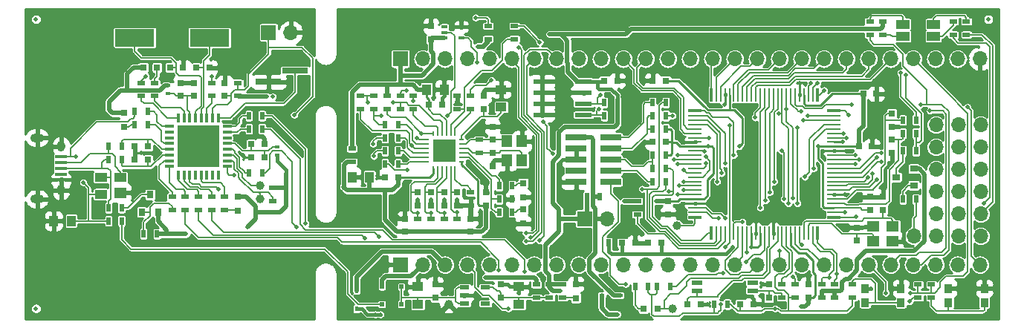
<source format=gbr>
G04 #@! TF.GenerationSoftware,KiCad,Pcbnew,(5.1.2)-1*
G04 #@! TF.CreationDate,2019-11-21T17:45:33-03:00*
G04 #@! TF.ProjectId,M_dulo Stick LPC1769,4df36475-6c6f-4205-9374-69636b204c50,v1.0*
G04 #@! TF.SameCoordinates,Original*
G04 #@! TF.FileFunction,Copper,L1,Top*
G04 #@! TF.FilePolarity,Positive*
%FSLAX46Y46*%
G04 Gerber Fmt 4.6, Leading zero omitted, Abs format (unit mm)*
G04 Created by KiCad (PCBNEW (5.1.2)-1) date 2019-11-21 17:45:33*
%MOMM*%
%LPD*%
G04 APERTURE LIST*
%ADD10R,3.000000X0.650000*%
%ADD11O,1.550000X1.000000*%
%ADD12O,0.950000X1.250000*%
%ADD13R,1.350000X0.400000*%
%ADD14R,0.400000X1.500000*%
%ADD15R,0.280000X1.500000*%
%ADD16R,1.500000X0.400000*%
%ADD17R,1.500000X0.280000*%
%ADD18R,1.700000X1.700000*%
%ADD19O,1.700000X1.700000*%
%ADD20R,0.900000X0.500000*%
%ADD21R,4.700000X4.700000*%
%ADD22R,0.990000X0.310000*%
%ADD23R,0.310000X0.990000*%
%ADD24R,0.609600X0.203200*%
%ADD25R,0.203200X0.609600*%
%ADD26R,2.590800X2.590800*%
%ADD27C,0.500000*%
%ADD28R,1.117600X0.482600*%
%ADD29R,1.981200X0.558800*%
%ADD30C,1.000000*%
%ADD31R,0.500000X0.900000*%
%ADD32R,1.500000X1.000000*%
%ADD33R,1.250000X1.000000*%
%ADD34R,0.750000X0.800000*%
%ADD35R,1.000000X1.250000*%
%ADD36R,0.800000X0.750000*%
%ADD37R,4.500000X2.000000*%
%ADD38R,1.200000X1.400000*%
%ADD39R,1.200000X0.600000*%
%ADD40R,1.400000X1.200000*%
%ADD41R,0.650000X0.400000*%
%ADD42R,0.900000X1.000000*%
%ADD43R,0.800000X0.900000*%
%ADD44R,0.900000X0.800000*%
%ADD45R,0.800000X0.800000*%
%ADD46R,0.600000X0.400000*%
%ADD47R,2.400000X0.740000*%
%ADD48R,0.500000X0.500000*%
%ADD49R,1.400000X1.000000*%
%ADD50R,0.450000X0.600000*%
%ADD51R,0.600000X0.450000*%
%ADD52C,0.150000*%
%ADD53C,0.254000*%
%ADD54C,0.381000*%
%ADD55C,0.508000*%
G04 APERTURE END LIST*
D10*
X147000000Y-97135000D03*
X150000000Y-95865000D03*
D11*
X120650000Y-110500000D03*
X120650000Y-103500000D03*
D12*
X123350000Y-109500000D03*
X123350000Y-104500000D03*
D13*
X123350000Y-108300000D03*
X123350000Y-107650000D03*
X123350000Y-107000000D03*
X123350000Y-106350000D03*
X123350000Y-105700000D03*
D14*
X197440000Y-114400000D03*
D15*
X198000000Y-114400000D03*
X198500000Y-114400000D03*
X199000000Y-114400000D03*
X199500000Y-114400000D03*
X200000000Y-114400000D03*
X200500000Y-114400000D03*
X201000000Y-114400000D03*
X201500000Y-114400000D03*
X202000000Y-114400000D03*
X202500000Y-114400000D03*
X203000000Y-114400000D03*
X203500000Y-114400000D03*
X204000000Y-114400000D03*
X204500000Y-114400000D03*
X205000000Y-114400000D03*
X205500000Y-114400000D03*
X206000000Y-114400000D03*
X206500000Y-114400000D03*
X207000000Y-114400000D03*
X207500000Y-114400000D03*
X208000000Y-114400000D03*
X208500000Y-114400000D03*
X209000000Y-114400000D03*
D14*
X209560000Y-114400000D03*
D16*
X211400000Y-112560000D03*
D17*
X211400000Y-112000000D03*
X211400000Y-111500000D03*
X211400000Y-111000000D03*
X211400000Y-110500000D03*
X211400000Y-110000000D03*
X211400000Y-109500000D03*
X211400000Y-109000000D03*
X211400000Y-108500000D03*
X211400000Y-108000000D03*
X211400000Y-107500000D03*
X211400000Y-107000000D03*
X211400000Y-106500000D03*
X211400000Y-106000000D03*
X211400000Y-105500000D03*
X211400000Y-105000000D03*
X211400000Y-104500000D03*
X211400000Y-104000000D03*
X211400000Y-103500000D03*
X211400000Y-103000000D03*
X211400000Y-102500000D03*
X211400000Y-102000000D03*
X211400000Y-101500000D03*
X211400000Y-101000000D03*
D16*
X211400000Y-100440000D03*
D14*
X209560000Y-98600000D03*
D15*
X209000000Y-98600000D03*
X208500000Y-98600000D03*
X208000000Y-98600000D03*
X207500000Y-98600000D03*
X207000000Y-98600000D03*
X206500000Y-98600000D03*
X206000000Y-98600000D03*
X205500000Y-98600000D03*
X205000000Y-98600000D03*
X204500000Y-98600000D03*
X204000000Y-98600000D03*
X203500000Y-98600000D03*
X203000000Y-98600000D03*
X202500000Y-98600000D03*
X202000000Y-98600000D03*
X201500000Y-98600000D03*
X201000000Y-98600000D03*
X200500000Y-98600000D03*
X200000000Y-98600000D03*
X199500000Y-98600000D03*
X199000000Y-98600000D03*
X198500000Y-98600000D03*
X198000000Y-98600000D03*
D14*
X197440000Y-98600000D03*
D16*
X195600000Y-100440000D03*
D17*
X195600000Y-101000000D03*
X195600000Y-101500000D03*
X195600000Y-102000000D03*
X195600000Y-102500000D03*
X195600000Y-103000000D03*
X195600000Y-103500000D03*
X195600000Y-104000000D03*
X195600000Y-104500000D03*
X195600000Y-105000000D03*
X195600000Y-105500000D03*
X195600000Y-106000000D03*
X195600000Y-106500000D03*
X195600000Y-107000000D03*
X195600000Y-107500000D03*
X195600000Y-108000000D03*
X195600000Y-108500000D03*
X195600000Y-109000000D03*
X195600000Y-109500000D03*
X195600000Y-110000000D03*
X195600000Y-110500000D03*
X195600000Y-111000000D03*
X195600000Y-111500000D03*
X195600000Y-112000000D03*
D16*
X195600000Y-112560000D03*
D18*
X162000000Y-118000000D03*
D19*
X164540000Y-118000000D03*
X167080000Y-118000000D03*
X169620000Y-118000000D03*
X172160000Y-118000000D03*
X174700000Y-118000000D03*
X177240000Y-118000000D03*
X179780000Y-118000000D03*
X182320000Y-118000000D03*
X184860000Y-118000000D03*
X187400000Y-118000000D03*
X189940000Y-118000000D03*
X192480000Y-118000000D03*
X195020000Y-118000000D03*
X197560000Y-118000000D03*
X200100000Y-118000000D03*
X202640000Y-118000000D03*
X205180000Y-118000000D03*
X207720000Y-118000000D03*
X210260000Y-118000000D03*
X212800000Y-118000000D03*
X215340000Y-118000000D03*
X217880000Y-118000000D03*
X220420000Y-118000000D03*
X222960000Y-118000000D03*
X225500000Y-118000000D03*
X228040000Y-118000000D03*
D20*
X221000000Y-121750000D03*
X221000000Y-120250000D03*
D21*
X139000000Y-104500000D03*
D22*
X142270000Y-102225000D03*
X142270000Y-102875000D03*
X142270000Y-103525000D03*
X142270000Y-104175000D03*
X142270000Y-104825000D03*
X142270000Y-105475000D03*
X142270000Y-106125000D03*
X142270000Y-106775000D03*
D23*
X141275000Y-107770000D03*
X140625000Y-107770000D03*
X139975000Y-107770000D03*
X139325000Y-107770000D03*
X138675000Y-107770000D03*
X138025000Y-107770000D03*
X137375000Y-107770000D03*
X136725000Y-107770000D03*
D22*
X135730000Y-106775000D03*
X135730000Y-106125000D03*
X135730000Y-105475000D03*
X135730000Y-104825000D03*
X135730000Y-104175000D03*
X135730000Y-103525000D03*
X135730000Y-102875000D03*
X135730000Y-102225000D03*
D23*
X136725000Y-101230000D03*
X137375000Y-101230000D03*
X138025000Y-101230000D03*
X138675000Y-101230000D03*
X139325000Y-101230000D03*
X139975000Y-101230000D03*
X140625000Y-101230000D03*
X141275000Y-101230000D03*
D18*
X183000000Y-112750000D03*
D19*
X185540000Y-112750000D03*
D20*
X189000000Y-110750000D03*
X189000000Y-112250000D03*
D24*
X169006600Y-106250000D03*
X169006600Y-105750001D03*
X169006600Y-105250000D03*
X169006600Y-104750000D03*
X169006600Y-104249999D03*
X169006600Y-103750000D03*
D25*
X168250000Y-102993400D03*
X167750001Y-102993400D03*
X167250000Y-102993400D03*
X166750000Y-102993400D03*
X166249999Y-102993400D03*
X165750000Y-102993400D03*
D24*
X164993400Y-103750000D03*
X164993400Y-104249999D03*
X164993400Y-104750000D03*
X164993400Y-105250000D03*
X164993400Y-105750001D03*
X164993400Y-106250000D03*
D25*
X165750000Y-107006600D03*
X166249999Y-107006600D03*
X166750000Y-107006600D03*
X167250000Y-107006600D03*
X167750001Y-107006600D03*
X168250000Y-107006600D03*
D26*
X167000000Y-105000000D03*
D18*
X162000000Y-94500000D03*
D19*
X164540000Y-94500000D03*
X167080000Y-94500000D03*
X169620000Y-94500000D03*
X172160000Y-94500000D03*
X174700000Y-94500000D03*
X177240000Y-94500000D03*
X179780000Y-94500000D03*
X182320000Y-94500000D03*
X184860000Y-94500000D03*
X187400000Y-94500000D03*
X189940000Y-94500000D03*
X192480000Y-94500000D03*
X195020000Y-94500000D03*
X197560000Y-94500000D03*
X200100000Y-94500000D03*
X202640000Y-94500000D03*
X205180000Y-94500000D03*
X207720000Y-94500000D03*
X210260000Y-94500000D03*
X212800000Y-94500000D03*
X215340000Y-94500000D03*
X217880000Y-94500000D03*
X220420000Y-94500000D03*
X222960000Y-94500000D03*
X225500000Y-94500000D03*
X228040000Y-94500000D03*
D27*
X229000000Y-90000000D03*
X120500000Y-123000000D03*
X120500000Y-90000000D03*
D28*
X169306200Y-120549999D03*
X169306200Y-121500000D03*
X169306200Y-122450001D03*
X171693800Y-122450001D03*
X171693800Y-120549999D03*
D29*
X182862200Y-97095000D03*
X182862200Y-98365000D03*
X182862200Y-99635000D03*
X182862200Y-100905000D03*
X178137800Y-100905000D03*
X178137800Y-99635000D03*
X178137800Y-98365000D03*
X178137800Y-97095000D03*
D30*
X167500000Y-122500000D03*
X146000000Y-109000000D03*
X146000000Y-110500000D03*
X193550000Y-113550000D03*
X193000000Y-123000000D03*
D20*
X205500000Y-120250000D03*
X205500000Y-121750000D03*
D31*
X174750000Y-110500000D03*
X173250000Y-110500000D03*
D32*
X219250000Y-90550000D03*
X219250000Y-91950000D03*
X222750000Y-90550000D03*
X222750000Y-91950000D03*
D31*
X146250000Y-101000000D03*
X144750000Y-101000000D03*
D20*
X180500000Y-120250000D03*
X180500000Y-121750000D03*
X179000000Y-121750000D03*
X179000000Y-120250000D03*
D31*
X131750000Y-102000000D03*
X133250000Y-102000000D03*
D20*
X134000000Y-97250000D03*
X134000000Y-98750000D03*
X142000000Y-111750000D03*
X142000000Y-110250000D03*
X147500000Y-109250000D03*
X147500000Y-110750000D03*
D31*
X146250000Y-102500000D03*
X144750000Y-102500000D03*
X146250000Y-107500000D03*
X144750000Y-107500000D03*
D20*
X140500000Y-111750000D03*
X140500000Y-110250000D03*
D31*
X130250000Y-106000000D03*
X128750000Y-106000000D03*
D20*
X139000000Y-111750000D03*
X139000000Y-110250000D03*
D31*
X130250000Y-104500000D03*
X128750000Y-104500000D03*
D20*
X137500000Y-111750000D03*
X137500000Y-110250000D03*
D31*
X133250000Y-100500000D03*
X131750000Y-100500000D03*
D20*
X132500000Y-97250000D03*
X132500000Y-98750000D03*
X140500000Y-97250000D03*
X140500000Y-98750000D03*
D31*
X130250000Y-111500000D03*
X128750000Y-111500000D03*
D20*
X136000000Y-110250000D03*
X136000000Y-111750000D03*
X143500000Y-98750000D03*
X143500000Y-97250000D03*
D31*
X132750000Y-114500000D03*
X134250000Y-114500000D03*
D20*
X177500000Y-121750000D03*
X177500000Y-120250000D03*
D31*
X186750000Y-101000000D03*
X185250000Y-101000000D03*
X186750000Y-99500000D03*
X185250000Y-99500000D03*
X174750000Y-112000000D03*
X173250000Y-112000000D03*
X174750000Y-109000000D03*
X173250000Y-109000000D03*
D20*
X171000000Y-105250000D03*
X171000000Y-103750000D03*
X170000000Y-111250000D03*
X170000000Y-109750000D03*
X159000000Y-100250000D03*
X159000000Y-98750000D03*
D31*
X161750000Y-102000000D03*
X160250000Y-102000000D03*
D20*
X157500000Y-98750000D03*
X157500000Y-100250000D03*
X163500000Y-100250000D03*
X163500000Y-98750000D03*
X162000000Y-100250000D03*
X162000000Y-98750000D03*
X170000000Y-100250000D03*
X170000000Y-98750000D03*
X175000000Y-92250000D03*
X175000000Y-90750000D03*
D31*
X161750000Y-103500000D03*
X160250000Y-103500000D03*
X161750000Y-106500000D03*
X160250000Y-106500000D03*
X161750000Y-105000000D03*
X160250000Y-105000000D03*
D20*
X168500000Y-100250000D03*
X168500000Y-98750000D03*
X172000000Y-92250000D03*
X172000000Y-90750000D03*
X160500000Y-98750000D03*
X160500000Y-100250000D03*
X164000000Y-114250000D03*
X164000000Y-112750000D03*
X165500000Y-114250000D03*
X165500000Y-112750000D03*
X167000000Y-114250000D03*
X167000000Y-112750000D03*
X168500000Y-114250000D03*
X168500000Y-112750000D03*
X222500000Y-121750000D03*
X222500000Y-120250000D03*
X213500000Y-121750000D03*
X213500000Y-120250000D03*
D31*
X197750000Y-122500000D03*
X199250000Y-122500000D03*
X190250000Y-120500000D03*
X188750000Y-120500000D03*
X192750000Y-120500000D03*
X191250000Y-120500000D03*
D20*
X207000000Y-121750000D03*
X207000000Y-120250000D03*
D31*
X192250000Y-108500000D03*
X190750000Y-108500000D03*
X192250000Y-107000000D03*
X190750000Y-107000000D03*
X192250000Y-101000000D03*
X190750000Y-101000000D03*
X192250000Y-99500000D03*
X190750000Y-99500000D03*
X192250000Y-105500000D03*
X190750000Y-105500000D03*
X192250000Y-102500000D03*
X190750000Y-102500000D03*
X184750000Y-110250000D03*
X183250000Y-110250000D03*
X219250000Y-101500000D03*
X220750000Y-101500000D03*
X219250000Y-103000000D03*
X220750000Y-103000000D03*
D20*
X211500000Y-121750000D03*
X211500000Y-120250000D03*
X210000000Y-121750000D03*
X210000000Y-120250000D03*
D31*
X219250000Y-105000000D03*
X220750000Y-105000000D03*
D20*
X226500000Y-90250000D03*
X226500000Y-91750000D03*
X225000000Y-90250000D03*
X225000000Y-91750000D03*
D31*
X219250000Y-110500000D03*
X220750000Y-110500000D03*
D20*
X215500000Y-90250000D03*
X215500000Y-91750000D03*
X217000000Y-91750000D03*
X217000000Y-90250000D03*
D33*
X175500000Y-122500000D03*
X175500000Y-120500000D03*
D34*
X173500000Y-120250000D03*
X173500000Y-121750000D03*
X166000000Y-120250000D03*
X166000000Y-121750000D03*
D33*
X164000000Y-122500000D03*
X164000000Y-120500000D03*
D34*
X145000000Y-104250000D03*
X145000000Y-105750000D03*
X146500000Y-104250000D03*
X146500000Y-105750000D03*
X138500000Y-97250000D03*
X138500000Y-98750000D03*
X137000000Y-97250000D03*
X137000000Y-98750000D03*
D35*
X124500000Y-113000000D03*
X122500000Y-113000000D03*
D36*
X131750000Y-106000000D03*
X133250000Y-106000000D03*
X131750000Y-104500000D03*
X133250000Y-104500000D03*
X137250000Y-95500000D03*
X135750000Y-95500000D03*
X140250000Y-95500000D03*
X138750000Y-95500000D03*
D34*
X142000000Y-97250000D03*
X142000000Y-98750000D03*
D36*
X186750000Y-97000000D03*
X185250000Y-97000000D03*
D34*
X165500000Y-90750000D03*
X165500000Y-92250000D03*
X172500000Y-106750000D03*
X172500000Y-105250000D03*
X172500000Y-102250000D03*
X172500000Y-103750000D03*
X167000000Y-111250000D03*
X167000000Y-109750000D03*
X168500000Y-111250000D03*
X168500000Y-109750000D03*
X164000000Y-111250000D03*
X164000000Y-109750000D03*
X165500000Y-111250000D03*
X165500000Y-109750000D03*
X162500000Y-112750000D03*
X162500000Y-114250000D03*
X170000000Y-112750000D03*
X170000000Y-114250000D03*
X171500000Y-98750000D03*
X171500000Y-100250000D03*
D33*
X173500000Y-100000000D03*
X173500000Y-98000000D03*
D36*
X166750000Y-99750000D03*
X165250000Y-99750000D03*
D35*
X165000000Y-98000000D03*
X167000000Y-98000000D03*
D34*
X171750000Y-109750000D03*
X171750000Y-111250000D03*
D36*
X160250000Y-108000000D03*
X161750000Y-108000000D03*
D35*
X158500000Y-108000000D03*
X156500000Y-108000000D03*
D36*
X202250000Y-122500000D03*
X200750000Y-122500000D03*
D34*
X204000000Y-120250000D03*
X204000000Y-121750000D03*
D36*
X196250000Y-122500000D03*
X194750000Y-122500000D03*
D34*
X214000000Y-115250000D03*
X214000000Y-113750000D03*
X217000000Y-111750000D03*
X217000000Y-110250000D03*
D36*
X188750000Y-115500000D03*
X187250000Y-115500000D03*
X190250000Y-115500000D03*
X191750000Y-115500000D03*
D34*
X208500000Y-120250000D03*
X208500000Y-121750000D03*
D36*
X190750000Y-104000000D03*
X192250000Y-104000000D03*
D34*
X215500000Y-111750000D03*
X215500000Y-110250000D03*
D36*
X214750000Y-98500000D03*
X216250000Y-98500000D03*
X190750000Y-97000000D03*
X192250000Y-97000000D03*
X214250000Y-104500000D03*
X215750000Y-104500000D03*
D34*
X192500000Y-112250000D03*
X192500000Y-110750000D03*
X218000000Y-105250000D03*
X218000000Y-103750000D03*
X218000000Y-102250000D03*
X218000000Y-100750000D03*
D37*
X140250000Y-92100000D03*
X131750000Y-92100000D03*
D38*
X174150000Y-103900000D03*
X174150000Y-106100000D03*
X175850000Y-106100000D03*
X175850000Y-103900000D03*
D39*
X195850000Y-120950000D03*
X202150000Y-120950000D03*
X202150000Y-120050000D03*
X195850000Y-120050000D03*
D40*
X218100000Y-113650000D03*
X215900000Y-113650000D03*
X215900000Y-115350000D03*
X218100000Y-115350000D03*
D41*
X167050000Y-90850000D03*
X167050000Y-92150000D03*
X167050000Y-91500000D03*
X168950000Y-92150000D03*
X168950000Y-90850000D03*
D42*
X224450000Y-120700000D03*
X224450000Y-122300000D03*
X228550000Y-120700000D03*
X228550000Y-122300000D03*
X214950000Y-120700000D03*
X214950000Y-122300000D03*
X219050000Y-120700000D03*
X219050000Y-122300000D03*
D43*
X132550000Y-112000000D03*
X134450000Y-112000000D03*
X133500000Y-110000000D03*
D44*
X220500000Y-108950000D03*
X220500000Y-107050000D03*
X218500000Y-108000000D03*
D45*
X182000000Y-121800000D03*
X182000000Y-120200000D03*
X130500000Y-100700000D03*
X130500000Y-102300000D03*
X132700000Y-95500000D03*
X134300000Y-95500000D03*
X143500000Y-110200000D03*
X143500000Y-111800000D03*
X176000000Y-108700000D03*
X176000000Y-110300000D03*
X176000000Y-111700000D03*
X176000000Y-113300000D03*
X189700000Y-123000000D03*
X191300000Y-123000000D03*
D31*
X128750000Y-113000000D03*
X130250000Y-113000000D03*
D46*
X148000000Y-105450000D03*
X148000000Y-104550000D03*
X135500000Y-97550000D03*
X135500000Y-98450000D03*
D20*
X156500000Y-104750000D03*
X156500000Y-106250000D03*
D31*
X184250000Y-115500000D03*
X185750000Y-115500000D03*
D18*
X147000000Y-91500000D03*
D19*
X149540000Y-91500000D03*
X228120000Y-102030000D03*
X228120000Y-104570000D03*
X228120000Y-107110000D03*
X228120000Y-109650000D03*
X228120000Y-112190000D03*
X228120000Y-114730000D03*
X225580000Y-102030000D03*
X225580000Y-104570000D03*
X225580000Y-107110000D03*
X225580000Y-109650000D03*
X225580000Y-112190000D03*
X223040000Y-102030000D03*
X223040000Y-104570000D03*
X223040000Y-107110000D03*
X223040000Y-109650000D03*
X223040000Y-112190000D03*
X223040000Y-114730000D03*
X220500000Y-114730000D03*
X225580000Y-114730000D03*
D47*
X182050000Y-103460000D03*
X185950000Y-103460000D03*
X182050000Y-104730000D03*
X185950000Y-104730000D03*
X182050000Y-106000000D03*
X185950000Y-106000000D03*
X182050000Y-107270000D03*
X185950000Y-107270000D03*
X182050000Y-108540000D03*
X185950000Y-108540000D03*
D48*
X162100000Y-120500000D03*
X159900000Y-120500000D03*
X162100000Y-122500000D03*
X159900000Y-122500000D03*
D40*
X130100000Y-109770000D03*
D49*
X130100000Y-108050000D03*
X127900000Y-108050000D03*
X127900000Y-109950000D03*
D50*
X157000000Y-123050000D03*
X157000000Y-120950000D03*
D51*
X184950000Y-121500000D03*
X187050000Y-121500000D03*
D27*
X170800000Y-93100000D03*
X171400000Y-93100000D03*
X179000000Y-91700000D03*
X179700000Y-91700000D03*
X211500000Y-121000000D03*
X210000000Y-121000000D03*
X179400000Y-121000000D03*
X180200000Y-121000000D03*
X191179010Y-110750000D03*
X191750000Y-110750000D03*
X188100000Y-110750000D03*
X187500000Y-110750000D03*
X200600000Y-104500000D03*
X197050000Y-104500000D03*
X209575000Y-104500000D03*
X202000000Y-116000000D03*
X199868623Y-115968623D03*
X133000000Y-96500000D03*
X140500000Y-96500000D03*
X174300000Y-123000000D03*
X204700000Y-123000000D03*
X165500000Y-112100000D03*
X176300000Y-115350000D03*
X164000000Y-112100000D03*
X177843135Y-115243136D03*
X168500000Y-112050001D03*
X176300000Y-114400000D03*
X167000000Y-112100000D03*
X175500000Y-93200000D03*
X176836517Y-114875000D03*
X149900000Y-100900000D03*
X125000000Y-105700000D03*
X125900000Y-108600000D03*
X206735876Y-119335876D03*
X187700000Y-120200000D03*
X143074990Y-107800000D03*
X141300000Y-109400000D03*
X137600000Y-114500000D03*
X144600000Y-113675000D03*
X146800000Y-98820002D03*
X128800000Y-99400000D03*
X129250000Y-98950000D03*
X147479998Y-98820002D03*
X137000000Y-114500000D03*
X145087500Y-113187500D03*
X171700000Y-119420990D03*
X172379010Y-119420990D03*
X216300000Y-108250000D03*
X216775000Y-106250000D03*
X213875019Y-106500000D03*
X212383263Y-103975000D03*
X212650000Y-112000000D03*
X205700000Y-110500000D03*
X205450000Y-105000000D03*
X196633879Y-105027000D03*
X215775000Y-107574298D03*
X216330437Y-105724201D03*
X214300000Y-106000000D03*
X212863879Y-103521924D03*
X213900000Y-112510001D03*
X228500244Y-110999236D03*
X215325000Y-108046600D03*
X216775000Y-105250000D03*
X213875019Y-105500000D03*
X212466976Y-103007171D03*
X197200000Y-103500000D03*
X184800000Y-98600000D03*
X206700000Y-110400000D03*
X206000000Y-100200000D03*
X207250000Y-111000000D03*
X202400000Y-101200000D03*
X207250000Y-102350000D03*
X184600000Y-100200000D03*
X206200000Y-111000000D03*
X205111397Y-100775000D03*
X200000000Y-105500000D03*
X199025000Y-106450000D03*
X198613300Y-107563300D03*
X198100439Y-108500439D03*
X209100000Y-107000000D03*
X208100000Y-107975000D03*
X204600000Y-108500000D03*
X204102546Y-109700000D03*
X203627546Y-110668799D03*
X203000000Y-111475000D03*
X201500000Y-116619788D03*
X201500000Y-116619788D03*
X205200000Y-116400000D03*
X201000000Y-113099991D03*
X207750000Y-115700000D03*
X176150000Y-118800000D03*
X199025000Y-112674991D03*
X198300000Y-112700000D03*
X217300000Y-121200000D03*
X151200000Y-113300000D03*
X222349989Y-100450011D03*
X207687360Y-100460929D03*
X213400000Y-99700000D03*
X221300000Y-99700000D03*
X211750000Y-119063668D03*
X210900000Y-119500000D03*
X226600000Y-100000000D03*
X213100000Y-100925011D03*
X210300000Y-98100000D03*
X209500000Y-97299999D03*
X208800000Y-97300000D03*
X150200000Y-113700000D03*
X220100000Y-121200000D03*
X208400000Y-101000000D03*
X207900000Y-101500000D03*
X219609811Y-96324980D03*
X218999990Y-96099990D03*
X189550020Y-109349980D03*
X158000000Y-114950001D03*
X193000000Y-101000000D03*
X199500000Y-102100000D03*
X199010876Y-115960876D03*
X173242734Y-118624654D03*
X192636524Y-109626088D03*
X159600000Y-114800000D03*
X201400000Y-117648998D03*
X198773971Y-118936725D03*
X220000000Y-122200000D03*
X198500000Y-122500000D03*
X164400000Y-103000000D03*
X193600000Y-105500000D03*
X161223556Y-99476444D03*
X170600000Y-89800000D03*
X159000000Y-105600000D03*
X193600000Y-110000000D03*
X194300000Y-109500000D03*
X162800000Y-107200000D03*
X158900000Y-104200000D03*
X193804734Y-108995266D03*
X177900000Y-92600000D03*
X196800000Y-105700000D03*
X172400000Y-96900000D03*
X194300000Y-107200000D03*
X162700000Y-98127000D03*
X196800000Y-106400000D03*
X179350000Y-105300000D03*
X178250000Y-101700000D03*
X163500000Y-99299999D03*
X194312774Y-108525000D03*
X158300000Y-99500000D03*
X170792188Y-94934143D03*
X163299479Y-104400521D03*
X193607473Y-106509063D03*
X159800000Y-101000000D03*
X167400521Y-100999479D03*
X163900000Y-103500000D03*
X193193947Y-106007566D03*
X167400000Y-105900000D03*
X166600000Y-105900000D03*
X167400000Y-105300000D03*
X166600000Y-105300000D03*
X138500000Y-105000000D03*
X139400000Y-105000000D03*
X139400000Y-104100000D03*
X138500000Y-104100000D03*
X210196647Y-105027000D03*
X212700000Y-110000000D03*
X134000000Y-109000000D03*
X134000000Y-108400000D03*
X132500000Y-105200000D03*
X144100000Y-105500000D03*
X157500000Y-95000000D03*
X158400000Y-95000000D03*
X158400000Y-94200000D03*
X157500000Y-94200000D03*
X168500000Y-99400000D03*
X166100000Y-98000000D03*
X170200000Y-106900000D03*
X176900000Y-106400000D03*
X176900000Y-107000000D03*
X164000000Y-110600000D03*
X165500000Y-110600000D03*
X167000000Y-110554001D03*
X168500000Y-110554001D03*
X161400000Y-112000000D03*
X181000000Y-111300000D03*
X181700000Y-111300000D03*
X180000000Y-100900000D03*
X180000000Y-100900000D03*
X180700000Y-100900000D03*
X189900000Y-92200000D03*
X190600000Y-92200000D03*
X217400000Y-98500000D03*
X218100000Y-98500000D03*
X213400000Y-110700000D03*
X212800000Y-113700000D03*
X215625000Y-120700000D03*
X217900000Y-120700000D03*
X229100000Y-123600000D03*
X208500000Y-119300000D03*
X203350000Y-120250000D03*
X201000000Y-120300000D03*
X197000000Y-122500000D03*
X175497545Y-121275000D03*
X219500000Y-112700000D03*
X219500000Y-111900000D03*
X208300000Y-109400000D03*
X208300000Y-110100000D03*
X209000000Y-110100000D03*
X209000000Y-109400000D03*
X191300000Y-111500000D03*
X187400000Y-111900000D03*
X188000000Y-111900000D03*
X189300000Y-106200000D03*
X198973000Y-99700000D03*
X137750000Y-97250000D03*
X146850000Y-95700000D03*
X207500000Y-97300000D03*
X207700000Y-122800000D03*
X186754001Y-123654001D03*
X186145999Y-123654001D03*
X159154001Y-123654001D03*
X159745999Y-123654001D03*
D52*
X165250000Y-100275000D02*
X165775000Y-100800000D01*
X165250000Y-99750000D02*
X165250000Y-100275000D01*
D53*
X160500000Y-97700000D02*
X160400000Y-97600000D01*
D54*
X185155000Y-97095000D02*
X185250000Y-97000000D01*
X186750000Y-98669000D02*
X186031000Y-97950000D01*
X186750000Y-99500000D02*
X186750000Y-98669000D01*
X186031000Y-97950000D02*
X184650000Y-97950000D01*
X184455000Y-97755000D02*
X184455000Y-97095000D01*
X184650000Y-97950000D02*
X184455000Y-97755000D01*
X182862200Y-97095000D02*
X184455000Y-97095000D01*
X184455000Y-97095000D02*
X185155000Y-97095000D01*
X170800000Y-93100000D02*
X170800000Y-93100000D01*
X171400000Y-93100000D02*
X171450000Y-93100000D01*
D52*
X166498040Y-100800000D02*
X166300000Y-100800000D01*
X167250000Y-101551960D02*
X166498040Y-100800000D01*
X167250000Y-102993400D02*
X167250000Y-101551960D01*
X165775000Y-100800000D02*
X166300000Y-100800000D01*
D55*
X163992000Y-98000000D02*
X165000000Y-98000000D01*
X163464999Y-97472999D02*
X163992000Y-98000000D01*
X156500000Y-98322798D02*
X157349799Y-97472999D01*
X156500000Y-104750000D02*
X156500000Y-98322798D01*
D53*
X165250000Y-99129000D02*
X165250000Y-99350000D01*
X165000000Y-98000000D02*
X165000000Y-98879000D01*
X165250000Y-99350000D02*
X165250000Y-99750000D01*
D55*
X160500000Y-97545998D02*
X160500000Y-98750000D01*
X160572999Y-97472999D02*
X160500000Y-97545998D01*
X157349799Y-97472999D02*
X160572999Y-97472999D01*
D53*
X165000000Y-98879000D02*
X165250000Y-99129000D01*
D55*
X162127001Y-97472999D02*
X162000000Y-97345998D01*
X162127001Y-97472999D02*
X163464999Y-97472999D01*
X160572999Y-97472999D02*
X162127001Y-97472999D01*
X165600000Y-92150000D02*
X165500000Y-92250000D01*
X167050000Y-92150000D02*
X165600000Y-92150000D01*
X164495922Y-96400000D02*
X162000000Y-96400000D01*
X165794001Y-95101921D02*
X164495922Y-96400000D01*
X165794001Y-93898079D02*
X165794001Y-95101921D01*
X165500000Y-93604078D02*
X165794001Y-93898079D01*
X165500000Y-92250000D02*
X165500000Y-93604078D01*
X162000000Y-96400000D02*
X162000000Y-94500000D01*
X162000000Y-97345998D02*
X162000000Y-96400000D01*
X183250000Y-112460000D02*
X182960000Y-112750000D01*
X183250000Y-112500000D02*
X183000000Y-112750000D01*
X183250000Y-110250000D02*
X183250000Y-112500000D01*
X186750000Y-101000000D02*
X186750000Y-99500000D01*
X182862200Y-97095000D02*
X182151000Y-97095000D01*
X182151000Y-97095000D02*
X181065999Y-96009999D01*
X172000000Y-92500000D02*
X171400000Y-93100000D01*
X172000000Y-92250000D02*
X172000000Y-92500000D01*
X171400000Y-93100000D02*
X170800000Y-93100000D01*
X181034001Y-94934001D02*
X181034001Y-92734001D01*
X181065999Y-94965999D02*
X181034001Y-94934001D01*
X181065999Y-96009999D02*
X181065999Y-94965999D01*
X179000000Y-119200000D02*
X179000000Y-120250000D01*
X178525999Y-118725999D02*
X179000000Y-119200000D01*
X178525999Y-115774001D02*
X178525999Y-118725999D01*
X180100000Y-114200000D02*
X178525999Y-115774001D01*
X179000000Y-120250000D02*
X180500000Y-120250000D01*
X181034001Y-92734001D02*
X181034001Y-92634001D01*
X181034001Y-92734001D02*
X181034001Y-92434001D01*
X181034001Y-92434001D02*
X180300000Y-91700000D01*
X180300000Y-91700000D02*
X179000000Y-91700000D01*
X217000000Y-90800000D02*
X217000000Y-90250000D01*
X216704001Y-91095999D02*
X217000000Y-90800000D01*
X188304001Y-91095999D02*
X216704001Y-91095999D01*
X179000000Y-91700000D02*
X187700000Y-91700000D01*
X187700000Y-91700000D02*
X188304001Y-91095999D01*
X210000000Y-121000000D02*
X210000000Y-121750000D01*
X211500000Y-121750000D02*
X211500000Y-121000000D01*
X179000000Y-120250000D02*
X179000000Y-120600000D01*
X221754001Y-107654001D02*
X221150000Y-107050000D01*
X221754001Y-115268577D02*
X221754001Y-107654001D01*
X214054001Y-117430077D02*
X215038089Y-116445989D01*
X221150000Y-107050000D02*
X220500000Y-107050000D01*
X214054001Y-118601921D02*
X214054001Y-117430077D01*
X215038089Y-116445989D02*
X220576589Y-116445989D01*
X212177202Y-121000000D02*
X212354001Y-120823201D01*
X210000000Y-121000000D02*
X212177202Y-121000000D01*
X220576589Y-116445989D02*
X221754001Y-115268577D01*
X212354001Y-119968797D02*
X212726799Y-119595999D01*
X212726799Y-119595999D02*
X213059923Y-119595999D01*
X212354001Y-120823201D02*
X212354001Y-119968797D01*
X213059923Y-119595999D02*
X214054001Y-118601921D01*
X179400000Y-121000000D02*
X179000000Y-120600000D01*
X180200000Y-121000000D02*
X179400000Y-121000000D01*
X180250000Y-112750000D02*
X183000000Y-112750000D01*
X180100000Y-112600000D02*
X180250000Y-112750000D01*
X180100000Y-112600000D02*
X180100000Y-114200000D01*
X179400000Y-111000000D02*
X180100000Y-111700000D01*
X179400000Y-106217922D02*
X179400000Y-111000000D01*
X186750000Y-101958000D02*
X186408000Y-102300000D01*
X180100000Y-111700000D02*
X180100000Y-112600000D01*
X186750000Y-101000000D02*
X186750000Y-101958000D01*
X186408000Y-102300000D02*
X180700000Y-102300000D01*
X180100000Y-102900000D02*
X180100000Y-105517922D01*
X180700000Y-102300000D02*
X180100000Y-102900000D01*
X180100000Y-105517922D02*
X179400000Y-106217922D01*
D52*
X217475000Y-100750000D02*
X217250000Y-100975000D01*
X218000000Y-100750000D02*
X217475000Y-100750000D01*
X219250000Y-101500000D02*
X217250000Y-101500000D01*
X217250000Y-100975000D02*
X217250000Y-101500000D01*
X215250000Y-109450000D02*
X215850000Y-109450000D01*
X215803002Y-109450000D02*
X215550000Y-109450000D01*
X216800000Y-108453002D02*
X215803002Y-109450000D01*
X216800000Y-106928002D02*
X216800000Y-108453002D01*
X217250001Y-106478001D02*
X216800000Y-106928002D01*
X217250000Y-101500000D02*
X217250001Y-106478001D01*
X215550000Y-109450000D02*
X215250000Y-109450000D01*
X213953002Y-109450000D02*
X215250000Y-109450000D01*
X212903002Y-110500000D02*
X213953002Y-109450000D01*
X211400000Y-110500000D02*
X212903002Y-110500000D01*
X218525000Y-103750000D02*
X218000000Y-103750000D01*
X219250000Y-103600000D02*
X219100000Y-103750000D01*
X219250000Y-103000000D02*
X219250000Y-103600000D01*
X218750000Y-103750000D02*
X218525000Y-103750000D01*
X219100000Y-103750000D02*
X218750000Y-103750000D01*
X218750000Y-103750000D02*
X218750000Y-104350000D01*
X217700000Y-110730002D02*
X217700000Y-107150000D01*
X218750000Y-106100000D02*
X218750000Y-105900000D01*
X217700000Y-107150000D02*
X218750000Y-106100000D01*
X218750000Y-104350000D02*
X218750000Y-105900000D01*
X218750000Y-105900000D02*
X218750000Y-106050000D01*
X217700000Y-110730002D02*
X217330002Y-111100000D01*
X217330002Y-111100000D02*
X214300000Y-111100000D01*
X214300000Y-111100000D02*
X214200010Y-111199990D01*
X214200010Y-111199990D02*
X212799990Y-111199990D01*
X212600000Y-111000000D02*
X211400000Y-111000000D01*
X212799990Y-111199990D02*
X212600000Y-111000000D01*
X211400000Y-111500000D02*
X214400000Y-111500000D01*
X214650000Y-111750000D02*
X215500000Y-111750000D01*
X214400000Y-111500000D02*
X214650000Y-111750000D01*
D53*
X192754000Y-105500000D02*
X192250000Y-105500000D01*
X192922999Y-105331001D02*
X192754000Y-105500000D01*
X192754000Y-102500000D02*
X192922999Y-102668999D01*
X192250000Y-102500000D02*
X192754000Y-102500000D01*
X192922999Y-104018999D02*
X192922999Y-104022999D01*
X192904000Y-104000000D02*
X192922999Y-104018999D01*
X192250000Y-104000000D02*
X192904000Y-104000000D01*
X192922999Y-102668999D02*
X192922999Y-104022999D01*
X192922999Y-104022999D02*
X192922999Y-105331001D01*
X192922999Y-104022999D02*
X193422999Y-104022999D01*
X193900000Y-104500000D02*
X195600000Y-104500000D01*
X193422999Y-104022999D02*
X193900000Y-104500000D01*
X192500000Y-110750000D02*
X193650000Y-110750000D01*
X193900000Y-110500000D02*
X195600000Y-110500000D01*
X193650000Y-110750000D02*
X193900000Y-110500000D01*
D55*
X192500000Y-110750000D02*
X191617000Y-110750000D01*
X191617000Y-110750000D02*
X191179010Y-110750000D01*
X191179010Y-110750000D02*
X191179010Y-110750000D01*
X191617000Y-110750000D02*
X191617000Y-110750000D01*
X187500000Y-110750000D02*
X189000000Y-110750000D01*
D53*
X197050000Y-104500000D02*
X195600000Y-104500000D01*
D55*
X184250000Y-115500000D02*
X184250000Y-114542000D01*
X184250000Y-114542000D02*
X184254001Y-114537999D01*
X184258002Y-112750000D02*
X185540000Y-112750000D01*
X184254001Y-112745999D02*
X184258002Y-112750000D01*
X184254001Y-114537999D02*
X184254001Y-112745999D01*
X183758000Y-103460000D02*
X182050000Y-103460000D01*
X184000000Y-103702000D02*
X183758000Y-103460000D01*
X184254001Y-112745999D02*
X184254001Y-111576799D01*
X184254001Y-111576799D02*
X184000000Y-111322798D01*
X184700000Y-110200000D02*
X184750000Y-110250000D01*
X184000000Y-110200000D02*
X184700000Y-110200000D01*
X184000000Y-110200000D02*
X184000000Y-103702000D01*
X184000000Y-111322798D02*
X184000000Y-110200000D01*
X184250000Y-116650000D02*
X184250000Y-115500000D01*
X183574001Y-117325999D02*
X184250000Y-116650000D01*
X183574001Y-118774001D02*
X183574001Y-117325999D01*
X187050000Y-121500000D02*
X186300000Y-121500000D01*
X186300000Y-121500000D02*
X183574001Y-118774001D01*
D53*
X196604000Y-110500000D02*
X197000000Y-110104000D01*
X195600000Y-110500000D02*
X196604000Y-110500000D01*
X197000000Y-110104000D02*
X197000000Y-108300000D01*
X197000000Y-108300000D02*
X197700000Y-107600000D01*
X197050000Y-104500000D02*
X197500000Y-104500000D01*
X197500000Y-104500000D02*
X197700000Y-104700000D01*
X197700000Y-104700000D02*
X197700000Y-107600000D01*
X213596000Y-104500000D02*
X214250000Y-104500000D01*
X213593999Y-104502001D02*
X213596000Y-104500000D01*
X211400000Y-104500000D02*
X211402001Y-104502001D01*
X211402001Y-104502001D02*
X213593999Y-104502001D01*
D55*
X214250000Y-104500000D02*
X214250000Y-102650000D01*
X214750000Y-102150000D02*
X214750000Y-98500000D01*
X214250000Y-102650000D02*
X214750000Y-102150000D01*
D53*
X208000000Y-99604000D02*
X208196000Y-99800000D01*
X208000000Y-98600000D02*
X208000000Y-99604000D01*
X208196000Y-99800000D02*
X209900000Y-99800000D01*
X211200000Y-98500000D02*
X212100000Y-98500000D01*
X209900000Y-99800000D02*
X211200000Y-98500000D01*
X214750000Y-98500000D02*
X212100000Y-98500000D01*
X212100000Y-98500000D02*
X211900000Y-98500000D01*
X210300000Y-104500000D02*
X211400000Y-104500000D01*
X210100000Y-104500000D02*
X210300000Y-104500000D01*
X210100000Y-104500000D02*
X209575000Y-104500000D01*
X193600000Y-97000000D02*
X193650000Y-97000000D01*
X192250000Y-97000000D02*
X193600000Y-97000000D01*
X200950000Y-104150000D02*
X200600000Y-104500000D01*
X200950000Y-101250000D02*
X200950000Y-104150000D01*
X193700000Y-97000000D02*
X196600000Y-99900000D01*
X193600000Y-97000000D02*
X193700000Y-97000000D01*
X196600000Y-99900000D02*
X196600000Y-99902165D01*
X196600000Y-99902165D02*
X197045815Y-100347981D01*
X200047981Y-100347981D02*
X200950000Y-101250000D01*
X199500000Y-100300000D02*
X199500000Y-98600000D01*
X199547981Y-100347981D02*
X199500000Y-100300000D01*
X199547981Y-100347981D02*
X200047981Y-100347981D01*
X197045815Y-100347981D02*
X199547981Y-100347981D01*
X209575000Y-105875000D02*
X209575000Y-104500000D01*
X210100000Y-106400000D02*
X209575000Y-105875000D01*
X210100000Y-111300000D02*
X210100000Y-106400000D01*
X211400000Y-111500000D02*
X210300000Y-111500000D01*
X210300000Y-111500000D02*
X210100000Y-111300000D01*
D55*
X167080000Y-118000000D02*
X165580000Y-116500000D01*
X165580000Y-116500000D02*
X159900000Y-116500000D01*
X157000000Y-119400000D02*
X157000000Y-120950000D01*
X159900000Y-116500000D02*
X157000000Y-119400000D01*
D53*
X203000000Y-114400000D02*
X203000000Y-115700000D01*
X202000000Y-114400000D02*
X202000000Y-116000000D01*
D54*
X187250000Y-116741998D02*
X187250000Y-115500000D01*
X191750000Y-116741998D02*
X191750000Y-115500000D01*
D53*
X202000000Y-116000000D02*
X202000000Y-116000000D01*
X203000000Y-115700000D02*
X202700000Y-116000000D01*
X202700000Y-116000000D02*
X202000000Y-116000000D01*
D54*
X185750000Y-115500000D02*
X185750000Y-116458000D01*
X186037999Y-116745999D02*
X199085577Y-116745999D01*
X185750000Y-116458000D02*
X186037999Y-116745999D01*
X199085577Y-116745999D02*
X199091247Y-116745999D01*
X199091247Y-116745999D02*
X199868623Y-115968623D01*
D52*
X218100000Y-112900000D02*
X217900000Y-112700000D01*
X218100000Y-113650000D02*
X218100000Y-112900000D01*
X217000000Y-111750000D02*
X217000000Y-112700000D01*
X217900000Y-112700000D02*
X217000000Y-112700000D01*
X214900000Y-112700000D02*
X217000000Y-112700000D01*
X214614999Y-112985001D02*
X214900000Y-112700000D01*
X208214999Y-112985001D02*
X214614999Y-112985001D01*
X208000000Y-114400000D02*
X208000000Y-113200000D01*
X208000000Y-113200000D02*
X208214999Y-112985001D01*
X215900000Y-114600000D02*
X215775001Y-114475001D01*
X215900000Y-115350000D02*
X215900000Y-114600000D01*
X215775001Y-114475001D02*
X214024999Y-114475001D01*
X214000000Y-114500000D02*
X214000000Y-115250000D01*
X214024999Y-114475001D02*
X214000000Y-114500000D01*
X208500000Y-113500000D02*
X208500000Y-114400000D01*
X208714989Y-113285011D02*
X208500000Y-113500000D01*
X211114989Y-113285011D02*
X208714989Y-113285011D01*
X212304979Y-114475001D02*
X211114989Y-113285011D01*
X214024999Y-114475001D02*
X212304979Y-114475001D01*
X194750000Y-121950000D02*
X194750000Y-122500000D01*
X195000000Y-121700000D02*
X194750000Y-121950000D01*
X195850000Y-121650000D02*
X195800000Y-121700000D01*
X195850000Y-120950000D02*
X195850000Y-121650000D01*
X195800000Y-121700000D02*
X195000000Y-121700000D01*
X205000000Y-115324278D02*
X205000000Y-114400000D01*
X204104999Y-118895001D02*
X204104999Y-116219279D01*
X204104999Y-116219279D02*
X205000000Y-115324278D01*
X203475001Y-119524999D02*
X204104999Y-118895001D01*
X198200000Y-121700000D02*
X198200000Y-121500000D01*
X195800000Y-121700000D02*
X198200000Y-121700000D01*
X198200000Y-121500000D02*
X199874991Y-119825009D01*
X199874991Y-119825009D02*
X200872743Y-119825009D01*
X200872743Y-119825009D02*
X201172753Y-119524999D01*
X201172753Y-119524999D02*
X203475001Y-119524999D01*
X204000000Y-121000000D02*
X204000000Y-121750000D01*
X203950000Y-120950000D02*
X204000000Y-121000000D01*
X205500000Y-121350000D02*
X205350000Y-121200000D01*
X205500000Y-121750000D02*
X205500000Y-121350000D01*
X205350000Y-121200000D02*
X204700000Y-121200000D01*
X204450000Y-120950000D02*
X203850000Y-120950000D01*
X204700000Y-121200000D02*
X204450000Y-120950000D01*
X202150000Y-120950000D02*
X203850000Y-120950000D01*
X203850000Y-120950000D02*
X203950000Y-120950000D01*
X205044998Y-120900000D02*
X204700000Y-120555002D01*
X206200000Y-121400000D02*
X205700000Y-120900000D01*
X205700000Y-120900000D02*
X205044998Y-120900000D01*
X205696001Y-119075001D02*
X206344989Y-118426013D01*
X205024999Y-119075001D02*
X205696001Y-119075001D01*
X204700000Y-120555002D02*
X204700000Y-119400000D01*
X204700000Y-119400000D02*
X205024999Y-119075001D01*
X206344989Y-118426013D02*
X206344989Y-116644989D01*
X205500000Y-115800000D02*
X205500000Y-114400000D01*
X206344989Y-116644989D02*
X205500000Y-115800000D01*
X206250000Y-121750000D02*
X207000000Y-121750000D01*
X206200000Y-121800000D02*
X206250000Y-121750000D01*
X206200000Y-121800000D02*
X206200000Y-121400000D01*
X132500000Y-97250000D02*
X132500000Y-97000000D01*
X132500000Y-97000000D02*
X133000000Y-96500000D01*
X140500000Y-96500000D02*
X140500000Y-97250000D01*
X213500000Y-121750000D02*
X213500000Y-122150000D01*
X213500000Y-122700000D02*
X213500000Y-121750000D01*
X169620000Y-118000000D02*
X170469999Y-118849999D01*
X200750000Y-123250000D02*
X200750000Y-122500000D01*
X200800000Y-123300000D02*
X200750000Y-123250000D01*
X199250000Y-122500000D02*
X199650000Y-122500000D01*
X200450000Y-123300000D02*
X199825000Y-122675000D01*
X200800000Y-123300000D02*
X200450000Y-123300000D01*
X199650000Y-122500000D02*
X199825000Y-122675000D01*
X199825000Y-122675000D02*
X200000000Y-122850000D01*
X202900000Y-123300000D02*
X200800000Y-123300000D01*
X203200000Y-123300000D02*
X202900000Y-123300000D01*
X204700000Y-123000000D02*
X203500000Y-123000000D01*
X203500000Y-123000000D02*
X203200000Y-123300000D01*
X205053553Y-123000000D02*
X205353553Y-123300000D01*
X204700000Y-123000000D02*
X205053553Y-123000000D01*
X212900000Y-123300000D02*
X213350000Y-122850000D01*
X213200000Y-123000000D02*
X213350000Y-122850000D01*
X213350000Y-122850000D02*
X213500000Y-122700000D01*
X206200000Y-123000000D02*
X206200000Y-123300000D01*
X206200000Y-121800000D02*
X206200000Y-123000000D01*
X205353553Y-123300000D02*
X206200000Y-123300000D01*
X206200000Y-123300000D02*
X212900000Y-123300000D01*
X173600000Y-123000000D02*
X174300000Y-123000000D01*
X170469999Y-120569999D02*
X170469999Y-120330001D01*
X171400000Y-121500000D02*
X170469999Y-120569999D01*
X172100000Y-121500000D02*
X171400000Y-121500000D01*
X173600000Y-123000000D02*
X172100000Y-121500000D01*
X170469999Y-118849999D02*
X170469999Y-120330001D01*
D53*
X165315400Y-108000000D02*
X161750000Y-108000000D01*
X165750000Y-107006600D02*
X165750000Y-107565400D01*
X165750000Y-107565400D02*
X165315400Y-108000000D01*
D55*
X161750000Y-108883000D02*
X161133000Y-109500000D01*
X161750000Y-108000000D02*
X161750000Y-108883000D01*
X158500000Y-109400000D02*
X158500000Y-108000000D01*
X158600000Y-109500000D02*
X158500000Y-109400000D01*
X158600000Y-109500000D02*
X155900000Y-109500000D01*
D53*
X169006600Y-106605600D02*
X170800000Y-108399000D01*
X169006600Y-106250000D02*
X169006600Y-106605600D01*
X170800000Y-108399000D02*
X170800000Y-111050000D01*
X171000000Y-111250000D02*
X171750000Y-111250000D01*
X170800000Y-111050000D02*
X171000000Y-111250000D01*
D55*
X171750000Y-111250000D02*
X171750000Y-113750000D01*
X171250000Y-114250000D02*
X162500000Y-114250000D01*
X171750000Y-113750000D02*
X171250000Y-114250000D01*
X160250000Y-112883000D02*
X160250000Y-109500000D01*
X161617000Y-114250000D02*
X160250000Y-112883000D01*
X162500000Y-114250000D02*
X161617000Y-114250000D01*
X161133000Y-109500000D02*
X160250000Y-109500000D01*
X160250000Y-109500000D02*
X158600000Y-109500000D01*
X155900000Y-109500000D02*
X155500000Y-109100000D01*
X155900000Y-106250000D02*
X156500000Y-106250000D01*
X155595999Y-106554001D02*
X155900000Y-106250000D01*
X155595999Y-109195999D02*
X155595999Y-106554001D01*
X155900000Y-109500000D02*
X155595999Y-109195999D01*
D52*
X169006600Y-103293400D02*
X169006600Y-103750000D01*
X171200000Y-101100000D02*
X169006600Y-103293400D01*
X173500000Y-100000000D02*
X173500000Y-100650000D01*
X173500000Y-100650000D02*
X173050000Y-101100000D01*
X171500000Y-101100000D02*
X171500000Y-100250000D01*
X171500000Y-101100000D02*
X171200000Y-101100000D01*
X173050000Y-101100000D02*
X171500000Y-101100000D01*
X166750000Y-107006600D02*
X166750000Y-108050000D01*
X166750000Y-108050000D02*
X166000000Y-108800000D01*
X166000000Y-108800000D02*
X165100000Y-108800000D01*
X165100000Y-108800000D02*
X164800000Y-109100000D01*
X164800000Y-111900000D02*
X165000000Y-112100000D01*
X165000000Y-112100000D02*
X165500000Y-112100000D01*
X165500000Y-112750000D02*
X165500000Y-112100000D01*
X178930001Y-93650001D02*
X179780000Y-94500000D01*
X178704999Y-93424999D02*
X178930001Y-93650001D01*
X176723999Y-93424999D02*
X178704999Y-93424999D01*
X176089991Y-94059007D02*
X176723999Y-93424999D01*
X176089991Y-100956471D02*
X176089991Y-94059007D01*
X178100000Y-102966480D02*
X177466760Y-102333240D01*
X178100000Y-114132842D02*
X178100000Y-102966480D01*
X177600020Y-102466500D02*
X177466760Y-102333240D01*
X177466760Y-102333240D02*
X176089991Y-100956471D01*
X177064519Y-115350000D02*
X176300000Y-115350000D01*
X178100000Y-114132842D02*
X178100000Y-114314519D01*
X178100000Y-114314519D02*
X177064519Y-115350000D01*
X164850000Y-109750000D02*
X165500000Y-109750000D01*
X164800000Y-109700000D02*
X164850000Y-109750000D01*
X164800000Y-109700000D02*
X164800000Y-111900000D01*
X164800000Y-109100000D02*
X164800000Y-109700000D01*
X166249999Y-107006600D02*
X166249999Y-108125723D01*
X165875732Y-108499990D02*
X163600010Y-108499990D01*
X166249999Y-108125723D02*
X165875732Y-108499990D01*
X163600010Y-108499990D02*
X163200000Y-108900000D01*
X163200000Y-111800000D02*
X163500000Y-112100000D01*
X164000000Y-112750000D02*
X164000000Y-112100000D01*
X178400010Y-102842212D02*
X178400010Y-114257110D01*
X176390001Y-100832203D02*
X178400010Y-102842212D01*
X177240000Y-94500000D02*
X176390001Y-95349999D01*
X176390001Y-95349999D02*
X176390001Y-100832203D01*
X163500000Y-112100000D02*
X164000000Y-112100000D01*
X178400010Y-114257110D02*
X178400010Y-114686261D01*
X178400010Y-114686261D02*
X177843135Y-115243136D01*
X163250000Y-109750000D02*
X164000000Y-109750000D01*
X163200000Y-109800000D02*
X163250000Y-109750000D01*
X163200000Y-109800000D02*
X163200000Y-111800000D01*
X163200000Y-108900000D02*
X163200000Y-109800000D01*
X167750001Y-108250001D02*
X167750001Y-107006600D01*
X168500000Y-112100000D02*
X168500000Y-112750000D01*
X167974999Y-109750001D02*
X167750001Y-109750001D01*
X168500000Y-109750000D02*
X167974999Y-109750001D01*
X167750001Y-108250001D02*
X167750001Y-109750001D01*
X174700000Y-94700000D02*
X175489971Y-95489971D01*
X174700000Y-94500000D02*
X174700000Y-94700000D01*
X177499980Y-103224258D02*
X177499980Y-113500020D01*
X175489971Y-95489971D02*
X175489971Y-101205007D01*
X175489971Y-101205007D02*
X177175741Y-102890777D01*
X177175741Y-102890777D02*
X177175742Y-102900020D01*
X177175742Y-102900020D02*
X177499980Y-103224258D01*
X168500000Y-112100000D02*
X168500000Y-112050001D01*
X167750001Y-111653555D02*
X167750001Y-111550001D01*
X168146447Y-112050001D02*
X167750001Y-111653555D01*
X168500000Y-112050001D02*
X168146447Y-112050001D01*
X167750001Y-109750001D02*
X167750001Y-111550001D01*
X177499980Y-113500020D02*
X177499980Y-114000020D01*
X177499980Y-114000020D02*
X177100000Y-114400000D01*
X177100000Y-114400000D02*
X176300000Y-114400000D01*
X167250000Y-107006600D02*
X167250000Y-108150000D01*
X167250000Y-108150000D02*
X167000000Y-108400000D01*
X167000000Y-108400000D02*
X166200000Y-109200000D01*
X166200000Y-111400000D02*
X166200000Y-111800000D01*
X166200000Y-111800000D02*
X166500000Y-112100000D01*
X166500000Y-112100000D02*
X167000000Y-112100000D01*
X166250000Y-109750000D02*
X167000000Y-109750000D01*
X166200000Y-109700000D02*
X166250000Y-109750000D01*
X166200000Y-109700000D02*
X166200000Y-111400000D01*
X166200000Y-109200000D02*
X166200000Y-109700000D01*
X167000000Y-112750000D02*
X167000000Y-112100000D01*
X175789981Y-93489981D02*
X175500000Y-93200000D01*
X175789981Y-101080739D02*
X175789981Y-93489981D01*
X177475751Y-102766509D02*
X175789981Y-101080739D01*
X177475751Y-102775751D02*
X177799990Y-103099990D01*
X177475751Y-102766509D02*
X177475751Y-102775751D01*
X177799990Y-103099990D02*
X177799990Y-113829012D01*
X177049278Y-114875000D02*
X176836517Y-114875000D01*
X177799990Y-113829012D02*
X177799989Y-114124289D01*
X177799989Y-114124289D02*
X177049278Y-114875000D01*
X169961399Y-103750000D02*
X171000000Y-103750000D01*
X169006600Y-104249999D02*
X169461400Y-104249999D01*
X169461400Y-104249999D02*
X169961399Y-103750000D01*
X171600000Y-103750000D02*
X172500000Y-103750000D01*
X171000000Y-103750000D02*
X171600000Y-103750000D01*
X174000000Y-103750000D02*
X174150000Y-103900000D01*
X172500000Y-103750000D02*
X174000000Y-103750000D01*
X169006600Y-104750000D02*
X169750000Y-104750000D01*
X170250000Y-105250000D02*
X171000000Y-105250000D01*
X169750000Y-104750000D02*
X170250000Y-105250000D01*
X171000000Y-105250000D02*
X172500000Y-105250000D01*
X175850000Y-105250000D02*
X175600000Y-105000000D01*
X175850000Y-106100000D02*
X175850000Y-105250000D01*
X175600000Y-105000000D02*
X173500000Y-105000000D01*
X173250000Y-105250000D02*
X172500000Y-105250000D01*
X173500000Y-105000000D02*
X173250000Y-105250000D01*
X140625000Y-101230000D02*
X140625000Y-100150000D01*
X140625000Y-100150000D02*
X141075000Y-99700000D01*
X142300000Y-99700000D02*
X141600000Y-99700000D01*
X141600000Y-99700000D02*
X141700000Y-99700000D01*
X141075000Y-99700000D02*
X141600000Y-99700000D01*
X142700000Y-99300000D02*
X142300000Y-99700000D01*
X142650000Y-98750000D02*
X142000000Y-98750000D01*
X142700000Y-98800000D02*
X142650000Y-98750000D01*
X142700000Y-98800000D02*
X142700000Y-99300000D01*
X142700000Y-98450000D02*
X142700000Y-98800000D01*
X147000000Y-93950000D02*
X144700000Y-96250000D01*
X144700000Y-96250000D02*
X144700000Y-97600000D01*
X144700000Y-97600000D02*
X144275000Y-98025000D01*
X143125000Y-98025000D02*
X142700000Y-98450000D01*
X143500000Y-98000000D02*
X143475000Y-98025000D01*
X143500000Y-97250000D02*
X143500000Y-98000000D01*
X144275000Y-98025000D02*
X143475000Y-98025000D01*
X143475000Y-98025000D02*
X143125000Y-98025000D01*
X147000000Y-93200000D02*
X150800000Y-93200000D01*
X147000000Y-93200000D02*
X147000000Y-93950000D01*
X147000000Y-91500000D02*
X147000000Y-93200000D01*
X150800000Y-93200000D02*
X152000000Y-94400000D01*
X152000000Y-94400000D02*
X152000000Y-97900000D01*
X152000000Y-97900000D02*
X152000000Y-98800000D01*
X152000000Y-98800000D02*
X149900000Y-100900000D01*
X139300001Y-95499999D02*
X139600001Y-95499999D01*
X138750000Y-95500000D02*
X139300001Y-95499999D01*
X139600001Y-95499999D02*
X139600001Y-99999999D01*
X139325000Y-100275000D02*
X139325000Y-101230000D01*
X139600001Y-99999999D02*
X139325000Y-100275000D01*
X139600001Y-95499999D02*
X139600001Y-94699999D01*
X140250000Y-94050000D02*
X140250000Y-92100000D01*
X139600001Y-94699999D02*
X140250000Y-94050000D01*
X138675000Y-100500722D02*
X139299991Y-99875731D01*
X138675000Y-101230000D02*
X138675000Y-100500722D01*
X139299991Y-99875731D02*
X139299991Y-96599991D01*
X139299991Y-96599991D02*
X139100000Y-96400000D01*
X139100000Y-96400000D02*
X136800000Y-96400000D01*
X136800000Y-96400000D02*
X136500000Y-96100000D01*
X135750000Y-95500000D02*
X136500000Y-95500000D01*
X136500000Y-96100000D02*
X136500000Y-95500000D01*
X136500000Y-95500000D02*
X136500000Y-95000000D01*
X136500000Y-95000000D02*
X135900000Y-94400000D01*
X135900000Y-94400000D02*
X132500000Y-94400000D01*
X131750000Y-93650000D02*
X131750000Y-92100000D01*
X132500000Y-94400000D02*
X131750000Y-93650000D01*
X135730000Y-104825000D02*
X134825000Y-104825000D01*
X134825000Y-104825000D02*
X133700000Y-103700000D01*
X130250000Y-103900000D02*
X130450000Y-103700000D01*
X130250000Y-104500000D02*
X130250000Y-103900000D01*
X133250000Y-103750000D02*
X133250000Y-104500000D01*
X133300000Y-103700000D02*
X133250000Y-103750000D01*
X133300000Y-103700000D02*
X133700000Y-103700000D01*
X130450000Y-103700000D02*
X133300000Y-103700000D01*
X135730000Y-105475000D02*
X134925000Y-105475000D01*
X134925000Y-105475000D02*
X133600000Y-106800000D01*
X130250000Y-106650000D02*
X130250000Y-106000000D01*
X130400000Y-106800000D02*
X130250000Y-106650000D01*
X133250000Y-106750000D02*
X133250000Y-106000000D01*
X133300000Y-106800000D02*
X133250000Y-106750000D01*
X133300000Y-106800000D02*
X130400000Y-106800000D01*
X133600000Y-106800000D02*
X133300000Y-106800000D01*
X125900000Y-108600000D02*
X126500000Y-109200000D01*
X126500000Y-113000000D02*
X128750000Y-113000000D01*
X126550000Y-109950000D02*
X127900000Y-109950000D01*
X126500000Y-109900000D02*
X126550000Y-109950000D01*
X126500000Y-109900000D02*
X126500000Y-113000000D01*
X126500000Y-109200000D02*
X126500000Y-109900000D01*
X123350000Y-105700000D02*
X124400000Y-105700000D01*
X124400000Y-105700000D02*
X125000000Y-105700000D01*
X124400000Y-104700000D02*
X124400000Y-104900000D01*
X131750000Y-100500000D02*
X131750000Y-101100000D01*
X131525001Y-101324999D02*
X131275001Y-101324999D01*
X124400000Y-104900000D02*
X124400000Y-105700000D01*
X131275001Y-101324999D02*
X130925001Y-101674999D01*
X131750000Y-101100000D02*
X131525001Y-101324999D01*
X130925001Y-101674999D02*
X127425001Y-101674999D01*
X127425001Y-101674999D02*
X124400000Y-104700000D01*
X126500000Y-113000000D02*
X124500000Y-113000000D01*
X136175000Y-98450000D02*
X135500000Y-98450000D01*
X137000000Y-98750000D02*
X136475000Y-98750000D01*
X136475000Y-98750000D02*
X136175000Y-98450000D01*
X137750000Y-100310000D02*
X137750000Y-98750000D01*
X138025000Y-100585000D02*
X137750000Y-100310000D01*
X138025000Y-101230000D02*
X138025000Y-100585000D01*
X138500000Y-98750000D02*
X137750000Y-98750000D01*
X137750000Y-98750000D02*
X137000000Y-98750000D01*
X147450000Y-104550000D02*
X148000000Y-104550000D01*
X147000000Y-105000000D02*
X147450000Y-104550000D01*
X142270000Y-104175000D02*
X143175000Y-104175000D01*
X143175000Y-104175000D02*
X144000000Y-105000000D01*
X146500000Y-105750000D02*
X146500000Y-105000000D01*
X146500000Y-105000000D02*
X147000000Y-105000000D01*
X145000000Y-105000000D02*
X145000000Y-104250000D01*
X145000000Y-105000000D02*
X146500000Y-105000000D01*
X144000000Y-105000000D02*
X145000000Y-105000000D01*
X169306200Y-122450001D02*
X168597400Y-122450001D01*
X162150000Y-121750000D02*
X162100000Y-121700000D01*
X162100000Y-120500000D02*
X162100000Y-121700000D01*
X162100000Y-121700000D02*
X162100000Y-122500000D01*
X164000000Y-121800000D02*
X164000000Y-122500000D01*
X164050000Y-121750000D02*
X164000000Y-121800000D01*
X164050000Y-121750000D02*
X162150000Y-121750000D01*
X166000000Y-121750000D02*
X164050000Y-121750000D01*
X168597400Y-120549999D02*
X168300000Y-120847399D01*
X169306200Y-120549999D02*
X168597400Y-120549999D01*
X168300000Y-122152601D02*
X168597400Y-122450001D01*
X168250000Y-121750000D02*
X168300000Y-121700000D01*
X166000000Y-121750000D02*
X168250000Y-121750000D01*
X168300000Y-120847399D02*
X168300000Y-121700000D01*
X168300000Y-121700000D02*
X168300000Y-122152601D01*
X177500000Y-121750000D02*
X179000000Y-121750000D01*
X175500000Y-121800000D02*
X175500000Y-122500000D01*
X175550000Y-121750000D02*
X175500000Y-121800000D01*
X175550000Y-121750000D02*
X177500000Y-121750000D01*
X173500000Y-121750000D02*
X175550000Y-121750000D01*
X173500000Y-121200000D02*
X173300000Y-121000000D01*
X173500000Y-121750000D02*
X173500000Y-121200000D01*
X173300000Y-121000000D02*
X173000000Y-121000000D01*
X172549999Y-120549999D02*
X171693800Y-120549999D01*
X173000000Y-121000000D02*
X172549999Y-120549999D01*
X130100000Y-107400000D02*
X130100000Y-108050000D01*
X125650000Y-106350000D02*
X126675001Y-105324999D01*
X123350000Y-106350000D02*
X125650000Y-106350000D01*
X129180001Y-105324999D02*
X129500000Y-105644998D01*
X129500000Y-105644998D02*
X129500000Y-106800000D01*
X129500000Y-106800000D02*
X130100000Y-107400000D01*
X128750000Y-105299998D02*
X128724999Y-105324999D01*
X128750000Y-104500000D02*
X128750000Y-105299998D01*
X126675001Y-105324999D02*
X128724999Y-105324999D01*
X128724999Y-105324999D02*
X129180001Y-105324999D01*
X128750000Y-110750000D02*
X128750000Y-111500000D01*
X129000000Y-110500000D02*
X128750000Y-110750000D01*
X128700000Y-107000000D02*
X129000000Y-107300000D01*
X128950000Y-108050000D02*
X127900000Y-108050000D01*
X129000000Y-108000000D02*
X128950000Y-108050000D01*
X129000000Y-108000000D02*
X129000000Y-110500000D01*
X129000000Y-107300000D02*
X129000000Y-108000000D01*
X128000000Y-106350000D02*
X128000000Y-107000000D01*
X128350000Y-106000000D02*
X128000000Y-106350000D01*
X128750000Y-106000000D02*
X128350000Y-106000000D01*
X123350000Y-107000000D02*
X128000000Y-107000000D01*
X128000000Y-107000000D02*
X128700000Y-107000000D01*
X130250000Y-113000000D02*
X130250000Y-115150000D01*
X130250000Y-115150000D02*
X131300000Y-116200000D01*
X131300000Y-116200000D02*
X153400000Y-116200000D01*
X153400000Y-116200000D02*
X156000000Y-118800000D01*
X156000000Y-118800000D02*
X156000000Y-121300000D01*
X157200000Y-122500000D02*
X159900000Y-122500000D01*
X156000000Y-121300000D02*
X157200000Y-122500000D01*
D55*
X164540000Y-118000000D02*
X163240000Y-119300000D01*
X163240000Y-119300000D02*
X160300000Y-119300000D01*
X159900000Y-119700000D02*
X159900000Y-120500000D01*
X160300000Y-119300000D02*
X159900000Y-119700000D01*
D52*
X207000000Y-120250000D02*
X207000000Y-119850000D01*
X207000000Y-119850000D02*
X207000000Y-119600000D01*
X207000000Y-119600000D02*
X206735876Y-119335876D01*
X186800000Y-110700000D02*
X185950000Y-109850000D01*
X186800000Y-113081002D02*
X186800000Y-110700000D01*
X186900000Y-120200000D02*
X185935001Y-119235001D01*
X187700000Y-120200000D02*
X186900000Y-120200000D01*
X185950000Y-109850000D02*
X185950000Y-108540000D01*
X185935001Y-119235001D02*
X185935001Y-117335001D01*
X185935001Y-117335001D02*
X185100000Y-116500000D01*
X185100000Y-116500000D02*
X185100000Y-114781002D01*
X185100000Y-114781002D02*
X186800000Y-113081002D01*
X190750000Y-108500000D02*
X190200000Y-108500000D01*
X188970000Y-107270000D02*
X185950000Y-107270000D01*
X190200000Y-108500000D02*
X188970000Y-107270000D01*
X190750000Y-106250000D02*
X190250000Y-106250000D01*
X190750000Y-106250000D02*
X190750000Y-105500000D01*
X190750000Y-107000000D02*
X190750000Y-106250000D01*
X190250000Y-106250000D02*
X189700000Y-106800000D01*
X189700000Y-106800000D02*
X188400000Y-106800000D01*
X187600000Y-106000000D02*
X185950000Y-106000000D01*
X188400000Y-106800000D02*
X187600000Y-106000000D01*
X190350000Y-101000000D02*
X190100000Y-101250000D01*
X190750000Y-101000000D02*
X190350000Y-101000000D01*
X188370000Y-104730000D02*
X185950000Y-104730000D01*
X190100000Y-103000000D02*
X188370000Y-104730000D01*
X190100000Y-102500000D02*
X190750000Y-102500000D01*
X190100000Y-102500000D02*
X190100000Y-103000000D01*
X190100000Y-101250000D02*
X190100000Y-102500000D01*
X185950000Y-103460000D02*
X188040000Y-103460000D01*
X188040000Y-103460000D02*
X189700000Y-101800000D01*
X189700000Y-101800000D02*
X189700000Y-99700000D01*
X189900000Y-99500000D02*
X190750000Y-99500000D01*
X189700000Y-99700000D02*
X189900000Y-99500000D01*
X142270000Y-107080000D02*
X142270000Y-106775000D01*
X142270000Y-107560695D02*
X142270000Y-107080000D01*
X142509305Y-107800000D02*
X142270000Y-107560695D01*
X143074990Y-107800000D02*
X142509305Y-107800000D01*
X138025000Y-107770000D02*
X138025000Y-108524981D01*
X139048537Y-108799981D02*
X139348556Y-109100000D01*
X138025000Y-108524981D02*
X138300000Y-108799981D01*
X138300000Y-108799981D02*
X139048537Y-108799981D01*
X139348556Y-109100000D02*
X141000000Y-109100000D01*
X141000000Y-109100000D02*
X141300000Y-109400000D01*
D55*
X144408000Y-110200000D02*
X143500000Y-110200000D01*
X145500000Y-111292000D02*
X144408000Y-110200000D01*
X144600000Y-113675000D02*
X145087500Y-113187500D01*
X145500000Y-112000000D02*
X145500000Y-111292000D01*
X145500000Y-112775000D02*
X145500000Y-112000000D01*
X148300000Y-112000000D02*
X149000000Y-111300000D01*
X145500000Y-112000000D02*
X148300000Y-112000000D01*
X149000000Y-111300000D02*
X149000000Y-109700000D01*
X149000000Y-107700000D02*
X149000000Y-107600000D01*
X148950000Y-109250000D02*
X147500000Y-109250000D01*
X149000000Y-109300000D02*
X148950000Y-109250000D01*
X149000000Y-109300000D02*
X149000000Y-107700000D01*
X149000000Y-109700000D02*
X149000000Y-109300000D01*
D54*
X148000000Y-106158000D02*
X148000000Y-105450000D01*
X149000000Y-107158000D02*
X148000000Y-106158000D01*
X149000000Y-107158000D02*
X149000000Y-107700000D01*
D55*
X143570002Y-98820002D02*
X143500000Y-98750000D01*
X146800000Y-98820002D02*
X143570002Y-98820002D01*
X135400000Y-114500000D02*
X135400000Y-114000000D01*
X135400000Y-114500000D02*
X137000000Y-114500000D01*
X134250000Y-114500000D02*
X135400000Y-114500000D01*
X134450000Y-113050000D02*
X134450000Y-112000000D01*
X135400000Y-114000000D02*
X134450000Y-113050000D01*
X129200000Y-100700000D02*
X130500000Y-100700000D01*
X128800000Y-99400000D02*
X128800000Y-100300000D01*
X128800000Y-100300000D02*
X129200000Y-100700000D01*
X135172798Y-97550000D02*
X135500000Y-97550000D01*
X134626799Y-98095999D02*
X135172798Y-97550000D01*
X128800000Y-99400000D02*
X130104001Y-98095999D01*
X130904001Y-98095999D02*
X130904001Y-96195999D01*
X130904001Y-98095999D02*
X134626799Y-98095999D01*
X130104001Y-98095999D02*
X130904001Y-98095999D01*
X131600000Y-95500000D02*
X132700000Y-95500000D01*
X130904001Y-96195999D02*
X131600000Y-95500000D01*
X137000000Y-114500000D02*
X137600000Y-114500000D01*
X145087500Y-113187500D02*
X145500000Y-112775000D01*
X174173192Y-119420990D02*
X172379010Y-119420990D01*
X177500000Y-119700000D02*
X177254001Y-119454001D01*
X177500000Y-120250000D02*
X177500000Y-119700000D01*
X175254001Y-119454001D02*
X175245999Y-119445999D01*
X175245999Y-119445999D02*
X174198201Y-119445999D01*
X177254001Y-119454001D02*
X175254001Y-119454001D01*
X174198201Y-119445999D02*
X174173192Y-119420990D01*
X172379010Y-119420990D02*
X171700000Y-119420990D01*
D52*
X215449981Y-109100019D02*
X215398860Y-109100020D01*
X216300000Y-108250000D02*
X215449981Y-109100019D01*
X215398860Y-109100020D02*
X213549980Y-109100020D01*
X213150000Y-109500000D02*
X211400000Y-109500000D01*
X213549980Y-109100020D02*
X213150000Y-109500000D01*
X213917121Y-108000000D02*
X213921000Y-108000000D01*
X214671447Y-108000000D02*
X213700000Y-108000000D01*
X216421447Y-106250000D02*
X214671447Y-108000000D01*
X216775000Y-106250000D02*
X216421447Y-106250000D01*
X211400000Y-108000000D02*
X213700000Y-108000000D01*
X213700000Y-108000000D02*
X213917121Y-108000000D01*
X211400000Y-106500000D02*
X213875019Y-106500000D01*
D53*
X211400000Y-104000000D02*
X212358263Y-104000000D01*
X212358263Y-104000000D02*
X212383263Y-103975000D01*
D52*
X211400000Y-112000000D02*
X212650000Y-112000000D01*
X227100000Y-91750000D02*
X226500000Y-91750000D01*
X228250000Y-91750000D02*
X227100000Y-91750000D01*
X229495010Y-92995010D02*
X228250000Y-91750000D01*
X229495010Y-110814990D02*
X229495010Y-92995010D01*
X228120000Y-112190000D02*
X229495010Y-110814990D01*
X205700000Y-110500000D02*
X205700000Y-105750000D01*
X205700000Y-105750000D02*
X205700000Y-105250000D01*
X205700000Y-105250000D02*
X205450000Y-105000000D01*
X195600000Y-105000000D02*
X196606879Y-105000000D01*
X196606879Y-105000000D02*
X196633879Y-105027000D01*
X211400000Y-109000000D02*
X212800010Y-109000000D01*
X212800010Y-109000000D02*
X213000000Y-108800010D01*
X215800001Y-107599299D02*
X215775000Y-107574298D01*
X215800001Y-108274601D02*
X215800001Y-107599299D01*
X213000000Y-108800010D02*
X215274592Y-108800010D01*
X215274592Y-108800010D02*
X215800001Y-108274601D01*
X214554638Y-107500000D02*
X213400000Y-107500000D01*
X216330437Y-105724201D02*
X214554638Y-107500000D01*
X213996722Y-107500000D02*
X213400000Y-107500000D01*
X213400000Y-107500000D02*
X211400000Y-107500000D01*
X211403897Y-105996103D02*
X211400000Y-106000000D01*
X211400000Y-106000000D02*
X214300000Y-106000000D01*
X211400000Y-103500000D02*
X212841955Y-103500000D01*
X212841955Y-103500000D02*
X212863879Y-103521924D01*
X211400001Y-112560001D02*
X211400000Y-112560000D01*
X211400000Y-112560000D02*
X213850001Y-112560000D01*
X213850001Y-112560000D02*
X213900000Y-112510001D01*
X225000000Y-92150000D02*
X225000000Y-91750000D01*
X225550000Y-92700000D02*
X225000000Y-92150000D01*
X228775722Y-92700000D02*
X225550000Y-92700000D01*
X229195001Y-93119279D02*
X228775722Y-92700000D01*
X229194481Y-110304999D02*
X229195001Y-110304999D01*
X228500244Y-110999236D02*
X229194481Y-110304999D01*
X229195001Y-110304999D02*
X229195001Y-93119279D01*
X214871600Y-108500000D02*
X211400000Y-108500000D01*
X215325000Y-108046600D02*
X214871600Y-108500000D01*
X216774200Y-105249200D02*
X216100800Y-105249200D01*
X216775000Y-105250000D02*
X216774200Y-105249200D01*
X214350000Y-107000000D02*
X213950000Y-107000000D01*
X216100800Y-105249200D02*
X214350000Y-107000000D01*
X211400000Y-107000000D02*
X213950000Y-107000000D01*
X213950000Y-107000000D02*
X214072444Y-107000000D01*
X211400000Y-105500000D02*
X213875019Y-105500000D01*
X211400000Y-103000000D02*
X212459805Y-103000000D01*
X212459805Y-103000000D02*
X212466976Y-103007171D01*
X195600000Y-103500000D02*
X196800000Y-103500000D01*
X196800000Y-103500000D02*
X197200000Y-103500000D01*
X185115000Y-99635000D02*
X185250000Y-99500000D01*
X184465000Y-99635000D02*
X184465000Y-98935000D01*
X184465000Y-99635000D02*
X185115000Y-99635000D01*
X182862200Y-99635000D02*
X184465000Y-99635000D01*
X184465000Y-98935000D02*
X184800000Y-98600000D01*
X206000000Y-98600000D02*
X206000000Y-99550000D01*
X206000000Y-99550000D02*
X206000000Y-100200000D01*
X206700000Y-102350000D02*
X206700000Y-110400000D01*
X206000000Y-100200000D02*
X206000000Y-101650000D01*
X206000000Y-101650000D02*
X206700000Y-102350000D01*
X220750000Y-110500000D02*
X220750000Y-112450000D01*
X220500000Y-112700000D02*
X220500000Y-114730000D01*
X220750000Y-112450000D02*
X220500000Y-112700000D01*
X207250000Y-111000000D02*
X207250000Y-102600000D01*
X203000000Y-100050000D02*
X203000000Y-98600000D01*
X203000000Y-100050000D02*
X202400000Y-100650000D01*
X202400000Y-100650000D02*
X202400000Y-101200000D01*
X207250000Y-102600000D02*
X207250000Y-102350000D01*
X185155000Y-100905000D02*
X185250000Y-101000000D01*
X184395000Y-100905000D02*
X184395000Y-100405000D01*
X184395000Y-100905000D02*
X185155000Y-100905000D01*
X182862200Y-100905000D02*
X184395000Y-100905000D01*
X184395000Y-100405000D02*
X184600000Y-100200000D01*
X205500000Y-100425000D02*
X205500000Y-98600000D01*
X205500000Y-100525000D02*
X205500000Y-100425000D01*
X205500000Y-100525000D02*
X205500000Y-100700000D01*
X205500000Y-101200000D02*
X205500000Y-101300000D01*
X205475000Y-100775000D02*
X205111397Y-100775000D01*
X205500000Y-100800000D02*
X205475000Y-100775000D01*
X205500000Y-100800000D02*
X205500000Y-101200000D01*
X205500000Y-100700000D02*
X205500000Y-100800000D01*
X206200000Y-102450000D02*
X205500000Y-101750000D01*
X206200000Y-111000000D02*
X206200000Y-102450000D01*
X205500000Y-101300000D02*
X205500000Y-101750000D01*
X197623555Y-101174999D02*
X199404001Y-101174999D01*
X200000000Y-101770998D02*
X199714501Y-101485499D01*
X200000000Y-105500000D02*
X200000000Y-101770998D01*
X199404001Y-101174999D02*
X199714501Y-101485499D01*
X199714501Y-101485499D02*
X199925000Y-101695998D01*
X197148547Y-100699991D02*
X196900009Y-100699991D01*
X197623555Y-101174999D02*
X197148547Y-100699991D01*
X196640018Y-100440000D02*
X195600000Y-100440000D01*
X196900009Y-100699991D02*
X196640018Y-100440000D01*
X197024278Y-101000000D02*
X195600000Y-101000000D01*
X199025000Y-103000722D02*
X198812139Y-102787861D01*
X199025000Y-106450000D02*
X199025000Y-103000722D01*
X199000000Y-102975722D02*
X198812139Y-102787861D01*
X198812139Y-102787861D02*
X197024278Y-101000000D01*
X195600000Y-101500000D02*
X197000000Y-101500000D01*
X198613300Y-107209747D02*
X198400000Y-106996447D01*
X198613300Y-107563300D02*
X198613300Y-107209747D01*
X198400000Y-102900000D02*
X198200000Y-102700000D01*
X198400000Y-106996447D02*
X198400000Y-102900000D01*
X197000000Y-101500000D02*
X198200000Y-102700000D01*
X198200000Y-102700000D02*
X198341065Y-102841065D01*
X198100000Y-108500000D02*
X198100439Y-108500439D01*
X198100000Y-103100000D02*
X198100000Y-108500000D01*
X197000000Y-102000000D02*
X198100000Y-103100000D01*
X195600000Y-102000000D02*
X197000000Y-102000000D01*
X209100000Y-103900000D02*
X209100000Y-107000000D01*
X211400000Y-102500000D02*
X210500000Y-102500000D01*
X210500000Y-102500000D02*
X209100000Y-103900000D01*
X208600000Y-107475000D02*
X208100000Y-107975000D01*
X208600000Y-103650000D02*
X208600000Y-107475000D01*
X211400000Y-102000000D02*
X210250000Y-102000000D01*
X210250000Y-102000000D02*
X208600000Y-103650000D01*
X205000000Y-100200000D02*
X204600000Y-100600000D01*
X205000000Y-98600000D02*
X205000000Y-100200000D01*
X204600000Y-105300000D02*
X204600000Y-108500000D01*
X204600000Y-100600000D02*
X204600000Y-105300000D01*
X204500000Y-98600000D02*
X204500000Y-100275722D01*
X203974999Y-109774999D02*
X203975521Y-109775521D01*
X204099991Y-100675731D02*
X204237861Y-100537861D01*
X204099991Y-108943892D02*
X204099991Y-100675731D01*
X204500000Y-100275722D02*
X204237861Y-100537861D01*
X204237861Y-100537861D02*
X204099990Y-100675732D01*
X204102546Y-108946447D02*
X204102546Y-109700000D01*
X204099991Y-108943892D02*
X204102546Y-108946447D01*
X203627546Y-110268799D02*
X203627546Y-110668799D01*
X203627546Y-100396732D02*
X203627546Y-110268799D01*
X204000000Y-98600000D02*
X204000000Y-100024278D01*
X204000000Y-100024278D02*
X203627546Y-100396732D01*
X203500000Y-100100000D02*
X203500000Y-98600000D01*
X203000000Y-100600000D02*
X203500000Y-100100000D01*
X203000000Y-110900000D02*
X203000000Y-111475000D01*
X203000000Y-110900000D02*
X203000000Y-100600000D01*
X203000000Y-111075000D02*
X203000000Y-110900000D01*
X197600000Y-117960000D02*
X197560000Y-118000000D01*
X197560000Y-117940000D02*
X197560000Y-118000000D01*
X201500000Y-114400000D02*
X201500000Y-116619788D01*
X201000000Y-117100000D02*
X200100000Y-118000000D01*
X201000000Y-114400000D02*
X201000000Y-117100000D01*
X200500000Y-116008998D02*
X200500000Y-114400000D01*
X199024999Y-117483999D02*
X200500000Y-116008998D01*
X201790001Y-118849999D02*
X200825723Y-118849999D01*
X202640000Y-118000000D02*
X201790001Y-118849999D01*
X200825723Y-118849999D02*
X200575722Y-119100000D01*
X200575722Y-119100000D02*
X199608998Y-119100000D01*
X199608998Y-119100000D02*
X199024999Y-118516001D01*
X199024999Y-118516001D02*
X199024999Y-117483999D01*
X205180000Y-118000000D02*
X205180000Y-116797919D01*
X205180000Y-116797919D02*
X205180000Y-116420000D01*
X205180000Y-116420000D02*
X205200000Y-116400000D01*
X200000000Y-114400000D02*
X200000000Y-113300000D01*
X200000000Y-113300000D02*
X200200000Y-113100000D01*
X200200000Y-113100000D02*
X200200009Y-113099991D01*
X200200009Y-113099991D02*
X201000000Y-113099991D01*
X207500000Y-114400000D02*
X207500000Y-115450000D01*
X207500000Y-115450000D02*
X207750000Y-115700000D01*
X207000000Y-115653002D02*
X207000000Y-115200000D01*
X207000000Y-114400000D02*
X207000000Y-115200000D01*
X207000000Y-115200000D02*
X207000000Y-115500000D01*
X207000000Y-115653002D02*
X207546998Y-116200000D01*
X207000000Y-115500000D02*
X207000000Y-115653002D01*
X208460000Y-116200000D02*
X209180000Y-116920000D01*
X207546998Y-116200000D02*
X208460000Y-116200000D01*
X210260000Y-118000000D02*
X209180000Y-116920000D01*
X196824278Y-111500000D02*
X197524278Y-112200000D01*
X195600000Y-111500000D02*
X196824278Y-111500000D01*
X153699990Y-113999990D02*
X153850000Y-113999990D01*
X198550009Y-112200000D02*
X198400000Y-112200000D01*
X199025000Y-112674991D02*
X198550009Y-112200000D01*
X197524278Y-112200000D02*
X198400000Y-112200000D01*
X153699990Y-113999990D02*
X153799990Y-113999990D01*
X146250000Y-102500000D02*
X147200000Y-102500000D01*
X147200000Y-102500000D02*
X150600000Y-105900000D01*
X150600000Y-113396998D02*
X150600000Y-112800000D01*
X151202992Y-113999990D02*
X150600000Y-113396998D01*
X153799990Y-113999990D02*
X151202992Y-113999990D01*
X150600000Y-105900000D02*
X150600000Y-112800000D01*
X150600000Y-112800000D02*
X150600000Y-113000000D01*
X176150000Y-117400000D02*
X176150000Y-118800000D01*
X173874991Y-115124991D02*
X176150000Y-117400000D01*
X161124991Y-115124991D02*
X173874991Y-115124991D01*
X159999990Y-113999990D02*
X161124991Y-115124991D01*
X153799990Y-113999990D02*
X159999990Y-113999990D01*
X197600000Y-112700000D02*
X198300000Y-112700000D01*
X195600000Y-112000000D02*
X196900000Y-112000000D01*
X196900000Y-112000000D02*
X197600000Y-112700000D01*
X215340000Y-118000000D02*
X217300000Y-119960000D01*
X217300000Y-119960000D02*
X217300000Y-121200000D01*
X146250000Y-101000000D02*
X147400000Y-101000000D01*
X147400000Y-101000000D02*
X151200000Y-104800000D01*
X151200000Y-104800000D02*
X151200000Y-112600000D01*
X151200000Y-112600000D02*
X151200000Y-112900000D01*
X151200000Y-112900000D02*
X151200000Y-113300000D01*
X223825733Y-100450011D02*
X222349989Y-100450011D01*
X224204989Y-100829267D02*
X223825733Y-100450011D01*
X218955001Y-116924999D02*
X220775001Y-116924999D01*
X220775001Y-116924999D02*
X221100010Y-116599990D01*
X217880000Y-118000000D02*
X218955001Y-116924999D01*
X223700010Y-116599990D02*
X224204989Y-116095011D01*
X221100010Y-116599990D02*
X223700010Y-116599990D01*
X224204989Y-116095011D02*
X224204989Y-100829267D01*
X207333807Y-100460929D02*
X207687360Y-100460929D01*
X207325733Y-100452855D02*
X207333807Y-100460929D01*
X207325733Y-100450011D02*
X207325733Y-100452855D01*
X206500000Y-99624278D02*
X207325733Y-100450011D01*
X206500000Y-98600000D02*
X206500000Y-99624278D01*
X221368998Y-118000000D02*
X222468998Y-116900000D01*
X220420000Y-118000000D02*
X221368998Y-118000000D01*
X222468998Y-116900000D02*
X223900000Y-116900000D01*
X223900000Y-116900000D02*
X224504999Y-116295001D01*
X224504999Y-115704999D02*
X224504999Y-115619279D01*
X224504999Y-116295001D02*
X224504999Y-115704999D01*
X207000000Y-99700000D02*
X207000000Y-98600000D01*
X224504998Y-100704998D02*
X224504999Y-115704999D01*
X224504998Y-100504998D02*
X224504998Y-100704998D01*
X223700000Y-99700000D02*
X224504998Y-100504998D01*
X222000000Y-99700000D02*
X223700000Y-99700000D01*
X221300000Y-99700000D02*
X222000000Y-99700000D01*
X215500000Y-92400000D02*
X216000000Y-92900000D01*
X216000000Y-92900000D02*
X218200000Y-92900000D01*
X215500000Y-91750000D02*
X215500000Y-92400000D01*
X219287833Y-93987833D02*
X218750000Y-93450000D01*
X219287833Y-95300000D02*
X219287833Y-93987833D01*
X222000000Y-98012167D02*
X219287833Y-95300000D01*
X222000000Y-99700000D02*
X222000000Y-98012167D01*
X218200000Y-92900000D02*
X218750000Y-93450000D01*
X218750000Y-93450000D02*
X218955001Y-93655001D01*
X208050193Y-100152010D02*
X207798183Y-99900000D01*
X207200000Y-99900000D02*
X207000000Y-99700000D01*
X207798183Y-99900000D02*
X207200000Y-99900000D01*
X213400000Y-99700000D02*
X213385011Y-99714989D01*
X213385011Y-99714989D02*
X210482827Y-99714989D01*
X210482827Y-99714989D02*
X210045807Y-100152010D01*
X210045807Y-100152010D02*
X208050193Y-100152010D01*
X209560000Y-114400000D02*
X209560000Y-115460000D01*
X209560000Y-115460000D02*
X210300000Y-116200000D01*
X210300000Y-116200000D02*
X211200000Y-116200000D01*
X211200000Y-116200000D02*
X211724999Y-116724999D01*
X211500000Y-119800000D02*
X211500000Y-120250000D01*
X211724999Y-118924999D02*
X211724999Y-116724999D01*
X211750000Y-119550000D02*
X211500000Y-119800000D01*
X211750000Y-119063668D02*
X211750000Y-119550000D01*
X209000000Y-115600000D02*
X209900010Y-116500010D01*
X209000000Y-114400000D02*
X209000000Y-115600000D01*
X209900010Y-116500010D02*
X211000010Y-116500010D01*
X210900000Y-119500000D02*
X210100000Y-119500000D01*
X210000000Y-119600000D02*
X210000000Y-120250000D01*
X210100000Y-119500000D02*
X210000000Y-119600000D01*
X210900000Y-119500000D02*
X210900000Y-119100000D01*
X211400000Y-118600000D02*
X211400000Y-116900000D01*
X210900000Y-119100000D02*
X211400000Y-118600000D01*
X211000010Y-116500010D02*
X211400000Y-116900000D01*
X227044999Y-117004999D02*
X227044999Y-115246001D01*
X228040000Y-118000000D02*
X227044999Y-117004999D01*
X227044999Y-115246001D02*
X227044999Y-102546001D01*
X227044999Y-102546001D02*
X227044999Y-100444999D01*
X227044999Y-100444999D02*
X226600000Y-100000000D01*
X211400000Y-100440000D02*
X212640000Y-100440000D01*
X212640000Y-100440000D02*
X213100000Y-100900000D01*
X213100000Y-100900000D02*
X213100000Y-100925011D01*
X209560000Y-98600000D02*
X209800000Y-98600000D01*
X209800000Y-98600000D02*
X210300000Y-98100000D01*
X209000000Y-98600000D02*
X209000000Y-97806021D01*
X209000000Y-97806021D02*
X209388351Y-97417670D01*
X209388351Y-97417670D02*
X209388351Y-97411648D01*
X209388351Y-97411648D02*
X209500000Y-97299999D01*
X208500000Y-98600000D02*
X208500000Y-97600000D01*
X208500000Y-97600000D02*
X208800000Y-97300000D01*
X146650000Y-107500000D02*
X147100000Y-107050000D01*
X146250000Y-107500000D02*
X146650000Y-107500000D01*
X147100000Y-105400000D02*
X147500000Y-105000000D01*
X147100000Y-107050000D02*
X147100000Y-105400000D01*
X148455002Y-105000000D02*
X149700000Y-106244998D01*
X147500000Y-105000000D02*
X148455002Y-105000000D01*
X149700000Y-106244998D02*
X149700000Y-113200000D01*
X149700000Y-113200000D02*
X150200000Y-113700000D01*
X221000000Y-121200000D02*
X221000000Y-120250000D01*
X220100000Y-121200000D02*
X221000000Y-121200000D01*
X222500000Y-121200000D02*
X222500000Y-120250000D01*
X221000000Y-121200000D02*
X222500000Y-121200000D01*
X223500000Y-120600000D02*
X222900000Y-121200000D01*
X223500000Y-120000000D02*
X223500000Y-120600000D01*
X224200000Y-119300000D02*
X223500000Y-120000000D01*
X226100000Y-119300000D02*
X224200000Y-119300000D01*
X222900000Y-121200000D02*
X222500000Y-121200000D01*
X226655001Y-100735001D02*
X226655001Y-118744999D01*
X226655001Y-118744999D02*
X226100000Y-119300000D01*
X224820000Y-98900000D02*
X225960000Y-100040000D01*
X225820000Y-99900000D02*
X225960000Y-100040000D01*
X225960000Y-100040000D02*
X226655001Y-100735001D01*
X220420000Y-94500000D02*
X224820000Y-98900000D01*
X202500000Y-97714998D02*
X202500000Y-98600000D01*
X202714998Y-97500000D02*
X202500000Y-97714998D01*
X206417112Y-97500000D02*
X202714998Y-97500000D01*
X207092113Y-96824999D02*
X206417112Y-97500000D01*
X215555001Y-96824999D02*
X207092113Y-96824999D01*
X217880000Y-94500000D02*
X215555001Y-96824999D01*
X202000000Y-97700000D02*
X202000000Y-98600000D01*
X202550010Y-97149990D02*
X202000000Y-97700000D01*
X206342844Y-97149990D02*
X202550010Y-97149990D01*
X207017845Y-96474989D02*
X206342844Y-97149990D01*
X214567092Y-96474989D02*
X207017845Y-96474989D01*
X215340000Y-95702081D02*
X214567092Y-96474989D01*
X215340000Y-94500000D02*
X215340000Y-95702081D01*
X201500000Y-97700000D02*
X201500000Y-98600000D01*
X202400020Y-96799980D02*
X201500000Y-97700000D01*
X206943577Y-96124979D02*
X206268576Y-96799980D01*
X212377102Y-96124979D02*
X206943577Y-96124979D01*
X212800000Y-95702081D02*
X212377102Y-96124979D01*
X206268576Y-96799980D02*
X202400020Y-96799980D01*
X212800000Y-94500000D02*
X212800000Y-95702081D01*
X201000000Y-97700000D02*
X201000000Y-98600000D01*
X206194308Y-96449970D02*
X202250030Y-96449970D01*
X202250030Y-96449970D02*
X201000000Y-97700000D01*
X207019277Y-95625001D02*
X206194308Y-96449970D01*
X209134999Y-95625001D02*
X207019277Y-95625001D01*
X210260000Y-94500000D02*
X209134999Y-95625001D01*
X200500000Y-97400000D02*
X200500000Y-98600000D01*
X201800040Y-96099960D02*
X200500000Y-97400000D01*
X207720000Y-94500000D02*
X206120040Y-96099960D01*
X206120040Y-96099960D02*
X201800040Y-96099960D01*
X203930050Y-95749950D02*
X201650050Y-95749950D01*
X205180000Y-94500000D02*
X203930050Y-95749950D01*
X200000000Y-97700000D02*
X200000000Y-98600000D01*
X200000000Y-97405012D02*
X200000000Y-97700000D01*
X201400000Y-96005012D02*
X200000000Y-97405012D01*
X201400000Y-96000000D02*
X201400000Y-96005012D01*
X201650050Y-95749950D02*
X201400000Y-96000000D01*
X198500000Y-97700000D02*
X198500000Y-98600000D01*
X200850001Y-95349999D02*
X198500000Y-97700000D01*
X202640000Y-94500000D02*
X201790001Y-95349999D01*
X201790001Y-95349999D02*
X200850001Y-95349999D01*
X198000000Y-96600000D02*
X198000000Y-98600000D01*
X200100000Y-94500000D02*
X198000000Y-96600000D01*
X197440000Y-94620000D02*
X197560000Y-94500000D01*
X197440000Y-98600000D02*
X197440000Y-94620000D01*
X211400000Y-101000000D02*
X208400000Y-101000000D01*
X211400000Y-101500000D02*
X207900000Y-101500000D01*
X188950000Y-95490000D02*
X189940000Y-94500000D01*
X188950000Y-97150000D02*
X188950000Y-95490000D01*
X194700000Y-102500000D02*
X194250000Y-102050000D01*
X195600000Y-102500000D02*
X194700000Y-102500000D01*
X194250000Y-102050000D02*
X194250000Y-98900000D01*
X194250000Y-98900000D02*
X193200000Y-97850000D01*
X193200000Y-97850000D02*
X189650000Y-97850000D01*
X189650000Y-97850000D02*
X188950000Y-97150000D01*
X188649990Y-97274268D02*
X188649990Y-95749990D01*
X194400000Y-103000000D02*
X193949990Y-102549990D01*
X195600000Y-103000000D02*
X194400000Y-103000000D01*
X193949990Y-102549990D02*
X193949990Y-99024268D01*
X193949990Y-99024268D02*
X193075732Y-98150010D01*
X193075732Y-98150010D02*
X189525731Y-98150009D01*
X189525731Y-98150009D02*
X188649990Y-97274268D01*
X188649990Y-95749990D02*
X187400000Y-94500000D01*
X220750000Y-105000000D02*
X220750000Y-104050000D01*
X220750000Y-104050000D02*
X220750000Y-103000000D01*
X221400000Y-103800000D02*
X221150000Y-104050000D01*
X220750000Y-104050000D02*
X221150000Y-104050000D01*
X221400000Y-103800000D02*
X221400000Y-102700000D01*
X221400000Y-100775722D02*
X221050009Y-100425731D01*
X221400000Y-102700000D02*
X221400000Y-100775722D01*
X221050009Y-100425731D02*
X219609811Y-98985533D01*
X219609811Y-98985533D02*
X219609811Y-96324980D01*
X220750000Y-101500000D02*
X220750000Y-100550000D01*
X220750000Y-100550000D02*
X218999990Y-98799990D01*
X218999990Y-98799990D02*
X218999990Y-96099990D01*
X148700000Y-99600000D02*
X144300000Y-99600000D01*
X142670000Y-101230000D02*
X141275000Y-101230000D01*
X144300000Y-99600000D02*
X142670000Y-101230000D01*
X150000000Y-98300000D02*
X149650000Y-98650000D01*
X150000000Y-95865000D02*
X150000000Y-98300000D01*
X149650000Y-98650000D02*
X148700000Y-99600000D01*
X215500000Y-89850000D02*
X215750000Y-89600000D01*
X215500000Y-90250000D02*
X215500000Y-89850000D01*
X215750000Y-89600000D02*
X219100000Y-89600000D01*
X219250000Y-89750000D02*
X219250000Y-90550000D01*
X219100000Y-89600000D02*
X219250000Y-89750000D01*
X219200000Y-91750000D02*
X219250000Y-91700000D01*
X217000000Y-91750000D02*
X217850000Y-91750000D01*
X218050000Y-91950000D02*
X219250000Y-91950000D01*
X217850000Y-91750000D02*
X218050000Y-91950000D01*
X222750000Y-91950000D02*
X223750000Y-91950000D01*
X225000000Y-90700000D02*
X225000000Y-90250000D01*
X223750000Y-91950000D02*
X225000000Y-90700000D01*
X222750000Y-89900000D02*
X223050000Y-89600000D01*
X222750000Y-90550000D02*
X222750000Y-89900000D01*
X223050000Y-89600000D02*
X226300000Y-89600000D01*
X226500000Y-89800000D02*
X226500000Y-90250000D01*
X226300000Y-89600000D02*
X226500000Y-89800000D01*
X188750000Y-122600000D02*
X188750000Y-120500000D01*
X189700000Y-123000000D02*
X189150000Y-123000000D01*
X189150000Y-123000000D02*
X188750000Y-122600000D01*
X192100000Y-123000000D02*
X193000000Y-123000000D01*
X191300000Y-123000000D02*
X192100000Y-123000000D01*
X192800000Y-121350000D02*
X192100000Y-122050000D01*
X194650000Y-120400000D02*
X193700000Y-121350000D01*
X200575001Y-119524999D02*
X195069999Y-119524999D01*
X194650000Y-119944998D02*
X194650000Y-120400000D01*
X204000000Y-114400000D02*
X204000000Y-115900000D01*
X204000000Y-115900000D02*
X203804989Y-116095011D01*
X195069999Y-119524999D02*
X194650000Y-119944998D01*
X203804989Y-116095011D02*
X203804989Y-118695011D01*
X192100000Y-122050000D02*
X192100000Y-123000000D01*
X203804989Y-118695011D02*
X203275011Y-119224989D01*
X193700000Y-121350000D02*
X192800000Y-121350000D01*
X203275011Y-119224989D02*
X200875011Y-119224989D01*
X200875011Y-119224989D02*
X200575001Y-119524999D01*
X175150000Y-112000000D02*
X175500000Y-111650000D01*
X174750000Y-112000000D02*
X175150000Y-112000000D01*
X175950000Y-111650000D02*
X176000000Y-111700000D01*
X175500000Y-111650000D02*
X175950000Y-111650000D01*
X175150000Y-109000000D02*
X175450000Y-108700000D01*
X174750000Y-109000000D02*
X175150000Y-109000000D01*
X175450000Y-108700000D02*
X176000000Y-108700000D01*
X143450000Y-111750000D02*
X143500000Y-111800000D01*
X142000000Y-111750000D02*
X143450000Y-111750000D01*
X134000000Y-97250000D02*
X134000000Y-96800000D01*
X134300000Y-96500000D02*
X134300000Y-95500000D01*
X134000000Y-96800000D02*
X134300000Y-96500000D01*
X131050000Y-102300000D02*
X131350000Y-102000000D01*
X130500000Y-102300000D02*
X131050000Y-102300000D01*
X131350000Y-102000000D02*
X131750000Y-102000000D01*
X181950000Y-121750000D02*
X182000000Y-121800000D01*
X180500000Y-121750000D02*
X181950000Y-121750000D01*
X219250000Y-105000000D02*
X219250000Y-106250000D01*
X218500000Y-107000000D02*
X218500000Y-108000000D01*
X219250000Y-106250000D02*
X218500000Y-107000000D01*
X219250000Y-109900000D02*
X219250000Y-110500000D01*
X219250000Y-109600000D02*
X219250000Y-109900000D01*
X219900000Y-108950000D02*
X219250000Y-109600000D01*
X220500000Y-108950000D02*
X219900000Y-108950000D01*
X136000000Y-111350000D02*
X135650000Y-111000000D01*
X136000000Y-111750000D02*
X136000000Y-111350000D01*
X135650000Y-111000000D02*
X133900000Y-111000000D01*
X133900000Y-111000000D02*
X133500000Y-111400000D01*
X132550000Y-112000000D02*
X133500000Y-112000000D01*
X133500000Y-111400000D02*
X133500000Y-112000000D01*
X132750000Y-113150000D02*
X132750000Y-114500000D01*
X133500000Y-112000000D02*
X133500000Y-112400000D01*
X133500000Y-112400000D02*
X132750000Y-113150000D01*
X130250000Y-111500000D02*
X131000000Y-111500000D01*
X132500000Y-110000000D02*
X133500000Y-110000000D01*
X131000000Y-111500000D02*
X132500000Y-110000000D01*
X205500000Y-119600000D02*
X205500000Y-120250000D01*
X206000000Y-114400000D02*
X206000000Y-115875722D01*
X206000000Y-115875722D02*
X206644999Y-116520721D01*
X206644999Y-116520721D02*
X206644999Y-118755001D01*
X206644999Y-118755001D02*
X206000000Y-119400000D01*
X206000000Y-119400000D02*
X205700000Y-119400000D01*
X205700000Y-119400000D02*
X205500000Y-119600000D01*
X189000000Y-113300000D02*
X189000000Y-112250000D01*
X190200000Y-114500000D02*
X189000000Y-113300000D01*
X191800000Y-114500000D02*
X190200000Y-114500000D01*
X199000000Y-114400000D02*
X199000000Y-115300000D01*
X192050000Y-114500000D02*
X191800000Y-114500000D01*
X199000000Y-115300000D02*
X198174970Y-116125030D01*
X198174970Y-116125030D02*
X193675030Y-116125030D01*
X193675030Y-116125030D02*
X192050000Y-114500000D01*
X139000000Y-111750000D02*
X139000000Y-112900000D01*
X140700010Y-114600010D02*
X141725732Y-114600010D01*
X139000000Y-112900000D02*
X140700010Y-114600010D01*
X191850000Y-99500000D02*
X191500000Y-99850000D01*
X191500000Y-99850000D02*
X191500000Y-109050000D01*
X191500000Y-109050000D02*
X191200020Y-109349980D01*
X192250000Y-99500000D02*
X191850000Y-99500000D01*
X191200020Y-109349980D02*
X190200020Y-109349980D01*
X190200020Y-109349980D02*
X190100020Y-109349980D01*
X141725732Y-114600010D02*
X153500010Y-114600010D01*
X153500010Y-114600010D02*
X153800000Y-114600010D01*
X190099981Y-112748535D02*
X190099982Y-109350018D01*
X198500000Y-114400000D02*
X198500000Y-115224278D01*
X198500000Y-115224278D02*
X197899257Y-115825021D01*
X197899257Y-115825021D02*
X193799299Y-115825021D01*
X190099982Y-109350018D02*
X190100020Y-109349980D01*
X193799299Y-115825021D02*
X192174267Y-114199989D01*
X192174267Y-114199989D02*
X191551432Y-114199988D01*
X191551432Y-114199988D02*
X190099981Y-112748535D01*
X190100020Y-109349980D02*
X189550020Y-109349980D01*
X153800000Y-114600010D02*
X156700010Y-114600010D01*
X156700010Y-114600010D02*
X157650009Y-114600010D01*
X157650009Y-114600010D02*
X158000000Y-114950001D01*
X192250000Y-101000000D02*
X193000000Y-101000000D01*
X137500000Y-111750000D02*
X137500000Y-113250000D01*
X137500000Y-113250000D02*
X137500000Y-113400000D01*
X139000020Y-114900020D02*
X140575742Y-114900020D01*
X137500000Y-113400000D02*
X139000020Y-114900020D01*
X140575742Y-114900020D02*
X141601464Y-114900020D01*
X171176003Y-115425001D02*
X155325001Y-115425001D01*
X173235001Y-117483999D02*
X171176003Y-115425001D01*
X154800020Y-114900020D02*
X153250020Y-114900020D01*
X155325001Y-115425001D02*
X154800020Y-114900020D01*
X141601464Y-114900020D02*
X153250020Y-114900020D01*
X153250020Y-114900020D02*
X153400000Y-114900020D01*
X199500000Y-102100000D02*
X199500000Y-102500000D01*
X199500000Y-114400000D02*
X199500000Y-102500000D01*
X199500000Y-102500000D02*
X199500000Y-102400000D01*
X199500000Y-115471752D02*
X199500000Y-114400000D01*
X199010876Y-115960876D02*
X199500000Y-115471752D01*
X173235001Y-117483999D02*
X173235001Y-118616921D01*
X173235001Y-118616921D02*
X173242734Y-118624654D01*
X140500000Y-111750000D02*
X140500000Y-112950000D01*
X140500000Y-112950000D02*
X141850000Y-114300000D01*
X192800000Y-107000000D02*
X193100000Y-107300000D01*
X192250000Y-107000000D02*
X192800000Y-107000000D01*
X141850000Y-114300000D02*
X154000000Y-114300000D01*
X154000000Y-114300000D02*
X154100000Y-114300000D01*
X192900000Y-110050000D02*
X193100000Y-109850000D01*
X191000000Y-110050000D02*
X192900000Y-110050000D01*
X190700000Y-110350000D02*
X191000000Y-110050000D01*
X190700000Y-112500000D02*
X190700000Y-110350000D01*
X197440000Y-114400000D02*
X197090000Y-114400000D01*
X197090000Y-114400000D02*
X196264999Y-115225001D01*
X196264999Y-115225001D02*
X194047835Y-115225001D01*
X194047835Y-115225001D02*
X192422804Y-113599970D01*
X192422804Y-113599970D02*
X191799970Y-113599970D01*
X191799970Y-113599970D02*
X190700000Y-112500000D01*
X156950000Y-114300000D02*
X154000000Y-114300000D01*
X157479002Y-114300000D02*
X156950000Y-114300000D01*
X157479002Y-114300000D02*
X157649999Y-114300000D01*
X193026088Y-109626088D02*
X192636524Y-109626088D01*
X193100000Y-109700000D02*
X193100000Y-109550000D01*
X193100000Y-109850000D02*
X193100000Y-109700000D01*
X193100000Y-107300000D02*
X193100000Y-109550000D01*
X157649999Y-114300000D02*
X158700000Y-114300000D01*
X158700000Y-114300000D02*
X159100000Y-114300000D01*
X159100000Y-114300000D02*
X159600000Y-114800000D01*
X192250000Y-109350000D02*
X192250000Y-108500000D01*
X191950010Y-109649990D02*
X192250000Y-109350000D01*
X190399991Y-109950009D02*
X190700010Y-109649990D01*
X190399990Y-112624268D02*
X190399991Y-109950009D01*
X198000000Y-114400000D02*
X198000000Y-115300000D01*
X198000000Y-115300000D02*
X197774989Y-115525011D01*
X197774989Y-115525011D02*
X193923567Y-115525011D01*
X193923567Y-115525011D02*
X192298535Y-113899979D01*
X190700010Y-109649990D02*
X191950010Y-109649990D01*
X192298535Y-113899979D02*
X191675701Y-113899979D01*
X191675701Y-113899979D02*
X190399990Y-112624268D01*
X202248998Y-116800000D02*
X201400000Y-117648998D01*
X203000000Y-116800000D02*
X202248998Y-116800000D01*
X203500000Y-114400000D02*
X203500000Y-116300000D01*
X203500000Y-116300000D02*
X203000000Y-116800000D01*
X193400000Y-120500000D02*
X194800000Y-119100000D01*
X192750000Y-120500000D02*
X193400000Y-120500000D01*
X194800000Y-119100000D02*
X197400000Y-119100000D01*
X197400000Y-119100000D02*
X198000000Y-119100000D01*
X198000000Y-119100000D02*
X198163275Y-118936725D01*
X198163275Y-118936725D02*
X198773971Y-118936725D01*
X197750000Y-123450000D02*
X197750000Y-122500000D01*
X197700000Y-123500000D02*
X197750000Y-123450000D01*
X190250000Y-120500000D02*
X190250000Y-121150000D01*
X190250000Y-121150000D02*
X190500000Y-121400000D01*
X191250000Y-121250000D02*
X191250000Y-120500000D01*
X191100000Y-121400000D02*
X191250000Y-121250000D01*
X190674999Y-123674999D02*
X190674999Y-121425001D01*
X190700000Y-121400000D02*
X191100000Y-121400000D01*
X190500000Y-121400000D02*
X190700000Y-121400000D01*
X197700000Y-123500000D02*
X194200000Y-123500000D01*
X190674999Y-121425001D02*
X190700000Y-121400000D01*
X194200000Y-123500000D02*
X193800000Y-123900000D01*
X193800000Y-123900000D02*
X190900000Y-123900000D01*
X190900000Y-123900000D02*
X190674999Y-123674999D01*
X198146447Y-123500000D02*
X197700000Y-123500000D01*
X221000000Y-121750000D02*
X220450000Y-121750000D01*
X220450000Y-121750000D02*
X220000000Y-122200000D01*
X198500000Y-123146448D02*
X198273224Y-123373224D01*
X198500000Y-122500000D02*
X198500000Y-123146448D01*
X198346447Y-123300000D02*
X198273224Y-123373224D01*
X198273224Y-123373224D02*
X198146447Y-123500000D01*
X213500000Y-119850000D02*
X213750000Y-119600000D01*
X213500000Y-120250000D02*
X213500000Y-119850000D01*
X213750000Y-119600000D02*
X215600000Y-119600000D01*
X215600000Y-119600000D02*
X216100000Y-120100000D01*
X216200000Y-122300000D02*
X219050000Y-122300000D01*
X216100000Y-122300000D02*
X216100000Y-122100000D01*
X216100000Y-122100000D02*
X216100000Y-122200000D01*
X216100000Y-120100000D02*
X216100000Y-122100000D01*
X216100000Y-122300000D02*
X216200000Y-122300000D01*
X214950000Y-122300000D02*
X216100000Y-122300000D01*
X228550000Y-123150000D02*
X228550000Y-122300000D01*
X228400000Y-123300000D02*
X228550000Y-123150000D01*
X222500000Y-121750000D02*
X222500000Y-122700000D01*
X222500000Y-122700000D02*
X223100000Y-123300000D01*
X224450000Y-123250000D02*
X224500000Y-123300000D01*
X224450000Y-122300000D02*
X224450000Y-123250000D01*
X223100000Y-123300000D02*
X224500000Y-123300000D01*
X224500000Y-123300000D02*
X228400000Y-123300000D01*
X160500000Y-100250000D02*
X160500000Y-100800000D01*
X160500000Y-100800000D02*
X160900000Y-101200000D01*
X165750000Y-102993400D02*
X164406600Y-102993400D01*
X164406600Y-102993400D02*
X164400000Y-103000000D01*
X162600000Y-101200000D02*
X164400000Y-103000000D01*
X160900000Y-101200000D02*
X162600000Y-101200000D01*
X195600000Y-105500000D02*
X193600000Y-105500000D01*
X166750000Y-102993400D02*
X166750000Y-101750000D01*
X166750000Y-101750000D02*
X166500000Y-101500000D01*
X161247112Y-99500000D02*
X161224002Y-99476890D01*
X172000000Y-90000000D02*
X172000000Y-90750000D01*
X170600000Y-89800000D02*
X170600000Y-89800000D01*
X171800000Y-89800000D02*
X172000000Y-90000000D01*
X162000000Y-100250000D02*
X162000000Y-99500000D01*
X162000000Y-99500000D02*
X161247112Y-99500000D01*
X170600000Y-89800000D02*
X171800000Y-89800000D01*
X162700000Y-99500000D02*
X162974999Y-99774999D01*
X162000000Y-99500000D02*
X162700000Y-99500000D01*
X164130001Y-99774999D02*
X165855002Y-101500000D01*
X162974999Y-99774999D02*
X164130001Y-99774999D01*
X166500000Y-101500000D02*
X165900000Y-101500000D01*
X167750001Y-102049999D02*
X167750001Y-102993400D01*
X169300000Y-100500000D02*
X168400000Y-101400000D01*
X168400000Y-101400000D02*
X167750001Y-102049999D01*
X175000000Y-92250000D02*
X174150000Y-92250000D01*
X174150000Y-92250000D02*
X173624999Y-92775001D01*
X168500000Y-101300000D02*
X168400000Y-101400000D01*
X169250000Y-100250000D02*
X168500000Y-100250000D01*
X169300000Y-100200000D02*
X169250000Y-100250000D01*
X169300000Y-100200000D02*
X169300000Y-100500000D01*
X173624999Y-94626003D02*
X173624999Y-94375001D01*
X173624999Y-92775001D02*
X173624999Y-94375001D01*
X169300000Y-100200000D02*
X169300000Y-97800000D01*
X171300000Y-95800000D02*
X172451002Y-95800000D01*
X169300000Y-97800000D02*
X171300000Y-95800000D01*
X172451002Y-95800000D02*
X173624999Y-94626003D01*
X161750000Y-105000000D02*
X162400000Y-105000000D01*
X163150001Y-105750001D02*
X164993400Y-105750001D01*
X162400000Y-105000000D02*
X163150001Y-105750001D01*
X159850000Y-105000000D02*
X160250000Y-105000000D01*
X159317158Y-105000000D02*
X159850000Y-105000000D01*
X159000000Y-105317158D02*
X159317158Y-105000000D01*
X159000000Y-105600000D02*
X159000000Y-105317158D01*
X195600000Y-110000000D02*
X193600000Y-110000000D01*
X161750000Y-106500000D02*
X162800000Y-106500000D01*
X163050000Y-106250000D02*
X164993400Y-106250000D01*
X162800000Y-106500000D02*
X163050000Y-106250000D01*
X195600000Y-109500000D02*
X194300000Y-109500000D01*
X160650000Y-106500000D02*
X161000000Y-106850000D01*
X160250000Y-106500000D02*
X160650000Y-106500000D01*
X161344998Y-107200000D02*
X162800000Y-107200000D01*
X161000000Y-106850000D02*
X161000000Y-106855002D01*
X161000000Y-106855002D02*
X161344998Y-107200000D01*
X164993400Y-105250000D02*
X163450000Y-105250000D01*
X162774979Y-104574979D02*
X162900000Y-104700000D01*
X162774979Y-103774979D02*
X162774979Y-104574979D01*
X162500000Y-103500000D02*
X162774979Y-103774979D01*
X161750000Y-103500000D02*
X162500000Y-103500000D01*
X163450000Y-105250000D02*
X162900000Y-104700000D01*
X162900000Y-104700000D02*
X162800000Y-104600000D01*
X159850000Y-103500000D02*
X160250000Y-103500000D01*
X159317158Y-103500000D02*
X159850000Y-103500000D01*
X158900000Y-103917158D02*
X159317158Y-103500000D01*
X158900000Y-104200000D02*
X158900000Y-103917158D01*
X195600000Y-109000000D02*
X193809468Y-109000000D01*
X193809468Y-109000000D02*
X193804734Y-108995266D01*
X176050000Y-90750000D02*
X175000000Y-90750000D01*
X177900000Y-92600000D02*
X176050000Y-90750000D01*
X197275001Y-107224999D02*
X197275001Y-106171999D01*
X195600000Y-108000000D02*
X196500000Y-108000000D01*
X196500000Y-108000000D02*
X197275001Y-107224999D01*
X197275001Y-106171999D02*
X196803002Y-105700000D01*
X196803002Y-105700000D02*
X196800000Y-105700000D01*
X170000000Y-100250000D02*
X170000000Y-100700000D01*
X168250000Y-102450000D02*
X168250000Y-102993400D01*
X170000000Y-100700000D02*
X168250000Y-102450000D01*
X170000000Y-98000000D02*
X170000000Y-98750000D01*
X170500000Y-97500000D02*
X170000000Y-98000000D01*
X172400000Y-96900000D02*
X171800000Y-97500000D01*
X171800000Y-97500000D02*
X170500000Y-97500000D01*
X195600000Y-107500000D02*
X194600000Y-107500000D01*
X194600000Y-107500000D02*
X194300000Y-107200000D01*
X162000000Y-98750000D02*
X162000000Y-98350000D01*
X162223000Y-98127000D02*
X162700000Y-98127000D01*
X162000000Y-98350000D02*
X162223000Y-98127000D01*
X195600000Y-107000000D02*
X196600000Y-107000000D01*
X196600000Y-107000000D02*
X196800000Y-106800000D01*
X196800000Y-106800000D02*
X196800000Y-106400000D01*
X166249999Y-102349999D02*
X166249999Y-102993400D01*
X166100000Y-102200000D02*
X166249999Y-102349999D01*
X164800000Y-102200000D02*
X166100000Y-102200000D01*
X163500000Y-100250000D02*
X163500000Y-100900000D01*
X163500000Y-100900000D02*
X164800000Y-102200000D01*
X179350000Y-105300000D02*
X179050000Y-105000000D01*
X179050000Y-105000000D02*
X178750000Y-104700000D01*
X178750000Y-104700000D02*
X178750000Y-102200000D01*
X178750000Y-102200000D02*
X178250000Y-101700000D01*
X163500000Y-98750000D02*
X163500000Y-99299999D01*
X195600000Y-108500000D02*
X194337774Y-108500000D01*
X194337774Y-108500000D02*
X194312774Y-108525000D01*
X158250000Y-99450000D02*
X158300000Y-99500000D01*
X158250000Y-98750000D02*
X158250000Y-99450000D01*
X158250000Y-98750000D02*
X159000000Y-98750000D01*
X157500000Y-98750000D02*
X158250000Y-98750000D01*
X170792188Y-93795190D02*
X170100000Y-93103002D01*
X170792188Y-94934143D02*
X170792188Y-93795190D01*
X170100000Y-93103002D02*
X170100000Y-92500000D01*
X169750000Y-92150000D02*
X168950000Y-92150000D01*
X170100000Y-92500000D02*
X169750000Y-92150000D01*
X164993400Y-104750000D02*
X163648958Y-104750000D01*
X163648958Y-104750000D02*
X163299479Y-104400521D01*
X195600000Y-106500000D02*
X193616536Y-106500000D01*
X193616536Y-106500000D02*
X193607473Y-106509063D01*
X157500000Y-101400000D02*
X157500000Y-100250000D01*
X158800000Y-102700000D02*
X157500000Y-101400000D01*
X162700000Y-102700000D02*
X158800000Y-102700000D01*
X163074989Y-103074989D02*
X162700000Y-102700000D01*
X163299479Y-104400521D02*
X163074989Y-104176031D01*
X163074989Y-104176031D02*
X163074989Y-103074989D01*
X163374999Y-103774999D02*
X163849999Y-104249999D01*
X163374999Y-102674999D02*
X163374999Y-103774999D01*
X162700000Y-102000000D02*
X163374999Y-102674999D01*
X161750000Y-102000000D02*
X162700000Y-102000000D01*
X164993400Y-104249999D02*
X163849999Y-104249999D01*
X159569276Y-102000000D02*
X160250000Y-102000000D01*
X159000000Y-101430724D02*
X159569276Y-102000000D01*
X159000000Y-101000000D02*
X159800000Y-101000000D01*
X159000000Y-101000000D02*
X159000000Y-101430724D01*
X159000000Y-100250000D02*
X159000000Y-101000000D01*
X167050000Y-91500000D02*
X167700000Y-91500000D01*
X167700000Y-91500000D02*
X167800000Y-91500000D01*
X167800000Y-91500000D02*
X168200000Y-91900000D01*
X168200000Y-97800000D02*
X167800000Y-98200000D01*
X168200000Y-91900000D02*
X168200000Y-97800000D01*
X167800000Y-98200000D02*
X167800000Y-100600000D01*
X167800000Y-100600000D02*
X167400521Y-100999479D01*
X170000000Y-109350000D02*
X169650000Y-109000000D01*
X170000000Y-109750000D02*
X170000000Y-109350000D01*
X169650000Y-109000000D02*
X169000000Y-109000000D01*
X168250000Y-108250000D02*
X168250000Y-107006600D01*
X169000000Y-109000000D02*
X168250000Y-108250000D01*
X173250000Y-108250000D02*
X173250000Y-109000000D01*
X172900000Y-107900000D02*
X173250000Y-108250000D01*
X172424278Y-107900000D02*
X172900000Y-107900000D01*
X169006600Y-105250000D02*
X169774278Y-105250000D01*
X169774278Y-105250000D02*
X172424278Y-107900000D01*
X135085000Y-106125000D02*
X134500000Y-106710000D01*
X135730000Y-106125000D02*
X135085000Y-106125000D01*
X134500000Y-106710000D02*
X134500000Y-108200000D01*
X136000000Y-109700000D02*
X136000000Y-110250000D01*
X134500000Y-108200000D02*
X136000000Y-109700000D01*
X139975000Y-101230000D02*
X139975000Y-100125000D01*
X140500000Y-99600000D02*
X140500000Y-98750000D01*
X139975000Y-100125000D02*
X140500000Y-99600000D01*
X136725000Y-101230000D02*
X135430000Y-101230000D01*
X135430000Y-101230000D02*
X133800000Y-99600000D01*
X132500000Y-98750000D02*
X132500000Y-99300000D01*
X132800000Y-99600000D02*
X133400000Y-99600000D01*
X132500000Y-99300000D02*
X132800000Y-99600000D01*
X133800000Y-99600000D02*
X133400000Y-99600000D01*
X133400000Y-99600000D02*
X133100000Y-99600000D01*
X133250000Y-100500000D02*
X133900000Y-100500000D01*
X133900000Y-100500000D02*
X134300000Y-100900000D01*
X134300000Y-100900000D02*
X134300000Y-101700000D01*
X134825000Y-102225000D02*
X135730000Y-102225000D01*
X134300000Y-101700000D02*
X134825000Y-102225000D01*
X137500000Y-109600000D02*
X137500000Y-110250000D01*
X137300000Y-109400000D02*
X137500000Y-109600000D01*
X136500000Y-109400000D02*
X137300000Y-109400000D01*
X135730000Y-106775000D02*
X135730000Y-108630000D01*
X135730000Y-108630000D02*
X136500000Y-109400000D01*
X139000000Y-109600000D02*
X139000000Y-110250000D01*
X138800000Y-109400000D02*
X139000000Y-109600000D01*
X137724278Y-109400000D02*
X138800000Y-109400000D01*
X136725000Y-107770000D02*
X136725000Y-108400722D01*
X136725000Y-108400722D02*
X137724278Y-109400000D01*
X137375000Y-108415000D02*
X138059990Y-109099990D01*
X137375000Y-107770000D02*
X137375000Y-108415000D01*
X138924269Y-109099991D02*
X139224278Y-109400000D01*
X138059990Y-109099990D02*
X138924269Y-109099991D01*
X139224278Y-109400000D02*
X140200000Y-109400000D01*
X140500000Y-109700000D02*
X140500000Y-110250000D01*
X140200000Y-109400000D02*
X140500000Y-109700000D01*
X142915000Y-104825000D02*
X143190000Y-105100000D01*
X142270000Y-104825000D02*
X142915000Y-104825000D01*
X144150000Y-107300000D02*
X144148556Y-107300000D01*
X144750000Y-107500000D02*
X144350000Y-107500000D01*
X144350000Y-107500000D02*
X144150000Y-107300000D01*
X144148556Y-107300000D02*
X143700020Y-106851464D01*
X143700020Y-106851464D02*
X143700019Y-105775741D01*
X143190000Y-105265722D02*
X143190000Y-105100000D01*
X143700019Y-105775741D02*
X143190000Y-105265722D01*
X142270000Y-102875000D02*
X143425000Y-102875000D01*
X143800000Y-102500000D02*
X144750000Y-102500000D01*
X143425000Y-102875000D02*
X143800000Y-102500000D01*
X147500000Y-110750000D02*
X147500000Y-110300000D01*
X147500000Y-110300000D02*
X146925001Y-109725001D01*
X145225001Y-109725001D02*
X145474999Y-109725001D01*
X145474999Y-109725001D02*
X145325001Y-109725001D01*
X145974999Y-109767893D02*
X145974999Y-109725001D01*
X146000000Y-109792894D02*
X145974999Y-109767893D01*
X146000000Y-110500000D02*
X146000000Y-109792894D01*
X146925001Y-109725001D02*
X145974999Y-109725001D01*
X145974999Y-109725001D02*
X145474999Y-109725001D01*
X143549991Y-108049991D02*
X143750000Y-108250000D01*
X143549991Y-107549991D02*
X143549991Y-108049991D01*
X143750000Y-108250000D02*
X145225001Y-109725001D01*
X143699991Y-108199991D02*
X143750000Y-108250000D01*
X142270000Y-106125000D02*
X142925000Y-106125000D01*
X142925000Y-106125000D02*
X143100000Y-106300000D01*
X143100000Y-106300000D02*
X143100000Y-107100000D01*
X143100000Y-107100000D02*
X143549991Y-107549991D01*
X139325000Y-108415000D02*
X139510000Y-108600000D01*
X139325000Y-107770000D02*
X139325000Y-108415000D01*
X139510000Y-108600000D02*
X141500000Y-108600000D01*
X142000000Y-109100000D02*
X142000000Y-110250000D01*
X141500000Y-108600000D02*
X142000000Y-109100000D01*
X137375000Y-100475000D02*
X137375000Y-101230000D01*
X137000000Y-100100000D02*
X137375000Y-100475000D01*
X134000000Y-98750000D02*
X134000000Y-99300000D01*
X134800000Y-100100000D02*
X135400000Y-100100000D01*
X134000000Y-99300000D02*
X134800000Y-100100000D01*
X135300000Y-100100000D02*
X135400000Y-100100000D01*
X135400000Y-100100000D02*
X137000000Y-100100000D01*
X135085000Y-104175000D02*
X134800000Y-103890000D01*
X135730000Y-104175000D02*
X135085000Y-104175000D01*
X134800000Y-103890000D02*
X134800000Y-102700000D01*
X134100000Y-102000000D02*
X133250000Y-102000000D01*
X134800000Y-102700000D02*
X134100000Y-102000000D01*
X195350000Y-113550000D02*
X193550000Y-113550000D01*
X195600000Y-112560000D02*
X195600000Y-113300000D01*
X195600000Y-113300000D02*
X195350000Y-113550000D01*
X146000000Y-109000000D02*
X145000000Y-109000000D01*
X145000000Y-109000000D02*
X144000000Y-108000000D01*
X144000000Y-107575722D02*
X143400010Y-106975732D01*
X144000000Y-108000000D02*
X144000000Y-107575722D01*
X143400010Y-106975732D02*
X143400010Y-105900010D01*
X142975000Y-105475000D02*
X142270000Y-105475000D01*
X143400010Y-105900010D02*
X142975000Y-105475000D01*
X164150000Y-103750000D02*
X163900000Y-103500000D01*
X164993400Y-103750000D02*
X164150000Y-103750000D01*
X195600000Y-106000000D02*
X193201513Y-106000000D01*
X193201513Y-106000000D02*
X193193947Y-106007566D01*
X172850000Y-112000000D02*
X173250000Y-112000000D01*
X172400000Y-111550000D02*
X172850000Y-112000000D01*
X169006600Y-105750001D02*
X169850001Y-105750001D01*
X169850001Y-105750001D02*
X172400000Y-108300000D01*
X172400000Y-110500000D02*
X173250000Y-110500000D01*
X172400000Y-110500000D02*
X172400000Y-111550000D01*
X172400000Y-108300000D02*
X172400000Y-110500000D01*
X142270000Y-102225000D02*
X143275000Y-102225000D01*
X143275000Y-102225000D02*
X143700000Y-101800000D01*
X143700000Y-101800000D02*
X143700000Y-101300000D01*
X144000000Y-101000000D02*
X144750000Y-101000000D01*
X143700000Y-101300000D02*
X144000000Y-101000000D01*
X181950000Y-120250000D02*
X182000000Y-120200000D01*
D53*
X211400000Y-105000000D02*
X210223647Y-105000000D01*
X210223647Y-105000000D02*
X210196647Y-105027000D01*
X211400000Y-110000000D02*
X212700000Y-110000000D01*
X132450000Y-105250000D02*
X132500000Y-105200000D01*
X131750000Y-105250000D02*
X131750000Y-106000000D01*
X131750000Y-104500000D02*
X131750000Y-105250000D01*
X131800000Y-105200000D02*
X132500000Y-105200000D01*
X131750000Y-105250000D02*
X131800000Y-105200000D01*
D55*
X146500000Y-104250000D02*
X146500000Y-103600000D01*
X146500000Y-103600000D02*
X146254001Y-103354001D01*
X146254001Y-103354001D02*
X145654001Y-103354001D01*
D53*
X144350000Y-105750000D02*
X144100000Y-105500000D01*
X145000000Y-105750000D02*
X144350000Y-105750000D01*
D54*
X167000000Y-98000000D02*
X167000000Y-98700000D01*
X166750000Y-98950000D02*
X166750000Y-99750000D01*
X167000000Y-98700000D02*
X166750000Y-98950000D01*
D55*
X171500000Y-98750000D02*
X171500000Y-98300000D01*
X171800000Y-98000000D02*
X173500000Y-98000000D01*
X171500000Y-98300000D02*
X171800000Y-98000000D01*
X172500000Y-106750000D02*
X172500000Y-106400000D01*
X172800000Y-106100000D02*
X174150000Y-106100000D01*
X172500000Y-106400000D02*
X172800000Y-106100000D01*
X164000000Y-111250000D02*
X164000000Y-110600000D01*
X164000000Y-110600000D02*
X164000000Y-110554001D01*
X165500000Y-111250000D02*
X165500000Y-110600000D01*
X167000000Y-111250000D02*
X167000000Y-110554001D01*
X168500000Y-111250000D02*
X168500000Y-110554001D01*
X168500000Y-111250000D02*
X170000000Y-111250000D01*
X170000000Y-112750000D02*
X170000000Y-111250000D01*
X162500000Y-112750000D02*
X161850000Y-112750000D01*
X161850000Y-112750000D02*
X161400000Y-112300000D01*
X161400000Y-112300000D02*
X161400000Y-112000000D01*
D54*
X159469000Y-108000000D02*
X159400000Y-107931000D01*
X160250000Y-108000000D02*
X159469000Y-108000000D01*
X159400000Y-107931000D02*
X159400000Y-107000000D01*
X180469000Y-106000000D02*
X180200000Y-106269000D01*
X182050000Y-106000000D02*
X180469000Y-106000000D01*
X180200000Y-106269000D02*
X180200000Y-107400000D01*
X215500000Y-110250000D02*
X213850000Y-110250000D01*
X213850000Y-110250000D02*
X213400000Y-110700000D01*
X219181000Y-115350000D02*
X219300000Y-115231000D01*
X218100000Y-115350000D02*
X219181000Y-115350000D01*
X219309499Y-114990501D02*
X219309499Y-113790501D01*
X219300000Y-115231000D02*
X219300000Y-115000000D01*
X219300000Y-115000000D02*
X219309499Y-114990501D01*
X214950000Y-120700000D02*
X215625000Y-120700000D01*
X204000000Y-120250000D02*
X203350000Y-120250000D01*
X203350000Y-120250000D02*
X203350000Y-120250000D01*
X202250000Y-122500000D02*
X202250000Y-121950000D01*
X202250000Y-121950000D02*
X201900000Y-121600000D01*
X201900000Y-121600000D02*
X201500000Y-121600000D01*
X201287098Y-121600000D02*
X201000000Y-121312902D01*
X201500000Y-121600000D02*
X201287098Y-121600000D01*
X201000000Y-121312902D02*
X201000000Y-120300000D01*
X196250000Y-122500000D02*
X197000000Y-122500000D01*
X175500000Y-120500000D02*
X175500000Y-121272545D01*
X175500000Y-121272545D02*
X175497545Y-121275000D01*
X174494000Y-120500000D02*
X174194000Y-120200000D01*
X175500000Y-120500000D02*
X174494000Y-120500000D01*
X173550000Y-120200000D02*
X173500000Y-120250000D01*
X174194000Y-120200000D02*
X173550000Y-120200000D01*
D53*
X199000000Y-98600000D02*
X199000000Y-99673000D01*
X199000000Y-99673000D02*
X198973000Y-99700000D01*
X207400000Y-116700000D02*
X206500000Y-115800000D01*
X208200000Y-116700000D02*
X207400000Y-116700000D01*
X208500000Y-121750000D02*
X209050000Y-121750000D01*
X206500000Y-115700000D02*
X206500000Y-114400000D01*
X206500000Y-115800000D02*
X206500000Y-115700000D01*
X209272999Y-121527001D02*
X209272999Y-119127001D01*
X209050000Y-121750000D02*
X209272999Y-121527001D01*
X209272999Y-119127001D02*
X209000000Y-118854002D01*
X209000000Y-118854002D02*
X209000000Y-117500000D01*
X209000000Y-117500000D02*
X208200000Y-116700000D01*
D55*
X208500000Y-121750000D02*
X208500000Y-122400000D01*
X208500000Y-122400000D02*
X208100000Y-122800000D01*
X208100000Y-122800000D02*
X207700000Y-122800000D01*
X185654001Y-123654001D02*
X186145999Y-123654001D01*
X184950000Y-121500000D02*
X184950000Y-122950000D01*
X186145999Y-123654001D02*
X186754001Y-123654001D01*
D54*
X157650000Y-123050000D02*
X157000000Y-123050000D01*
X158254001Y-123654001D02*
X157650000Y-123050000D01*
X158254001Y-123654001D02*
X159745999Y-123654001D01*
D55*
X184950000Y-122950000D02*
X185654001Y-123654001D01*
D53*
G36*
X230198000Y-124198000D02*
G01*
X193989198Y-124198000D01*
X193996507Y-124194093D01*
X194050106Y-124150106D01*
X194061135Y-124136668D01*
X194345803Y-123852000D01*
X197682711Y-123852000D01*
X197700000Y-123853703D01*
X197717289Y-123852000D01*
X198129157Y-123852000D01*
X198146446Y-123853703D01*
X198163735Y-123852000D01*
X198163739Y-123852000D01*
X198215451Y-123846907D01*
X198281803Y-123826779D01*
X198342954Y-123794093D01*
X198396553Y-123750106D01*
X198407581Y-123736668D01*
X198509894Y-123634356D01*
X198509900Y-123634351D01*
X198583122Y-123561128D01*
X198736672Y-123407579D01*
X198750106Y-123396554D01*
X198794093Y-123342955D01*
X198797841Y-123335943D01*
X198826779Y-123281805D01*
X198835367Y-123253493D01*
X198846907Y-123215452D01*
X198850013Y-123183916D01*
X198893484Y-123207153D01*
X198945699Y-123222992D01*
X199000000Y-123228340D01*
X199500000Y-123228340D01*
X199554301Y-123222992D01*
X199606516Y-123207153D01*
X199654637Y-123181431D01*
X199696816Y-123146816D01*
X199731431Y-123104637D01*
X199740280Y-123088082D01*
X200188869Y-123536672D01*
X200199894Y-123550106D01*
X200223809Y-123569732D01*
X200253492Y-123594093D01*
X200271472Y-123603703D01*
X200314644Y-123626779D01*
X200380996Y-123646907D01*
X200432708Y-123652000D01*
X200432718Y-123652000D01*
X200449999Y-123653702D01*
X200467280Y-123652000D01*
X200782711Y-123652000D01*
X200800000Y-123653703D01*
X200817289Y-123652000D01*
X203182711Y-123652000D01*
X203200000Y-123653703D01*
X203217289Y-123652000D01*
X203217292Y-123652000D01*
X203269004Y-123646907D01*
X203335356Y-123626779D01*
X203396507Y-123594093D01*
X203450106Y-123550106D01*
X203461134Y-123536668D01*
X203645803Y-123352000D01*
X204306709Y-123352000D01*
X204364057Y-123409348D01*
X204450372Y-123467021D01*
X204546280Y-123506748D01*
X204648095Y-123527000D01*
X204751905Y-123527000D01*
X204853720Y-123506748D01*
X204949628Y-123467021D01*
X204993475Y-123437724D01*
X205092422Y-123536672D01*
X205103447Y-123550106D01*
X205127362Y-123569732D01*
X205157045Y-123594093D01*
X205175025Y-123603703D01*
X205218197Y-123626779D01*
X205284549Y-123646907D01*
X205336261Y-123652000D01*
X205336263Y-123652000D01*
X205353552Y-123653703D01*
X205370841Y-123652000D01*
X206182709Y-123652000D01*
X206200000Y-123653703D01*
X206217292Y-123652000D01*
X212882711Y-123652000D01*
X212900000Y-123653703D01*
X212917289Y-123652000D01*
X212917292Y-123652000D01*
X212969004Y-123646907D01*
X213035356Y-123626779D01*
X213096507Y-123594093D01*
X213150106Y-123550106D01*
X213161135Y-123536668D01*
X213611128Y-123086675D01*
X213611133Y-123086669D01*
X213736672Y-122961130D01*
X213750105Y-122950106D01*
X213794093Y-122896507D01*
X213826779Y-122835356D01*
X213846907Y-122769004D01*
X213852000Y-122717292D01*
X213852000Y-122717290D01*
X213853703Y-122700001D01*
X213852000Y-122682712D01*
X213852000Y-122278340D01*
X213950000Y-122278340D01*
X214004301Y-122272992D01*
X214056516Y-122257153D01*
X214104637Y-122231431D01*
X214146816Y-122196816D01*
X214181431Y-122154637D01*
X214207153Y-122106516D01*
X214221660Y-122058692D01*
X214221660Y-122800000D01*
X214227008Y-122854301D01*
X214242847Y-122906516D01*
X214268569Y-122954637D01*
X214303184Y-122996816D01*
X214345363Y-123031431D01*
X214393484Y-123057153D01*
X214445699Y-123072992D01*
X214500000Y-123078340D01*
X215400000Y-123078340D01*
X215454301Y-123072992D01*
X215506516Y-123057153D01*
X215554637Y-123031431D01*
X215596816Y-122996816D01*
X215631431Y-122954637D01*
X215657153Y-122906516D01*
X215672992Y-122854301D01*
X215678340Y-122800000D01*
X215678340Y-122652000D01*
X216082708Y-122652000D01*
X216100000Y-122653703D01*
X216117291Y-122652000D01*
X218321660Y-122652000D01*
X218321660Y-122800000D01*
X218327008Y-122854301D01*
X218342847Y-122906516D01*
X218368569Y-122954637D01*
X218403184Y-122996816D01*
X218445363Y-123031431D01*
X218493484Y-123057153D01*
X218545699Y-123072992D01*
X218600000Y-123078340D01*
X219500000Y-123078340D01*
X219554301Y-123072992D01*
X219606516Y-123057153D01*
X219654637Y-123031431D01*
X219696816Y-122996816D01*
X219731431Y-122954637D01*
X219757153Y-122906516D01*
X219772992Y-122854301D01*
X219778340Y-122800000D01*
X219778340Y-122678606D01*
X219846280Y-122706748D01*
X219948095Y-122727000D01*
X220051905Y-122727000D01*
X220153720Y-122706748D01*
X220249628Y-122667021D01*
X220335943Y-122609348D01*
X220409348Y-122535943D01*
X220467021Y-122449628D01*
X220506748Y-122353720D01*
X220522285Y-122275610D01*
X220550000Y-122278340D01*
X221450000Y-122278340D01*
X221504301Y-122272992D01*
X221556516Y-122257153D01*
X221604637Y-122231431D01*
X221646816Y-122196816D01*
X221681431Y-122154637D01*
X221707153Y-122106516D01*
X221722992Y-122054301D01*
X221728340Y-122000000D01*
X221728340Y-121552000D01*
X221771660Y-121552000D01*
X221771660Y-122000000D01*
X221777008Y-122054301D01*
X221792847Y-122106516D01*
X221818569Y-122154637D01*
X221853184Y-122196816D01*
X221895363Y-122231431D01*
X221943484Y-122257153D01*
X221995699Y-122272992D01*
X222050000Y-122278340D01*
X222148001Y-122278340D01*
X222148001Y-122682701D01*
X222146297Y-122700000D01*
X222151233Y-122750106D01*
X222153094Y-122769004D01*
X222165638Y-122810356D01*
X222173222Y-122835356D01*
X222205907Y-122896507D01*
X222227430Y-122922732D01*
X222249895Y-122950106D01*
X222263328Y-122961130D01*
X222838869Y-123536672D01*
X222849894Y-123550106D01*
X222873809Y-123569732D01*
X222903492Y-123594093D01*
X222921472Y-123603703D01*
X222964644Y-123626779D01*
X223030996Y-123646907D01*
X223082708Y-123652000D01*
X223082710Y-123652000D01*
X223099999Y-123653703D01*
X223117288Y-123652000D01*
X224482711Y-123652000D01*
X224500000Y-123653703D01*
X224517289Y-123652000D01*
X228382711Y-123652000D01*
X228400000Y-123653703D01*
X228417289Y-123652000D01*
X228417292Y-123652000D01*
X228469004Y-123646907D01*
X228535356Y-123626779D01*
X228596507Y-123594093D01*
X228650106Y-123550106D01*
X228661135Y-123536667D01*
X228786672Y-123411130D01*
X228800105Y-123400106D01*
X228844093Y-123346507D01*
X228876779Y-123285356D01*
X228896907Y-123219004D01*
X228902000Y-123167292D01*
X228902000Y-123167290D01*
X228903703Y-123150001D01*
X228902000Y-123132712D01*
X228902000Y-123078340D01*
X229000000Y-123078340D01*
X229054301Y-123072992D01*
X229106516Y-123057153D01*
X229154637Y-123031431D01*
X229196816Y-122996816D01*
X229231431Y-122954637D01*
X229257153Y-122906516D01*
X229272992Y-122854301D01*
X229278340Y-122800000D01*
X229278340Y-121800000D01*
X229275649Y-121772681D01*
X229354494Y-121730537D01*
X229451185Y-121651185D01*
X229530537Y-121554494D01*
X229589502Y-121444180D01*
X229625812Y-121324482D01*
X229638072Y-121200000D01*
X229635000Y-120985750D01*
X229476250Y-120827000D01*
X228677000Y-120827000D01*
X228677000Y-120847000D01*
X228423000Y-120847000D01*
X228423000Y-120827000D01*
X227623750Y-120827000D01*
X227465000Y-120985750D01*
X227461928Y-121200000D01*
X227474188Y-121324482D01*
X227510498Y-121444180D01*
X227569463Y-121554494D01*
X227648815Y-121651185D01*
X227745506Y-121730537D01*
X227824351Y-121772681D01*
X227821660Y-121800000D01*
X227821660Y-122800000D01*
X227827008Y-122854301D01*
X227842847Y-122906516D01*
X227865021Y-122948000D01*
X225134979Y-122948000D01*
X225157153Y-122906516D01*
X225172992Y-122854301D01*
X225178340Y-122800000D01*
X225178340Y-121800000D01*
X225175649Y-121772681D01*
X225254494Y-121730537D01*
X225351185Y-121651185D01*
X225430537Y-121554494D01*
X225489502Y-121444180D01*
X225525812Y-121324482D01*
X225538072Y-121200000D01*
X225535000Y-120985750D01*
X225376250Y-120827000D01*
X224577000Y-120827000D01*
X224577000Y-120847000D01*
X224323000Y-120847000D01*
X224323000Y-120827000D01*
X224303000Y-120827000D01*
X224303000Y-120573000D01*
X224323000Y-120573000D01*
X224323000Y-120553000D01*
X224577000Y-120553000D01*
X224577000Y-120573000D01*
X225376250Y-120573000D01*
X225535000Y-120414250D01*
X225538072Y-120200000D01*
X227461928Y-120200000D01*
X227465000Y-120414250D01*
X227623750Y-120573000D01*
X228423000Y-120573000D01*
X228423000Y-119723750D01*
X228677000Y-119723750D01*
X228677000Y-120573000D01*
X229476250Y-120573000D01*
X229635000Y-120414250D01*
X229638072Y-120200000D01*
X229625812Y-120075518D01*
X229589502Y-119955820D01*
X229530537Y-119845506D01*
X229451185Y-119748815D01*
X229354494Y-119669463D01*
X229244180Y-119610498D01*
X229124482Y-119574188D01*
X229000000Y-119561928D01*
X228835750Y-119565000D01*
X228677000Y-119723750D01*
X228423000Y-119723750D01*
X228264250Y-119565000D01*
X228100000Y-119561928D01*
X227975518Y-119574188D01*
X227855820Y-119610498D01*
X227745506Y-119669463D01*
X227648815Y-119748815D01*
X227569463Y-119845506D01*
X227510498Y-119955820D01*
X227474188Y-120075518D01*
X227461928Y-120200000D01*
X225538072Y-120200000D01*
X225525812Y-120075518D01*
X225489502Y-119955820D01*
X225430537Y-119845506D01*
X225351185Y-119748815D01*
X225254494Y-119669463D01*
X225221824Y-119652000D01*
X226082711Y-119652000D01*
X226100000Y-119653703D01*
X226117289Y-119652000D01*
X226117292Y-119652000D01*
X226169004Y-119646907D01*
X226235356Y-119626779D01*
X226296507Y-119594093D01*
X226350106Y-119550106D01*
X226361135Y-119536667D01*
X226891674Y-119006129D01*
X226905107Y-118995105D01*
X226933427Y-118960597D01*
X226949094Y-118941507D01*
X226973540Y-118895771D01*
X226981780Y-118880355D01*
X227001908Y-118814003D01*
X227007001Y-118762291D01*
X227007001Y-118762288D01*
X227008704Y-118744999D01*
X227007001Y-118727710D01*
X227007001Y-118458162D01*
X227098400Y-118629157D01*
X227239235Y-118800765D01*
X227410843Y-118941600D01*
X227606629Y-119046250D01*
X227819069Y-119110693D01*
X227984635Y-119127000D01*
X228095365Y-119127000D01*
X228260931Y-119110693D01*
X228473371Y-119046250D01*
X228669157Y-118941600D01*
X228840765Y-118800765D01*
X228981600Y-118629157D01*
X229086250Y-118433371D01*
X229150693Y-118220931D01*
X229172453Y-118000000D01*
X229150693Y-117779069D01*
X229086250Y-117566629D01*
X228981600Y-117370843D01*
X228840765Y-117199235D01*
X228669157Y-117058400D01*
X228473371Y-116953750D01*
X228260931Y-116889307D01*
X228095365Y-116873000D01*
X227984635Y-116873000D01*
X227819069Y-116889307D01*
X227606629Y-116953750D01*
X227531637Y-116993834D01*
X227396999Y-116859197D01*
X227396999Y-115594584D01*
X227490843Y-115671600D01*
X227686629Y-115776250D01*
X227899069Y-115840693D01*
X228064635Y-115857000D01*
X228175365Y-115857000D01*
X228340931Y-115840693D01*
X228553371Y-115776250D01*
X228749157Y-115671600D01*
X228920765Y-115530765D01*
X229061600Y-115359157D01*
X229166250Y-115163371D01*
X229230693Y-114950931D01*
X229252453Y-114730000D01*
X229230693Y-114509069D01*
X229166250Y-114296629D01*
X229061600Y-114100843D01*
X228920765Y-113929235D01*
X228749157Y-113788400D01*
X228553371Y-113683750D01*
X228340931Y-113619307D01*
X228175365Y-113603000D01*
X228064635Y-113603000D01*
X227899069Y-113619307D01*
X227686629Y-113683750D01*
X227490843Y-113788400D01*
X227396999Y-113865416D01*
X227396999Y-113054584D01*
X227490843Y-113131600D01*
X227686629Y-113236250D01*
X227899069Y-113300693D01*
X228064635Y-113317000D01*
X228175365Y-113317000D01*
X228340931Y-113300693D01*
X228553371Y-113236250D01*
X228749157Y-113131600D01*
X228920765Y-112990765D01*
X229061600Y-112819157D01*
X229166250Y-112623371D01*
X229230693Y-112410931D01*
X229252453Y-112190000D01*
X229230693Y-111969069D01*
X229166250Y-111756629D01*
X229126166Y-111681637D01*
X229731693Y-111076111D01*
X229745115Y-111065096D01*
X229756131Y-111051673D01*
X229756139Y-111051665D01*
X229789103Y-111011497D01*
X229795657Y-110999236D01*
X229821789Y-110950346D01*
X229841917Y-110883994D01*
X229847010Y-110832282D01*
X229847010Y-110832279D01*
X229848713Y-110814990D01*
X229847010Y-110797701D01*
X229847010Y-93012298D01*
X229848713Y-92995009D01*
X229846398Y-92971508D01*
X229841917Y-92926006D01*
X229821789Y-92859654D01*
X229804216Y-92826778D01*
X229789103Y-92798502D01*
X229758431Y-92761129D01*
X229745116Y-92744904D01*
X229731683Y-92733880D01*
X228511135Y-91513333D01*
X228500106Y-91499894D01*
X228446507Y-91455907D01*
X228385356Y-91423221D01*
X228319004Y-91403093D01*
X228267292Y-91398000D01*
X228267289Y-91398000D01*
X228250000Y-91396297D01*
X228232711Y-91398000D01*
X227208523Y-91398000D01*
X227207153Y-91393484D01*
X227181431Y-91345363D01*
X227146816Y-91303184D01*
X227104637Y-91268569D01*
X227056516Y-91242847D01*
X227004301Y-91227008D01*
X226950000Y-91221660D01*
X226050000Y-91221660D01*
X225995699Y-91227008D01*
X225943484Y-91242847D01*
X225895363Y-91268569D01*
X225853184Y-91303184D01*
X225818569Y-91345363D01*
X225792847Y-91393484D01*
X225777008Y-91445699D01*
X225771660Y-91500000D01*
X225771660Y-92000000D01*
X225777008Y-92054301D01*
X225792847Y-92106516D01*
X225818569Y-92154637D01*
X225853184Y-92196816D01*
X225895363Y-92231431D01*
X225943484Y-92257153D01*
X225995699Y-92272992D01*
X226050000Y-92278340D01*
X226950000Y-92278340D01*
X227004301Y-92272992D01*
X227056516Y-92257153D01*
X227104637Y-92231431D01*
X227146816Y-92196816D01*
X227181431Y-92154637D01*
X227207153Y-92106516D01*
X227208523Y-92102000D01*
X228104198Y-92102000D01*
X228350198Y-92348000D01*
X225695803Y-92348000D01*
X225588082Y-92240280D01*
X225604637Y-92231431D01*
X225646816Y-92196816D01*
X225681431Y-92154637D01*
X225707153Y-92106516D01*
X225722992Y-92054301D01*
X225728340Y-92000000D01*
X225728340Y-91500000D01*
X225722992Y-91445699D01*
X225707153Y-91393484D01*
X225681431Y-91345363D01*
X225646816Y-91303184D01*
X225604637Y-91268569D01*
X225556516Y-91242847D01*
X225504301Y-91227008D01*
X225450000Y-91221660D01*
X224976143Y-91221660D01*
X225236677Y-90961126D01*
X225250105Y-90950106D01*
X225272351Y-90923000D01*
X225294093Y-90896508D01*
X225326778Y-90835357D01*
X225326779Y-90835356D01*
X225344075Y-90778340D01*
X225450000Y-90778340D01*
X225504301Y-90772992D01*
X225556516Y-90757153D01*
X225604637Y-90731431D01*
X225646816Y-90696816D01*
X225681431Y-90654637D01*
X225707153Y-90606516D01*
X225722992Y-90554301D01*
X225728340Y-90500000D01*
X225728340Y-90000000D01*
X225723613Y-89952000D01*
X225776387Y-89952000D01*
X225771660Y-90000000D01*
X225771660Y-90500000D01*
X225777008Y-90554301D01*
X225792847Y-90606516D01*
X225818569Y-90654637D01*
X225853184Y-90696816D01*
X225895363Y-90731431D01*
X225943484Y-90757153D01*
X225995699Y-90772992D01*
X226050000Y-90778340D01*
X226950000Y-90778340D01*
X227004301Y-90772992D01*
X227056516Y-90757153D01*
X227104637Y-90731431D01*
X227146816Y-90696816D01*
X227181431Y-90654637D01*
X227207153Y-90606516D01*
X227222992Y-90554301D01*
X227228340Y-90500000D01*
X227228340Y-90000000D01*
X227222992Y-89945699D01*
X227220732Y-89938246D01*
X228373000Y-89938246D01*
X228373000Y-90061754D01*
X228397095Y-90182889D01*
X228444360Y-90296996D01*
X228512977Y-90399689D01*
X228600311Y-90487023D01*
X228703004Y-90555640D01*
X228817111Y-90602905D01*
X228938246Y-90627000D01*
X229061754Y-90627000D01*
X229182889Y-90602905D01*
X229296996Y-90555640D01*
X229399689Y-90487023D01*
X229487023Y-90399689D01*
X229555640Y-90296996D01*
X229602905Y-90182889D01*
X229627000Y-90061754D01*
X229627000Y-89938246D01*
X229602905Y-89817111D01*
X229555640Y-89703004D01*
X229487023Y-89600311D01*
X229399689Y-89512977D01*
X229296996Y-89444360D01*
X229182889Y-89397095D01*
X229061754Y-89373000D01*
X228938246Y-89373000D01*
X228817111Y-89397095D01*
X228703004Y-89444360D01*
X228600311Y-89512977D01*
X228512977Y-89600311D01*
X228444360Y-89703004D01*
X228397095Y-89817111D01*
X228373000Y-89938246D01*
X227220732Y-89938246D01*
X227207153Y-89893484D01*
X227181431Y-89845363D01*
X227146816Y-89803184D01*
X227104637Y-89768569D01*
X227056516Y-89742847D01*
X227004301Y-89727008D01*
X226950000Y-89721660D01*
X226844075Y-89721660D01*
X226826779Y-89664644D01*
X226794093Y-89603493D01*
X226791139Y-89599894D01*
X226761129Y-89563326D01*
X226761126Y-89563323D01*
X226750105Y-89549894D01*
X226736677Y-89538874D01*
X226561134Y-89363332D01*
X226550106Y-89349894D01*
X226496507Y-89305907D01*
X226435356Y-89273221D01*
X226369004Y-89253093D01*
X226317292Y-89248000D01*
X226317289Y-89248000D01*
X226300000Y-89246297D01*
X226282711Y-89248000D01*
X223067288Y-89248000D01*
X223049999Y-89246297D01*
X223032710Y-89248000D01*
X223032708Y-89248000D01*
X222980996Y-89253093D01*
X222914644Y-89273221D01*
X222886178Y-89288436D01*
X222853492Y-89305907D01*
X222826396Y-89328145D01*
X222799894Y-89349894D01*
X222788869Y-89363328D01*
X222513328Y-89638870D01*
X222499895Y-89649894D01*
X222488872Y-89663326D01*
X222455907Y-89703493D01*
X222423222Y-89764644D01*
X222421094Y-89771660D01*
X222000000Y-89771660D01*
X221945699Y-89777008D01*
X221893484Y-89792847D01*
X221845363Y-89818569D01*
X221803184Y-89853184D01*
X221768569Y-89895363D01*
X221742847Y-89943484D01*
X221727008Y-89995699D01*
X221721660Y-90050000D01*
X221721660Y-91050000D01*
X221727008Y-91104301D01*
X221742847Y-91156516D01*
X221768569Y-91204637D01*
X221803184Y-91246816D01*
X221807064Y-91250000D01*
X221803184Y-91253184D01*
X221768569Y-91295363D01*
X221742847Y-91343484D01*
X221727008Y-91395699D01*
X221721660Y-91450000D01*
X221721660Y-92450000D01*
X221727008Y-92504301D01*
X221742847Y-92556516D01*
X221768569Y-92604637D01*
X221803184Y-92646816D01*
X221845363Y-92681431D01*
X221893484Y-92707153D01*
X221945699Y-92722992D01*
X222000000Y-92728340D01*
X223500000Y-92728340D01*
X223554301Y-92722992D01*
X223606516Y-92707153D01*
X223654637Y-92681431D01*
X223696816Y-92646816D01*
X223731431Y-92604637D01*
X223757153Y-92556516D01*
X223772992Y-92504301D01*
X223778340Y-92450000D01*
X223778340Y-92300912D01*
X223819004Y-92296907D01*
X223885356Y-92276779D01*
X223946507Y-92244093D01*
X224000106Y-92200106D01*
X224011135Y-92186667D01*
X224271660Y-91926142D01*
X224271660Y-92000000D01*
X224277008Y-92054301D01*
X224292847Y-92106516D01*
X224318569Y-92154637D01*
X224353184Y-92196816D01*
X224395363Y-92231431D01*
X224443484Y-92257153D01*
X224495699Y-92272992D01*
X224550000Y-92278340D01*
X224671093Y-92278340D01*
X224673221Y-92285355D01*
X224673222Y-92285356D01*
X224705907Y-92346507D01*
X224719710Y-92363325D01*
X224749894Y-92400105D01*
X224763328Y-92411130D01*
X225288870Y-92936673D01*
X225299894Y-92950106D01*
X225313325Y-92961128D01*
X225353492Y-92994093D01*
X225371079Y-93003493D01*
X225414644Y-93026779D01*
X225480996Y-93046907D01*
X225532708Y-93052000D01*
X225532718Y-93052000D01*
X225549999Y-93053702D01*
X225567280Y-93052000D01*
X227912998Y-93052000D01*
X227912998Y-93179844D01*
X227683110Y-93058524D01*
X227535901Y-93103175D01*
X227273080Y-93228359D01*
X227039731Y-93402412D01*
X226844822Y-93618645D01*
X226695843Y-93868748D01*
X226598519Y-94143109D01*
X226719185Y-94372998D01*
X226619944Y-94372998D01*
X226610693Y-94279069D01*
X226546250Y-94066629D01*
X226441600Y-93870843D01*
X226300765Y-93699235D01*
X226129157Y-93558400D01*
X225933371Y-93453750D01*
X225720931Y-93389307D01*
X225555365Y-93373000D01*
X225444635Y-93373000D01*
X225279069Y-93389307D01*
X225066629Y-93453750D01*
X224870843Y-93558400D01*
X224699235Y-93699235D01*
X224558400Y-93870843D01*
X224453750Y-94066629D01*
X224389307Y-94279069D01*
X224367547Y-94500000D01*
X224389307Y-94720931D01*
X224453750Y-94933371D01*
X224558400Y-95129157D01*
X224699235Y-95300765D01*
X224870843Y-95441600D01*
X225066629Y-95546250D01*
X225279069Y-95610693D01*
X225444635Y-95627000D01*
X225555365Y-95627000D01*
X225720931Y-95610693D01*
X225933371Y-95546250D01*
X226129157Y-95441600D01*
X226300765Y-95300765D01*
X226441600Y-95129157D01*
X226546250Y-94933371D01*
X226610693Y-94720931D01*
X226619944Y-94627002D01*
X226719185Y-94627002D01*
X226598519Y-94856891D01*
X226695843Y-95131252D01*
X226844822Y-95381355D01*
X227039731Y-95597588D01*
X227273080Y-95771641D01*
X227535901Y-95896825D01*
X227683110Y-95941476D01*
X227913000Y-95820155D01*
X227913000Y-94627000D01*
X227893000Y-94627000D01*
X227893000Y-94373000D01*
X227913000Y-94373000D01*
X227913000Y-94353000D01*
X228167000Y-94353000D01*
X228167000Y-94373000D01*
X228187000Y-94373000D01*
X228187000Y-94627000D01*
X228167000Y-94627000D01*
X228167000Y-95820155D01*
X228396890Y-95941476D01*
X228544099Y-95896825D01*
X228806920Y-95771641D01*
X228843002Y-95744728D01*
X228843002Y-101165416D01*
X228749157Y-101088400D01*
X228553371Y-100983750D01*
X228340931Y-100919307D01*
X228175365Y-100903000D01*
X228064635Y-100903000D01*
X227899069Y-100919307D01*
X227686629Y-100983750D01*
X227490843Y-101088400D01*
X227396999Y-101165416D01*
X227396999Y-100462288D01*
X227398702Y-100444999D01*
X227396999Y-100427707D01*
X227391906Y-100375995D01*
X227373299Y-100314656D01*
X227371778Y-100309642D01*
X227339092Y-100248492D01*
X227306128Y-100208324D01*
X227306125Y-100208321D01*
X227295105Y-100194893D01*
X227281677Y-100183873D01*
X227127000Y-100029197D01*
X227127000Y-99948095D01*
X227106748Y-99846280D01*
X227067021Y-99750372D01*
X227009348Y-99664057D01*
X226935943Y-99590652D01*
X226849628Y-99532979D01*
X226753720Y-99493252D01*
X226651905Y-99473000D01*
X226548095Y-99473000D01*
X226446280Y-99493252D01*
X226350372Y-99532979D01*
X226264057Y-99590652D01*
X226190652Y-99664057D01*
X226147076Y-99729273D01*
X225081138Y-98663336D01*
X225081129Y-98663325D01*
X221426166Y-95008363D01*
X221466250Y-94933371D01*
X221530693Y-94720931D01*
X221552453Y-94500000D01*
X221827547Y-94500000D01*
X221849307Y-94720931D01*
X221913750Y-94933371D01*
X222018400Y-95129157D01*
X222159235Y-95300765D01*
X222330843Y-95441600D01*
X222526629Y-95546250D01*
X222739069Y-95610693D01*
X222904635Y-95627000D01*
X223015365Y-95627000D01*
X223180931Y-95610693D01*
X223393371Y-95546250D01*
X223589157Y-95441600D01*
X223760765Y-95300765D01*
X223901600Y-95129157D01*
X224006250Y-94933371D01*
X224070693Y-94720931D01*
X224092453Y-94500000D01*
X224070693Y-94279069D01*
X224006250Y-94066629D01*
X223901600Y-93870843D01*
X223760765Y-93699235D01*
X223589157Y-93558400D01*
X223393371Y-93453750D01*
X223180931Y-93389307D01*
X223015365Y-93373000D01*
X222904635Y-93373000D01*
X222739069Y-93389307D01*
X222526629Y-93453750D01*
X222330843Y-93558400D01*
X222159235Y-93699235D01*
X222018400Y-93870843D01*
X221913750Y-94066629D01*
X221849307Y-94279069D01*
X221827547Y-94500000D01*
X221552453Y-94500000D01*
X221530693Y-94279069D01*
X221466250Y-94066629D01*
X221361600Y-93870843D01*
X221220765Y-93699235D01*
X221049157Y-93558400D01*
X220853371Y-93453750D01*
X220640931Y-93389307D01*
X220475365Y-93373000D01*
X220364635Y-93373000D01*
X220199069Y-93389307D01*
X219986629Y-93453750D01*
X219790843Y-93558400D01*
X219619235Y-93699235D01*
X219562792Y-93768011D01*
X219548962Y-93751158D01*
X219548959Y-93751155D01*
X219537939Y-93737727D01*
X219524511Y-93726707D01*
X219011132Y-93213330D01*
X219011128Y-93213325D01*
X218526142Y-92728340D01*
X220000000Y-92728340D01*
X220054301Y-92722992D01*
X220106516Y-92707153D01*
X220154637Y-92681431D01*
X220196816Y-92646816D01*
X220231431Y-92604637D01*
X220257153Y-92556516D01*
X220272992Y-92504301D01*
X220278340Y-92450000D01*
X220278340Y-91450000D01*
X220272992Y-91395699D01*
X220257153Y-91343484D01*
X220231431Y-91295363D01*
X220196816Y-91253184D01*
X220192936Y-91250000D01*
X220196816Y-91246816D01*
X220231431Y-91204637D01*
X220257153Y-91156516D01*
X220272992Y-91104301D01*
X220278340Y-91050000D01*
X220278340Y-90050000D01*
X220272992Y-89995699D01*
X220257153Y-89943484D01*
X220231431Y-89895363D01*
X220196816Y-89853184D01*
X220154637Y-89818569D01*
X220106516Y-89792847D01*
X220054301Y-89777008D01*
X220000000Y-89771660D01*
X219602000Y-89771660D01*
X219602000Y-89767288D01*
X219603703Y-89749999D01*
X219601831Y-89730996D01*
X219596907Y-89680996D01*
X219576779Y-89614644D01*
X219544093Y-89553493D01*
X219500105Y-89499894D01*
X219486672Y-89488870D01*
X219361135Y-89363333D01*
X219350106Y-89349894D01*
X219296507Y-89305907D01*
X219235356Y-89273221D01*
X219169004Y-89253093D01*
X219117292Y-89248000D01*
X219117289Y-89248000D01*
X219100000Y-89246297D01*
X219082711Y-89248000D01*
X215767288Y-89248000D01*
X215749999Y-89246297D01*
X215732710Y-89248000D01*
X215732708Y-89248000D01*
X215680996Y-89253093D01*
X215614644Y-89273221D01*
X215586178Y-89288436D01*
X215553492Y-89305907D01*
X215526396Y-89328145D01*
X215499894Y-89349894D01*
X215488869Y-89363328D01*
X215263328Y-89588870D01*
X215249895Y-89599894D01*
X215238872Y-89613326D01*
X215205907Y-89653493D01*
X215179444Y-89703004D01*
X215173222Y-89714644D01*
X215171094Y-89721660D01*
X215050000Y-89721660D01*
X214995699Y-89727008D01*
X214943484Y-89742847D01*
X214895363Y-89768569D01*
X214853184Y-89803184D01*
X214818569Y-89845363D01*
X214792847Y-89893484D01*
X214777008Y-89945699D01*
X214771660Y-90000000D01*
X214771660Y-90500000D01*
X214777008Y-90554301D01*
X214780253Y-90564999D01*
X188330074Y-90564999D01*
X188304000Y-90562431D01*
X188277926Y-90564999D01*
X188277917Y-90564999D01*
X188199907Y-90572682D01*
X188099813Y-90603046D01*
X188039697Y-90635178D01*
X188007565Y-90652353D01*
X187953388Y-90696816D01*
X187926711Y-90718709D01*
X187910084Y-90738969D01*
X187480054Y-91169000D01*
X180326074Y-91169000D01*
X180300000Y-91166432D01*
X180273926Y-91169000D01*
X178973916Y-91169000D01*
X178895906Y-91176683D01*
X178795812Y-91207047D01*
X178703565Y-91256354D01*
X178622710Y-91322710D01*
X178556354Y-91403565D01*
X178507047Y-91495812D01*
X178476683Y-91595906D01*
X178466431Y-91700000D01*
X178476683Y-91804094D01*
X178507047Y-91904188D01*
X178556354Y-91996435D01*
X178622710Y-92077290D01*
X178703565Y-92143646D01*
X178795812Y-92192953D01*
X178895906Y-92223317D01*
X178973916Y-92231000D01*
X180080054Y-92231000D01*
X180503001Y-92653948D01*
X180503001Y-92760084D01*
X180503002Y-92760094D01*
X180503002Y-93635416D01*
X180409157Y-93558400D01*
X180213371Y-93453750D01*
X180000931Y-93389307D01*
X179835365Y-93373000D01*
X179724635Y-93373000D01*
X179559069Y-93389307D01*
X179346629Y-93453750D01*
X179271637Y-93493834D01*
X179166675Y-93388873D01*
X178966134Y-93188332D01*
X178955105Y-93174893D01*
X178901506Y-93130906D01*
X178840355Y-93098220D01*
X178774003Y-93078092D01*
X178722291Y-93072999D01*
X178722288Y-93072999D01*
X178704999Y-93071296D01*
X178687710Y-93072999D01*
X178135196Y-93072999D01*
X178149628Y-93067021D01*
X178235943Y-93009348D01*
X178309348Y-92935943D01*
X178367021Y-92849628D01*
X178406748Y-92753720D01*
X178427000Y-92651905D01*
X178427000Y-92548095D01*
X178406748Y-92446280D01*
X178367021Y-92350372D01*
X178309348Y-92264057D01*
X178235943Y-92190652D01*
X178149628Y-92132979D01*
X178053720Y-92093252D01*
X177951905Y-92073000D01*
X177870803Y-92073000D01*
X176311135Y-90513333D01*
X176300106Y-90499894D01*
X176246507Y-90455907D01*
X176185356Y-90423221D01*
X176119004Y-90403093D01*
X176067292Y-90398000D01*
X176067289Y-90398000D01*
X176050000Y-90396297D01*
X176032711Y-90398000D01*
X175708523Y-90398000D01*
X175707153Y-90393484D01*
X175681431Y-90345363D01*
X175646816Y-90303184D01*
X175604637Y-90268569D01*
X175556516Y-90242847D01*
X175504301Y-90227008D01*
X175450000Y-90221660D01*
X174550000Y-90221660D01*
X174495699Y-90227008D01*
X174443484Y-90242847D01*
X174395363Y-90268569D01*
X174353184Y-90303184D01*
X174318569Y-90345363D01*
X174292847Y-90393484D01*
X174277008Y-90445699D01*
X174271660Y-90500000D01*
X174271660Y-91000000D01*
X174277008Y-91054301D01*
X174292847Y-91106516D01*
X174318569Y-91154637D01*
X174353184Y-91196816D01*
X174395363Y-91231431D01*
X174443484Y-91257153D01*
X174495699Y-91272992D01*
X174550000Y-91278340D01*
X175450000Y-91278340D01*
X175504301Y-91272992D01*
X175556516Y-91257153D01*
X175604637Y-91231431D01*
X175646816Y-91196816D01*
X175681431Y-91154637D01*
X175707153Y-91106516D01*
X175708523Y-91102000D01*
X175904198Y-91102000D01*
X177373000Y-92570803D01*
X177373000Y-92651905D01*
X177393252Y-92753720D01*
X177432979Y-92849628D01*
X177490652Y-92935943D01*
X177564057Y-93009348D01*
X177650372Y-93067021D01*
X177664804Y-93072999D01*
X176741288Y-93072999D01*
X176723999Y-93071296D01*
X176706710Y-93072999D01*
X176706707Y-93072999D01*
X176654995Y-93078092D01*
X176588643Y-93098220D01*
X176547346Y-93120294D01*
X176527492Y-93130906D01*
X176487324Y-93163870D01*
X176487321Y-93163873D01*
X176473893Y-93174893D01*
X176462873Y-93188321D01*
X176141981Y-93509214D01*
X176141981Y-93507269D01*
X176143684Y-93489980D01*
X176141981Y-93472689D01*
X176136888Y-93420977D01*
X176116760Y-93354625D01*
X176089801Y-93304188D01*
X176084074Y-93293473D01*
X176054402Y-93257318D01*
X176040087Y-93239875D01*
X176027000Y-93229135D01*
X176027000Y-93148095D01*
X176006748Y-93046280D01*
X175967021Y-92950372D01*
X175909348Y-92864057D01*
X175835943Y-92790652D01*
X175749628Y-92732979D01*
X175653720Y-92693252D01*
X175650299Y-92692572D01*
X175681431Y-92654637D01*
X175707153Y-92606516D01*
X175722992Y-92554301D01*
X175728340Y-92500000D01*
X175728340Y-92000000D01*
X175722992Y-91945699D01*
X175707153Y-91893484D01*
X175681431Y-91845363D01*
X175646816Y-91803184D01*
X175604637Y-91768569D01*
X175556516Y-91742847D01*
X175504301Y-91727008D01*
X175450000Y-91721660D01*
X174550000Y-91721660D01*
X174495699Y-91727008D01*
X174443484Y-91742847D01*
X174395363Y-91768569D01*
X174353184Y-91803184D01*
X174318569Y-91845363D01*
X174292847Y-91893484D01*
X174291477Y-91898000D01*
X174167289Y-91898000D01*
X174150000Y-91896297D01*
X174132711Y-91898000D01*
X174132708Y-91898000D01*
X174080996Y-91903093D01*
X174030086Y-91918536D01*
X174014643Y-91923221D01*
X173953493Y-91955907D01*
X173899894Y-91999894D01*
X173888870Y-92013327D01*
X173388327Y-92513871D01*
X173374893Y-92524896D01*
X173363871Y-92538327D01*
X173330906Y-92578494D01*
X173317223Y-92604094D01*
X173298220Y-92639646D01*
X173278092Y-92705998D01*
X173273748Y-92750105D01*
X173271296Y-92775001D01*
X173272999Y-92792290D01*
X173273000Y-94302492D01*
X173270693Y-94279069D01*
X173206250Y-94066629D01*
X173101600Y-93870843D01*
X172960765Y-93699235D01*
X172789157Y-93558400D01*
X172593371Y-93453750D01*
X172380931Y-93389307D01*
X172215365Y-93373000D01*
X172104635Y-93373000D01*
X171939069Y-93389307D01*
X171827923Y-93423023D01*
X172357030Y-92893917D01*
X172377290Y-92877290D01*
X172402226Y-92846906D01*
X172443646Y-92796436D01*
X172453503Y-92777995D01*
X172504301Y-92772992D01*
X172556516Y-92757153D01*
X172604637Y-92731431D01*
X172646816Y-92696816D01*
X172681431Y-92654637D01*
X172707153Y-92606516D01*
X172722992Y-92554301D01*
X172728340Y-92500000D01*
X172728340Y-92000000D01*
X172722992Y-91945699D01*
X172707153Y-91893484D01*
X172681431Y-91845363D01*
X172646816Y-91803184D01*
X172604637Y-91768569D01*
X172556516Y-91742847D01*
X172504301Y-91727008D01*
X172450000Y-91721660D01*
X172053092Y-91721660D01*
X172000000Y-91716431D01*
X171946907Y-91721660D01*
X171550000Y-91721660D01*
X171495699Y-91727008D01*
X171443484Y-91742847D01*
X171395363Y-91768569D01*
X171353184Y-91803184D01*
X171318569Y-91845363D01*
X171292847Y-91893484D01*
X171277008Y-91945699D01*
X171271660Y-92000000D01*
X171271660Y-92477394D01*
X171180054Y-92569000D01*
X170773916Y-92569000D01*
X170695906Y-92576683D01*
X170595812Y-92607047D01*
X170503565Y-92656354D01*
X170452000Y-92698672D01*
X170452000Y-92517289D01*
X170453703Y-92500000D01*
X170452000Y-92482708D01*
X170446907Y-92430996D01*
X170426779Y-92364644D01*
X170394093Y-92303493D01*
X170362211Y-92264644D01*
X170361129Y-92263325D01*
X170361126Y-92263322D01*
X170350106Y-92249894D01*
X170336678Y-92238874D01*
X170011134Y-91913332D01*
X170000106Y-91899894D01*
X169946507Y-91855907D01*
X169885356Y-91823221D01*
X169819004Y-91803093D01*
X169767292Y-91798000D01*
X169767289Y-91798000D01*
X169750000Y-91796297D01*
X169732711Y-91798000D01*
X169507841Y-91798000D01*
X169506431Y-91795363D01*
X169471816Y-91753184D01*
X169429637Y-91718569D01*
X169381516Y-91692847D01*
X169344455Y-91681605D01*
X169383986Y-91678695D01*
X169504544Y-91645353D01*
X169616281Y-91589132D01*
X169714903Y-91512192D01*
X169796619Y-91417490D01*
X169858290Y-91308666D01*
X169897546Y-91189902D01*
X169910000Y-91081750D01*
X169751250Y-90923000D01*
X169077000Y-90923000D01*
X169077000Y-90997000D01*
X168823000Y-90997000D01*
X168823000Y-90923000D01*
X168148750Y-90923000D01*
X167990000Y-91081750D01*
X168002454Y-91189902D01*
X168011927Y-91218562D01*
X167996507Y-91205907D01*
X167935356Y-91173221D01*
X167869004Y-91153093D01*
X167817292Y-91148000D01*
X167817289Y-91148000D01*
X167800000Y-91146297D01*
X167782711Y-91148000D01*
X167634736Y-91148000D01*
X167647992Y-91104301D01*
X167653340Y-91050000D01*
X167653340Y-90650000D01*
X167650214Y-90618250D01*
X167990000Y-90618250D01*
X168148750Y-90777000D01*
X168823000Y-90777000D01*
X168823000Y-90173750D01*
X169077000Y-90173750D01*
X169077000Y-90777000D01*
X169751250Y-90777000D01*
X169910000Y-90618250D01*
X169897546Y-90510098D01*
X169858290Y-90391334D01*
X169796619Y-90282510D01*
X169714903Y-90187808D01*
X169616281Y-90110868D01*
X169504544Y-90054647D01*
X169383986Y-90021305D01*
X169259239Y-90012123D01*
X169235750Y-90015000D01*
X169077000Y-90173750D01*
X168823000Y-90173750D01*
X168664250Y-90015000D01*
X168640761Y-90012123D01*
X168516014Y-90021305D01*
X168395456Y-90054647D01*
X168283719Y-90110868D01*
X168185097Y-90187808D01*
X168103381Y-90282510D01*
X168041710Y-90391334D01*
X168002454Y-90510098D01*
X167990000Y-90618250D01*
X167650214Y-90618250D01*
X167647992Y-90595699D01*
X167632153Y-90543484D01*
X167606431Y-90495363D01*
X167571816Y-90453184D01*
X167529637Y-90418569D01*
X167481516Y-90392847D01*
X167429301Y-90377008D01*
X167375000Y-90371660D01*
X166725000Y-90371660D01*
X166670699Y-90377008D01*
X166618484Y-90392847D01*
X166570363Y-90418569D01*
X166528184Y-90453184D01*
X166493569Y-90495363D01*
X166467847Y-90543484D01*
X166452008Y-90595699D01*
X166449319Y-90622998D01*
X166351252Y-90622998D01*
X166510000Y-90464250D01*
X166513072Y-90350000D01*
X166500812Y-90225518D01*
X166464502Y-90105820D01*
X166405537Y-89995506D01*
X166326185Y-89898815D01*
X166229494Y-89819463D01*
X166119180Y-89760498D01*
X166078293Y-89748095D01*
X170073000Y-89748095D01*
X170073000Y-89851905D01*
X170093252Y-89953720D01*
X170132979Y-90049628D01*
X170190652Y-90135943D01*
X170264057Y-90209348D01*
X170350372Y-90267021D01*
X170446280Y-90306748D01*
X170548095Y-90327000D01*
X170651905Y-90327000D01*
X170753720Y-90306748D01*
X170849628Y-90267021D01*
X170935943Y-90209348D01*
X170993291Y-90152000D01*
X171648000Y-90152000D01*
X171648000Y-90221660D01*
X171550000Y-90221660D01*
X171495699Y-90227008D01*
X171443484Y-90242847D01*
X171395363Y-90268569D01*
X171353184Y-90303184D01*
X171318569Y-90345363D01*
X171292847Y-90393484D01*
X171277008Y-90445699D01*
X171271660Y-90500000D01*
X171271660Y-91000000D01*
X171277008Y-91054301D01*
X171292847Y-91106516D01*
X171318569Y-91154637D01*
X171353184Y-91196816D01*
X171395363Y-91231431D01*
X171443484Y-91257153D01*
X171495699Y-91272992D01*
X171550000Y-91278340D01*
X172450000Y-91278340D01*
X172504301Y-91272992D01*
X172556516Y-91257153D01*
X172604637Y-91231431D01*
X172646816Y-91196816D01*
X172681431Y-91154637D01*
X172707153Y-91106516D01*
X172722992Y-91054301D01*
X172728340Y-91000000D01*
X172728340Y-90500000D01*
X172722992Y-90445699D01*
X172707153Y-90393484D01*
X172681431Y-90345363D01*
X172646816Y-90303184D01*
X172604637Y-90268569D01*
X172556516Y-90242847D01*
X172504301Y-90227008D01*
X172450000Y-90221660D01*
X172352000Y-90221660D01*
X172352000Y-90017289D01*
X172353703Y-90000000D01*
X172349360Y-89955907D01*
X172346907Y-89930996D01*
X172326779Y-89864644D01*
X172294093Y-89803493D01*
X172267968Y-89771660D01*
X172261129Y-89763326D01*
X172261126Y-89763323D01*
X172250105Y-89749894D01*
X172236677Y-89738874D01*
X172061134Y-89563332D01*
X172050106Y-89549894D01*
X171996507Y-89505907D01*
X171935356Y-89473221D01*
X171869004Y-89453093D01*
X171817292Y-89448000D01*
X171817289Y-89448000D01*
X171800000Y-89446297D01*
X171782711Y-89448000D01*
X170993291Y-89448000D01*
X170935943Y-89390652D01*
X170849628Y-89332979D01*
X170753720Y-89293252D01*
X170651905Y-89273000D01*
X170548095Y-89273000D01*
X170446280Y-89293252D01*
X170350372Y-89332979D01*
X170264057Y-89390652D01*
X170190652Y-89464057D01*
X170132979Y-89550372D01*
X170093252Y-89646280D01*
X170073000Y-89748095D01*
X166078293Y-89748095D01*
X165999482Y-89724188D01*
X165875000Y-89711928D01*
X165785750Y-89715000D01*
X165627000Y-89873750D01*
X165627000Y-90623000D01*
X165647000Y-90623000D01*
X165647000Y-90877000D01*
X165627000Y-90877000D01*
X165627000Y-90897000D01*
X165373000Y-90897000D01*
X165373000Y-90877000D01*
X164648750Y-90877000D01*
X164490000Y-91035750D01*
X164486928Y-91150000D01*
X164499188Y-91274482D01*
X164535498Y-91394180D01*
X164594463Y-91504494D01*
X164673815Y-91601185D01*
X164770506Y-91680537D01*
X164872385Y-91734994D01*
X164867847Y-91743484D01*
X164852008Y-91795699D01*
X164846660Y-91850000D01*
X164846660Y-92650000D01*
X164852008Y-92704301D01*
X164867847Y-92756516D01*
X164893569Y-92804637D01*
X164928184Y-92846816D01*
X164969000Y-92880313D01*
X164969001Y-93452424D01*
X164760931Y-93389307D01*
X164595365Y-93373000D01*
X164484635Y-93373000D01*
X164319069Y-93389307D01*
X164106629Y-93453750D01*
X163910843Y-93558400D01*
X163739235Y-93699235D01*
X163598400Y-93870843D01*
X163493750Y-94066629D01*
X163429307Y-94279069D01*
X163407547Y-94500000D01*
X163429307Y-94720931D01*
X163493750Y-94933371D01*
X163598400Y-95129157D01*
X163739235Y-95300765D01*
X163910843Y-95441600D01*
X164106629Y-95546250D01*
X164319069Y-95610693D01*
X164484635Y-95627000D01*
X164517976Y-95627000D01*
X164275976Y-95869000D01*
X162531000Y-95869000D01*
X162531000Y-95628340D01*
X162850000Y-95628340D01*
X162904301Y-95622992D01*
X162956516Y-95607153D01*
X163004637Y-95581431D01*
X163046816Y-95546816D01*
X163081431Y-95504637D01*
X163107153Y-95456516D01*
X163122992Y-95404301D01*
X163128340Y-95350000D01*
X163128340Y-93650000D01*
X163122992Y-93595699D01*
X163107153Y-93543484D01*
X163081431Y-93495363D01*
X163046816Y-93453184D01*
X163004637Y-93418569D01*
X162956516Y-93392847D01*
X162904301Y-93377008D01*
X162850000Y-93371660D01*
X161150000Y-93371660D01*
X161095699Y-93377008D01*
X161043484Y-93392847D01*
X160995363Y-93418569D01*
X160953184Y-93453184D01*
X160918569Y-93495363D01*
X160892847Y-93543484D01*
X160877008Y-93595699D01*
X160871660Y-93650000D01*
X160871660Y-95350000D01*
X160877008Y-95404301D01*
X160892847Y-95456516D01*
X160918569Y-95504637D01*
X160953184Y-95546816D01*
X160995363Y-95581431D01*
X161043484Y-95607153D01*
X161095699Y-95622992D01*
X161150000Y-95628340D01*
X161469000Y-95628340D01*
X161469000Y-96373915D01*
X161466431Y-96400000D01*
X161469001Y-96426094D01*
X161469000Y-96941999D01*
X160599072Y-96941999D01*
X160572998Y-96939431D01*
X160546924Y-96941999D01*
X157375872Y-96941999D01*
X157349798Y-96939431D01*
X157323724Y-96941999D01*
X157323715Y-96941999D01*
X157245705Y-96949682D01*
X157145611Y-96980046D01*
X157095655Y-97006748D01*
X157053363Y-97029353D01*
X156992769Y-97079082D01*
X156972509Y-97095709D01*
X156955882Y-97115969D01*
X156142971Y-97928881D01*
X156122711Y-97945508D01*
X156106084Y-97965768D01*
X156106083Y-97965769D01*
X156056354Y-98026363D01*
X156007047Y-98118611D01*
X155993745Y-98162462D01*
X155976684Y-98218704D01*
X155974224Y-98243682D01*
X155966432Y-98322798D01*
X155969001Y-98348882D01*
X155969000Y-104235107D01*
X155943484Y-104242847D01*
X155895363Y-104268569D01*
X155853184Y-104303184D01*
X155818569Y-104345363D01*
X155792847Y-104393484D01*
X155777008Y-104445699D01*
X155771660Y-104500000D01*
X155771660Y-105000000D01*
X155777008Y-105054301D01*
X155792847Y-105106516D01*
X155818569Y-105154637D01*
X155853184Y-105196816D01*
X155895363Y-105231431D01*
X155943484Y-105257153D01*
X155995699Y-105272992D01*
X156050000Y-105278340D01*
X156446907Y-105278340D01*
X156500000Y-105283569D01*
X156553092Y-105278340D01*
X156950000Y-105278340D01*
X157004301Y-105272992D01*
X157056516Y-105257153D01*
X157104637Y-105231431D01*
X157146816Y-105196816D01*
X157181431Y-105154637D01*
X157207153Y-105106516D01*
X157222992Y-105054301D01*
X157228340Y-105000000D01*
X157228340Y-104500000D01*
X157222992Y-104445699D01*
X157207153Y-104393484D01*
X157181431Y-104345363D01*
X157146816Y-104303184D01*
X157104637Y-104268569D01*
X157056516Y-104242847D01*
X157031000Y-104235107D01*
X157031000Y-100776469D01*
X157050000Y-100778340D01*
X157148001Y-100778340D01*
X157148000Y-101382711D01*
X157146297Y-101400000D01*
X157148000Y-101417289D01*
X157148000Y-101417291D01*
X157153093Y-101469003D01*
X157173221Y-101535355D01*
X157185705Y-101558710D01*
X157205907Y-101596507D01*
X157224747Y-101619463D01*
X157249894Y-101650105D01*
X157263328Y-101661130D01*
X158538874Y-102936678D01*
X158549894Y-102950106D01*
X158563322Y-102961126D01*
X158563325Y-102961129D01*
X158603493Y-102994093D01*
X158664643Y-103026779D01*
X158667851Y-103027752D01*
X158730996Y-103046907D01*
X158782708Y-103052000D01*
X158782711Y-103052000D01*
X158800000Y-103053703D01*
X158817289Y-103052000D01*
X159721660Y-103052000D01*
X159721660Y-103148000D01*
X159334447Y-103148000D01*
X159317158Y-103146297D01*
X159299869Y-103148000D01*
X159299866Y-103148000D01*
X159248154Y-103153093D01*
X159205913Y-103165907D01*
X159181801Y-103173221D01*
X159138372Y-103196435D01*
X159120651Y-103205907D01*
X159067052Y-103249894D01*
X159056028Y-103263328D01*
X158663328Y-103656028D01*
X158649895Y-103667052D01*
X158638872Y-103680484D01*
X158605907Y-103720651D01*
X158592082Y-103746516D01*
X158573221Y-103781802D01*
X158572183Y-103785222D01*
X158564057Y-103790652D01*
X158490652Y-103864057D01*
X158432979Y-103950372D01*
X158393252Y-104046280D01*
X158373000Y-104148095D01*
X158373000Y-104251905D01*
X158393252Y-104353720D01*
X158432979Y-104449628D01*
X158490652Y-104535943D01*
X158564057Y-104609348D01*
X158650372Y-104667021D01*
X158746280Y-104706748D01*
X158848095Y-104727000D01*
X158951905Y-104727000D01*
X159053720Y-104706748D01*
X159149628Y-104667021D01*
X159235943Y-104609348D01*
X159309348Y-104535943D01*
X159367021Y-104449628D01*
X159406748Y-104353720D01*
X159427000Y-104251905D01*
X159427000Y-104148095D01*
X159406748Y-104046280D01*
X159367021Y-103950372D01*
X159366047Y-103948914D01*
X159462961Y-103852000D01*
X159721660Y-103852000D01*
X159721660Y-103950000D01*
X159727008Y-104004301D01*
X159742847Y-104056516D01*
X159768569Y-104104637D01*
X159803184Y-104146816D01*
X159845363Y-104181431D01*
X159893484Y-104207153D01*
X159945699Y-104222992D01*
X160000000Y-104228340D01*
X160500000Y-104228340D01*
X160554301Y-104222992D01*
X160606516Y-104207153D01*
X160654637Y-104181431D01*
X160696816Y-104146816D01*
X160731431Y-104104637D01*
X160757153Y-104056516D01*
X160772992Y-104004301D01*
X160778340Y-103950000D01*
X160778340Y-103052000D01*
X161221660Y-103052000D01*
X161221660Y-103950000D01*
X161227008Y-104004301D01*
X161242847Y-104056516D01*
X161268569Y-104104637D01*
X161303184Y-104146816D01*
X161345363Y-104181431D01*
X161393484Y-104207153D01*
X161445699Y-104222992D01*
X161500000Y-104228340D01*
X162000000Y-104228340D01*
X162054301Y-104222992D01*
X162106516Y-104207153D01*
X162154637Y-104181431D01*
X162196816Y-104146816D01*
X162231431Y-104104637D01*
X162257153Y-104056516D01*
X162272992Y-104004301D01*
X162278340Y-103950000D01*
X162278340Y-103852000D01*
X162354198Y-103852000D01*
X162422979Y-103920782D01*
X162422980Y-104557680D01*
X162421276Y-104574979D01*
X162425570Y-104618569D01*
X162428073Y-104643983D01*
X162429661Y-104649218D01*
X162417292Y-104648000D01*
X162417289Y-104648000D01*
X162400000Y-104646297D01*
X162382711Y-104648000D01*
X162278340Y-104648000D01*
X162278340Y-104550000D01*
X162272992Y-104495699D01*
X162257153Y-104443484D01*
X162231431Y-104395363D01*
X162196816Y-104353184D01*
X162154637Y-104318569D01*
X162106516Y-104292847D01*
X162054301Y-104277008D01*
X162000000Y-104271660D01*
X161500000Y-104271660D01*
X161445699Y-104277008D01*
X161393484Y-104292847D01*
X161345363Y-104318569D01*
X161303184Y-104353184D01*
X161268569Y-104395363D01*
X161242847Y-104443484D01*
X161227008Y-104495699D01*
X161221660Y-104550000D01*
X161221660Y-105450000D01*
X161227008Y-105504301D01*
X161242847Y-105556516D01*
X161268569Y-105604637D01*
X161303184Y-105646816D01*
X161345363Y-105681431D01*
X161393484Y-105707153D01*
X161445699Y-105722992D01*
X161500000Y-105728340D01*
X162000000Y-105728340D01*
X162054301Y-105722992D01*
X162106516Y-105707153D01*
X162154637Y-105681431D01*
X162196816Y-105646816D01*
X162231431Y-105604637D01*
X162257153Y-105556516D01*
X162272992Y-105504301D01*
X162278340Y-105450000D01*
X162278340Y-105376142D01*
X162856497Y-105954301D01*
X162853492Y-105955907D01*
X162829628Y-105975492D01*
X162799894Y-105999894D01*
X162788869Y-106013328D01*
X162654198Y-106148000D01*
X162278340Y-106148000D01*
X162278340Y-106050000D01*
X162272992Y-105995699D01*
X162257153Y-105943484D01*
X162231431Y-105895363D01*
X162196816Y-105853184D01*
X162154637Y-105818569D01*
X162106516Y-105792847D01*
X162054301Y-105777008D01*
X162000000Y-105771660D01*
X161500000Y-105771660D01*
X161445699Y-105777008D01*
X161393484Y-105792847D01*
X161345363Y-105818569D01*
X161303184Y-105853184D01*
X161268569Y-105895363D01*
X161242847Y-105943484D01*
X161227008Y-105995699D01*
X161221660Y-106050000D01*
X161221660Y-106573856D01*
X160911134Y-106263332D01*
X160900106Y-106249894D01*
X160846507Y-106205907D01*
X160785356Y-106173221D01*
X160778340Y-106171093D01*
X160778340Y-106050000D01*
X160772992Y-105995699D01*
X160757153Y-105943484D01*
X160731431Y-105895363D01*
X160696816Y-105853184D01*
X160654637Y-105818569D01*
X160606516Y-105792847D01*
X160554301Y-105777008D01*
X160500000Y-105771660D01*
X160000000Y-105771660D01*
X159945699Y-105777008D01*
X159893484Y-105792847D01*
X159845363Y-105818569D01*
X159803184Y-105853184D01*
X159768569Y-105895363D01*
X159742847Y-105943484D01*
X159727008Y-105995699D01*
X159721660Y-106050000D01*
X159721660Y-106950000D01*
X159726495Y-106999092D01*
X159725518Y-106999188D01*
X159605820Y-107035498D01*
X159495506Y-107094463D01*
X159398815Y-107173815D01*
X159319463Y-107270506D01*
X159276048Y-107351728D01*
X159272992Y-107320699D01*
X159257153Y-107268484D01*
X159231431Y-107220363D01*
X159196816Y-107178184D01*
X159154637Y-107143569D01*
X159106516Y-107117847D01*
X159054301Y-107102008D01*
X159000000Y-107096660D01*
X158000000Y-107096660D01*
X157945699Y-107102008D01*
X157893484Y-107117847D01*
X157845363Y-107143569D01*
X157803184Y-107178184D01*
X157768569Y-107220363D01*
X157742847Y-107268484D01*
X157727008Y-107320699D01*
X157721660Y-107375000D01*
X157721660Y-108625000D01*
X157727008Y-108679301D01*
X157742847Y-108731516D01*
X157768569Y-108779637D01*
X157803184Y-108821816D01*
X157845363Y-108856431D01*
X157893484Y-108882153D01*
X157945699Y-108897992D01*
X157969000Y-108900287D01*
X157969000Y-108969000D01*
X157536146Y-108969000D01*
X157589502Y-108869180D01*
X157625812Y-108749482D01*
X157638072Y-108625000D01*
X157635000Y-108285750D01*
X157476250Y-108127000D01*
X156627000Y-108127000D01*
X156627000Y-108147000D01*
X156373000Y-108147000D01*
X156373000Y-108127000D01*
X156353000Y-108127000D01*
X156353000Y-107873000D01*
X156373000Y-107873000D01*
X156373000Y-107853000D01*
X156627000Y-107853000D01*
X156627000Y-107873000D01*
X157476250Y-107873000D01*
X157635000Y-107714250D01*
X157638072Y-107375000D01*
X157625812Y-107250518D01*
X157589502Y-107130820D01*
X157530537Y-107020506D01*
X157451185Y-106923815D01*
X157354494Y-106844463D01*
X157244180Y-106785498D01*
X157124482Y-106749188D01*
X157079673Y-106744775D01*
X157104637Y-106731431D01*
X157146816Y-106696816D01*
X157181431Y-106654637D01*
X157207153Y-106606516D01*
X157222992Y-106554301D01*
X157228340Y-106500000D01*
X157228340Y-106000000D01*
X157222992Y-105945699D01*
X157207153Y-105893484D01*
X157181431Y-105845363D01*
X157146816Y-105803184D01*
X157104637Y-105768569D01*
X157056516Y-105742847D01*
X157004301Y-105727008D01*
X156950000Y-105721660D01*
X156553093Y-105721660D01*
X156526084Y-105719000D01*
X155926073Y-105719000D01*
X155899999Y-105716432D01*
X155873925Y-105719000D01*
X155873916Y-105719000D01*
X155795906Y-105726683D01*
X155695812Y-105757047D01*
X155658483Y-105777000D01*
X155603564Y-105806354D01*
X155578677Y-105826779D01*
X155522710Y-105872710D01*
X155506079Y-105892975D01*
X155238970Y-106160084D01*
X155218710Y-106176711D01*
X155202083Y-106196971D01*
X155202082Y-106196972D01*
X155152353Y-106257566D01*
X155103046Y-106349814D01*
X155092145Y-106385750D01*
X155072683Y-106449907D01*
X155067786Y-106499628D01*
X155062431Y-106554001D01*
X155065000Y-106580085D01*
X155064999Y-108793031D01*
X155056354Y-108803565D01*
X155007047Y-108895813D01*
X154976684Y-108995907D01*
X154966432Y-109100000D01*
X154976684Y-109204093D01*
X155007047Y-109304187D01*
X155056354Y-109396435D01*
X155106083Y-109457029D01*
X155202079Y-109553025D01*
X155218709Y-109573289D01*
X155238973Y-109589919D01*
X155506083Y-109857030D01*
X155522710Y-109877290D01*
X155542970Y-109893917D01*
X155593463Y-109935356D01*
X155603564Y-109943646D01*
X155630593Y-109958093D01*
X155695812Y-109992953D01*
X155795906Y-110023317D01*
X155873916Y-110031000D01*
X155873925Y-110031000D01*
X155899999Y-110033568D01*
X155926073Y-110031000D01*
X158573925Y-110031000D01*
X158599999Y-110033568D01*
X158626073Y-110031000D01*
X159719001Y-110031000D01*
X159719000Y-112856926D01*
X159716432Y-112883000D01*
X159719000Y-112909074D01*
X159719000Y-112909083D01*
X159726683Y-112987093D01*
X159757047Y-113087187D01*
X159806354Y-113179435D01*
X159872710Y-113260290D01*
X159892975Y-113276921D01*
X161223083Y-114607030D01*
X161239710Y-114627290D01*
X161259970Y-114643917D01*
X161320564Y-114693646D01*
X161390442Y-114730996D01*
X161412812Y-114742953D01*
X161511831Y-114772991D01*
X161270795Y-114772991D01*
X160261125Y-113763323D01*
X160250096Y-113749884D01*
X160196497Y-113705897D01*
X160135346Y-113673211D01*
X160068994Y-113653083D01*
X160017282Y-113647990D01*
X160017279Y-113647990D01*
X159999990Y-113646287D01*
X159982701Y-113647990D01*
X151597301Y-113647990D01*
X151609348Y-113635943D01*
X151667021Y-113549628D01*
X151706748Y-113453720D01*
X151727000Y-113351905D01*
X151727000Y-113248095D01*
X151706748Y-113146280D01*
X151667021Y-113050372D01*
X151609348Y-112964057D01*
X151552000Y-112906709D01*
X151552000Y-104817289D01*
X151553703Y-104800000D01*
X151551474Y-104777372D01*
X151546907Y-104730996D01*
X151528404Y-104670000D01*
X151526779Y-104664643D01*
X151494093Y-104603493D01*
X151461129Y-104563326D01*
X151461126Y-104563323D01*
X151450105Y-104549894D01*
X151436677Y-104538874D01*
X147661135Y-100763333D01*
X147650106Y-100749894D01*
X147596507Y-100705907D01*
X147535356Y-100673221D01*
X147469004Y-100653093D01*
X147417292Y-100648000D01*
X147417289Y-100648000D01*
X147400000Y-100646297D01*
X147382711Y-100648000D01*
X146778340Y-100648000D01*
X146778340Y-100550000D01*
X146772992Y-100495699D01*
X146757153Y-100443484D01*
X146731431Y-100395363D01*
X146696816Y-100353184D01*
X146654637Y-100318569D01*
X146606516Y-100292847D01*
X146554301Y-100277008D01*
X146500000Y-100271660D01*
X146000000Y-100271660D01*
X145945699Y-100277008D01*
X145893484Y-100292847D01*
X145845363Y-100318569D01*
X145803184Y-100353184D01*
X145768569Y-100395363D01*
X145742847Y-100443484D01*
X145727008Y-100495699D01*
X145721660Y-100550000D01*
X145721660Y-101450000D01*
X145727008Y-101504301D01*
X145742847Y-101556516D01*
X145768569Y-101604637D01*
X145803184Y-101646816D01*
X145845363Y-101681431D01*
X145893484Y-101707153D01*
X145945699Y-101722992D01*
X146000000Y-101728340D01*
X146500000Y-101728340D01*
X146554301Y-101722992D01*
X146606516Y-101707153D01*
X146654637Y-101681431D01*
X146696816Y-101646816D01*
X146731431Y-101604637D01*
X146757153Y-101556516D01*
X146772992Y-101504301D01*
X146778340Y-101450000D01*
X146778340Y-101352000D01*
X147254198Y-101352000D01*
X150848000Y-104945803D01*
X150848000Y-105648167D01*
X150836677Y-105638874D01*
X147461135Y-102263333D01*
X147450106Y-102249894D01*
X147396507Y-102205907D01*
X147335356Y-102173221D01*
X147269004Y-102153093D01*
X147217292Y-102148000D01*
X147217289Y-102148000D01*
X147200000Y-102146297D01*
X147182711Y-102148000D01*
X146778340Y-102148000D01*
X146778340Y-102050000D01*
X146772992Y-101995699D01*
X146757153Y-101943484D01*
X146731431Y-101895363D01*
X146696816Y-101853184D01*
X146654637Y-101818569D01*
X146606516Y-101792847D01*
X146554301Y-101777008D01*
X146500000Y-101771660D01*
X146000000Y-101771660D01*
X145945699Y-101777008D01*
X145893484Y-101792847D01*
X145845363Y-101818569D01*
X145803184Y-101853184D01*
X145768569Y-101895363D01*
X145742847Y-101943484D01*
X145727008Y-101995699D01*
X145721660Y-102050000D01*
X145721660Y-102950000D01*
X145727008Y-103004301D01*
X145742847Y-103056516D01*
X145768569Y-103104637D01*
X145803184Y-103146816D01*
X145845363Y-103181431D01*
X145893484Y-103207153D01*
X145945699Y-103222992D01*
X145990058Y-103227361D01*
X145880820Y-103260498D01*
X145770506Y-103319463D01*
X145673815Y-103398815D01*
X145594463Y-103495506D01*
X145535498Y-103605820D01*
X145531233Y-103619879D01*
X145529637Y-103618569D01*
X145481516Y-103592847D01*
X145429301Y-103577008D01*
X145375000Y-103571660D01*
X144625000Y-103571660D01*
X144570699Y-103577008D01*
X144518484Y-103592847D01*
X144470363Y-103618569D01*
X144428184Y-103653184D01*
X144393569Y-103695363D01*
X144367847Y-103743484D01*
X144352008Y-103795699D01*
X144346660Y-103850000D01*
X144346660Y-104648000D01*
X144145803Y-104648000D01*
X143436135Y-103938333D01*
X143425106Y-103924894D01*
X143371507Y-103880907D01*
X143310356Y-103848221D01*
X143244004Y-103828093D01*
X143192292Y-103823000D01*
X143192289Y-103823000D01*
X143175000Y-103821297D01*
X143157711Y-103823000D01*
X143002651Y-103823000D01*
X143022153Y-103786516D01*
X143037992Y-103734301D01*
X143043340Y-103680000D01*
X143043340Y-103370000D01*
X143037992Y-103315699D01*
X143022153Y-103263484D01*
X143002651Y-103227000D01*
X143407711Y-103227000D01*
X143425000Y-103228703D01*
X143442289Y-103227000D01*
X143442292Y-103227000D01*
X143494004Y-103221907D01*
X143560356Y-103201779D01*
X143621507Y-103169093D01*
X143675106Y-103125106D01*
X143686135Y-103111668D01*
X143945803Y-102852000D01*
X144221660Y-102852000D01*
X144221660Y-102950000D01*
X144227008Y-103004301D01*
X144242847Y-103056516D01*
X144268569Y-103104637D01*
X144303184Y-103146816D01*
X144345363Y-103181431D01*
X144393484Y-103207153D01*
X144445699Y-103222992D01*
X144500000Y-103228340D01*
X145000000Y-103228340D01*
X145054301Y-103222992D01*
X145106516Y-103207153D01*
X145154637Y-103181431D01*
X145196816Y-103146816D01*
X145231431Y-103104637D01*
X145257153Y-103056516D01*
X145272992Y-103004301D01*
X145278340Y-102950000D01*
X145278340Y-102050000D01*
X145272992Y-101995699D01*
X145257153Y-101943484D01*
X145231431Y-101895363D01*
X145196816Y-101853184D01*
X145154637Y-101818569D01*
X145106516Y-101792847D01*
X145054301Y-101777008D01*
X145000000Y-101771660D01*
X144500000Y-101771660D01*
X144445699Y-101777008D01*
X144393484Y-101792847D01*
X144345363Y-101818569D01*
X144303184Y-101853184D01*
X144268569Y-101895363D01*
X144242847Y-101943484D01*
X144227008Y-101995699D01*
X144221660Y-102050000D01*
X144221660Y-102148000D01*
X143849804Y-102148000D01*
X143936682Y-102061122D01*
X143950105Y-102050106D01*
X143961121Y-102036683D01*
X143961129Y-102036675D01*
X143994093Y-101996507D01*
X144005645Y-101974894D01*
X144026779Y-101935356D01*
X144046907Y-101869004D01*
X144052000Y-101817292D01*
X144052000Y-101817289D01*
X144053703Y-101800000D01*
X144052000Y-101782711D01*
X144052000Y-101445802D01*
X144145803Y-101352000D01*
X144221660Y-101352000D01*
X144221660Y-101450000D01*
X144227008Y-101504301D01*
X144242847Y-101556516D01*
X144268569Y-101604637D01*
X144303184Y-101646816D01*
X144345363Y-101681431D01*
X144393484Y-101707153D01*
X144445699Y-101722992D01*
X144500000Y-101728340D01*
X145000000Y-101728340D01*
X145054301Y-101722992D01*
X145106516Y-101707153D01*
X145154637Y-101681431D01*
X145196816Y-101646816D01*
X145231431Y-101604637D01*
X145257153Y-101556516D01*
X145272992Y-101504301D01*
X145278340Y-101450000D01*
X145278340Y-100550000D01*
X145272992Y-100495699D01*
X145257153Y-100443484D01*
X145231431Y-100395363D01*
X145196816Y-100353184D01*
X145154637Y-100318569D01*
X145106516Y-100292847D01*
X145054301Y-100277008D01*
X145000000Y-100271660D01*
X144500000Y-100271660D01*
X144445699Y-100277008D01*
X144393484Y-100292847D01*
X144345363Y-100318569D01*
X144303184Y-100353184D01*
X144268569Y-100395363D01*
X144242847Y-100443484D01*
X144227008Y-100495699D01*
X144221660Y-100550000D01*
X144221660Y-100648000D01*
X144017288Y-100648000D01*
X143999999Y-100646297D01*
X143982710Y-100648000D01*
X143982708Y-100648000D01*
X143930996Y-100653093D01*
X143864644Y-100673221D01*
X143844407Y-100684038D01*
X143803492Y-100705907D01*
X143780357Y-100724894D01*
X143749894Y-100749894D01*
X143738871Y-100763326D01*
X143463328Y-101038870D01*
X143449895Y-101049894D01*
X143437791Y-101064643D01*
X143405907Y-101103493D01*
X143379070Y-101153703D01*
X143373222Y-101164644D01*
X143353094Y-101230996D01*
X143352664Y-101235360D01*
X143346297Y-101300000D01*
X143348001Y-101317298D01*
X143348000Y-101654196D01*
X143129197Y-101873000D01*
X142961592Y-101873000D01*
X142919637Y-101838569D01*
X142871516Y-101812847D01*
X142819301Y-101797008D01*
X142765000Y-101791660D01*
X141877381Y-101791660D01*
X141801185Y-101698815D01*
X141708340Y-101622619D01*
X141708340Y-101582000D01*
X142652711Y-101582000D01*
X142670000Y-101583703D01*
X142687289Y-101582000D01*
X142687292Y-101582000D01*
X142739004Y-101576907D01*
X142805356Y-101556779D01*
X142866507Y-101524093D01*
X142920106Y-101480106D01*
X142931135Y-101466667D01*
X144445803Y-99952000D01*
X148682711Y-99952000D01*
X148700000Y-99953703D01*
X148717289Y-99952000D01*
X148717292Y-99952000D01*
X148769004Y-99946907D01*
X148835356Y-99926779D01*
X148896507Y-99894093D01*
X148950106Y-99850106D01*
X148961135Y-99836667D01*
X149911128Y-98886675D01*
X149911132Y-98886670D01*
X150236678Y-98561126D01*
X150250106Y-98550106D01*
X150261126Y-98536678D01*
X150261129Y-98536675D01*
X150294093Y-98496507D01*
X150303451Y-98479000D01*
X150326779Y-98435356D01*
X150346907Y-98369004D01*
X150352000Y-98317292D01*
X150352000Y-98317289D01*
X150353703Y-98300000D01*
X150352000Y-98282711D01*
X150352000Y-96468340D01*
X151500000Y-96468340D01*
X151554301Y-96462992D01*
X151606516Y-96447153D01*
X151648001Y-96424978D01*
X151648001Y-97882699D01*
X151648000Y-97882709D01*
X151648001Y-98654196D01*
X149929198Y-100373000D01*
X149848095Y-100373000D01*
X149746280Y-100393252D01*
X149650372Y-100432979D01*
X149564057Y-100490652D01*
X149490652Y-100564057D01*
X149432979Y-100650372D01*
X149393252Y-100746280D01*
X149373000Y-100848095D01*
X149373000Y-100951905D01*
X149393252Y-101053720D01*
X149432979Y-101149628D01*
X149490652Y-101235943D01*
X149564057Y-101309348D01*
X149650372Y-101367021D01*
X149746280Y-101406748D01*
X149848095Y-101427000D01*
X149951905Y-101427000D01*
X150053720Y-101406748D01*
X150149628Y-101367021D01*
X150235943Y-101309348D01*
X150309348Y-101235943D01*
X150367021Y-101149628D01*
X150406748Y-101053720D01*
X150420383Y-100985168D01*
X152198000Y-100985168D01*
X152198001Y-112014833D01*
X152198103Y-112015865D01*
X152198104Y-112016060D01*
X152198388Y-112018766D01*
X152199538Y-112030438D01*
X152199538Y-112043432D01*
X152199979Y-112047626D01*
X152221734Y-112241575D01*
X152227412Y-112268287D01*
X152232741Y-112295200D01*
X152233989Y-112299229D01*
X152293002Y-112485259D01*
X152303749Y-112510332D01*
X152314214Y-112535723D01*
X152316221Y-112539432D01*
X152410243Y-112710457D01*
X152425683Y-112733007D01*
X152440853Y-112755839D01*
X152443541Y-112759088D01*
X152568991Y-112908595D01*
X152588540Y-112927739D01*
X152607835Y-112947168D01*
X152611103Y-112949833D01*
X152763203Y-113072124D01*
X152786036Y-113087065D01*
X152808797Y-113102418D01*
X152812521Y-113104397D01*
X152985476Y-113194817D01*
X153010803Y-113205050D01*
X153036090Y-113215679D01*
X153040127Y-113216897D01*
X153227352Y-113272000D01*
X153254205Y-113277122D01*
X153281050Y-113282633D01*
X153285247Y-113283044D01*
X153479609Y-113300733D01*
X153506948Y-113300542D01*
X153534353Y-113300733D01*
X153538549Y-113300322D01*
X153732646Y-113279921D01*
X153759446Y-113274419D01*
X153786345Y-113269288D01*
X153790382Y-113268069D01*
X153976819Y-113210357D01*
X154002021Y-113199763D01*
X154027431Y-113189497D01*
X154031154Y-113187517D01*
X154202831Y-113094692D01*
X154225494Y-113079405D01*
X154248428Y-113064398D01*
X154251696Y-113061733D01*
X154402073Y-112937329D01*
X154421337Y-112917930D01*
X154440916Y-112898756D01*
X154443604Y-112895507D01*
X154566954Y-112744265D01*
X154582070Y-112721513D01*
X154597566Y-112698882D01*
X154599571Y-112695172D01*
X154691196Y-112522850D01*
X154701604Y-112497597D01*
X154712410Y-112472386D01*
X154713657Y-112468357D01*
X154770066Y-112281521D01*
X154775375Y-112254706D01*
X154781073Y-112227898D01*
X154781514Y-112223704D01*
X154800559Y-112029471D01*
X154800559Y-112029464D01*
X154802000Y-112014833D01*
X154802000Y-105548095D01*
X158473000Y-105548095D01*
X158473000Y-105651905D01*
X158493252Y-105753720D01*
X158532979Y-105849628D01*
X158590652Y-105935943D01*
X158664057Y-106009348D01*
X158750372Y-106067021D01*
X158846280Y-106106748D01*
X158948095Y-106127000D01*
X159051905Y-106127000D01*
X159153720Y-106106748D01*
X159249628Y-106067021D01*
X159335943Y-106009348D01*
X159409348Y-105935943D01*
X159467021Y-105849628D01*
X159506748Y-105753720D01*
X159527000Y-105651905D01*
X159527000Y-105548095D01*
X159506748Y-105446280D01*
X159467695Y-105352000D01*
X159721660Y-105352000D01*
X159721660Y-105450000D01*
X159727008Y-105504301D01*
X159742847Y-105556516D01*
X159768569Y-105604637D01*
X159803184Y-105646816D01*
X159845363Y-105681431D01*
X159893484Y-105707153D01*
X159945699Y-105722992D01*
X160000000Y-105728340D01*
X160500000Y-105728340D01*
X160554301Y-105722992D01*
X160606516Y-105707153D01*
X160654637Y-105681431D01*
X160696816Y-105646816D01*
X160731431Y-105604637D01*
X160757153Y-105556516D01*
X160772992Y-105504301D01*
X160778340Y-105450000D01*
X160778340Y-104550000D01*
X160772992Y-104495699D01*
X160757153Y-104443484D01*
X160731431Y-104395363D01*
X160696816Y-104353184D01*
X160654637Y-104318569D01*
X160606516Y-104292847D01*
X160554301Y-104277008D01*
X160500000Y-104271660D01*
X160000000Y-104271660D01*
X159945699Y-104277008D01*
X159893484Y-104292847D01*
X159845363Y-104318569D01*
X159803184Y-104353184D01*
X159768569Y-104395363D01*
X159742847Y-104443484D01*
X159727008Y-104495699D01*
X159721660Y-104550000D01*
X159721660Y-104648000D01*
X159334446Y-104648000D01*
X159317157Y-104646297D01*
X159299868Y-104648000D01*
X159299866Y-104648000D01*
X159248154Y-104653093D01*
X159181802Y-104673221D01*
X159159099Y-104685356D01*
X159120650Y-104705907D01*
X159099823Y-104723000D01*
X159067052Y-104749894D01*
X159056030Y-104763325D01*
X158763328Y-105056028D01*
X158749895Y-105067052D01*
X158738872Y-105080484D01*
X158705907Y-105120651D01*
X158692199Y-105146297D01*
X158673221Y-105181802D01*
X158672183Y-105185222D01*
X158664057Y-105190652D01*
X158590652Y-105264057D01*
X158532979Y-105350372D01*
X158493252Y-105446280D01*
X158473000Y-105548095D01*
X154802000Y-105548095D01*
X154802000Y-100985167D01*
X154801897Y-100984124D01*
X154801896Y-100983940D01*
X154801628Y-100981385D01*
X154800462Y-100969552D01*
X154800462Y-100956568D01*
X154800021Y-100952374D01*
X154778266Y-100758424D01*
X154772585Y-100731699D01*
X154767259Y-100704800D01*
X154766011Y-100700771D01*
X154706998Y-100514741D01*
X154696234Y-100489626D01*
X154685786Y-100464278D01*
X154683780Y-100460568D01*
X154589757Y-100289543D01*
X154574317Y-100266993D01*
X154559147Y-100244161D01*
X154556459Y-100240912D01*
X154431009Y-100091406D01*
X154411498Y-100072300D01*
X154392165Y-100052831D01*
X154388897Y-100050166D01*
X154236797Y-99927876D01*
X154213940Y-99912919D01*
X154191203Y-99897582D01*
X154187479Y-99895603D01*
X154014523Y-99805183D01*
X153989198Y-99794951D01*
X153963910Y-99784321D01*
X153959873Y-99783103D01*
X153772647Y-99728000D01*
X153745796Y-99722878D01*
X153718950Y-99717367D01*
X153714753Y-99716956D01*
X153520391Y-99699267D01*
X153493052Y-99699458D01*
X153465647Y-99699267D01*
X153461450Y-99699679D01*
X153267354Y-99720079D01*
X153240554Y-99725581D01*
X153213655Y-99730712D01*
X153209618Y-99731931D01*
X153023180Y-99789643D01*
X152997965Y-99800243D01*
X152972569Y-99810503D01*
X152968846Y-99812483D01*
X152797169Y-99905308D01*
X152774505Y-99920595D01*
X152751572Y-99935602D01*
X152748304Y-99938268D01*
X152597926Y-100062671D01*
X152578663Y-100082070D01*
X152559084Y-100101243D01*
X152556396Y-100104493D01*
X152433046Y-100255735D01*
X152417930Y-100278487D01*
X152402434Y-100301118D01*
X152400429Y-100304828D01*
X152308804Y-100477150D01*
X152298407Y-100502375D01*
X152287590Y-100527614D01*
X152286344Y-100531642D01*
X152229934Y-100718479D01*
X152224622Y-100745307D01*
X152218927Y-100772102D01*
X152218486Y-100776296D01*
X152199441Y-100970530D01*
X152199441Y-100970537D01*
X152198000Y-100985168D01*
X150420383Y-100985168D01*
X150427000Y-100951905D01*
X150427000Y-100870802D01*
X152236674Y-99061129D01*
X152250106Y-99050106D01*
X152278250Y-99015812D01*
X152294093Y-98996508D01*
X152316713Y-98954188D01*
X152326779Y-98935356D01*
X152346907Y-98869004D01*
X152352000Y-98817292D01*
X152352000Y-98817281D01*
X152353702Y-98800001D01*
X152352000Y-98782720D01*
X152352000Y-94604514D01*
X152410243Y-94710457D01*
X152425683Y-94733007D01*
X152440853Y-94755839D01*
X152443541Y-94759088D01*
X152568991Y-94908595D01*
X152588540Y-94927739D01*
X152607835Y-94947168D01*
X152611103Y-94949833D01*
X152763203Y-95072124D01*
X152786036Y-95087065D01*
X152808797Y-95102418D01*
X152812521Y-95104397D01*
X152985476Y-95194817D01*
X153010803Y-95205050D01*
X153036090Y-95215679D01*
X153040127Y-95216897D01*
X153227352Y-95272000D01*
X153254205Y-95277122D01*
X153281050Y-95282633D01*
X153285247Y-95283044D01*
X153479609Y-95300733D01*
X153506948Y-95300542D01*
X153534353Y-95300733D01*
X153538549Y-95300322D01*
X153732646Y-95279921D01*
X153759446Y-95274419D01*
X153786345Y-95269288D01*
X153790382Y-95268069D01*
X153976819Y-95210357D01*
X154002021Y-95199763D01*
X154027431Y-95189497D01*
X154031154Y-95187517D01*
X154202831Y-95094692D01*
X154225494Y-95079405D01*
X154248428Y-95064398D01*
X154251696Y-95061733D01*
X154402073Y-94937329D01*
X154421337Y-94917930D01*
X154440916Y-94898756D01*
X154443604Y-94895507D01*
X154566954Y-94744265D01*
X154582070Y-94721513D01*
X154597566Y-94698882D01*
X154599571Y-94695172D01*
X154691196Y-94522850D01*
X154701604Y-94497597D01*
X154712410Y-94472386D01*
X154713657Y-94468357D01*
X154770066Y-94281521D01*
X154775375Y-94254706D01*
X154781073Y-94227898D01*
X154781514Y-94223704D01*
X154800559Y-94029471D01*
X154800559Y-94029464D01*
X154802000Y-94014833D01*
X154802000Y-90350000D01*
X164486928Y-90350000D01*
X164490000Y-90464250D01*
X164648750Y-90623000D01*
X165373000Y-90623000D01*
X165373000Y-89873750D01*
X165214250Y-89715000D01*
X165125000Y-89711928D01*
X165000518Y-89724188D01*
X164880820Y-89760498D01*
X164770506Y-89819463D01*
X164673815Y-89898815D01*
X164594463Y-89995506D01*
X164535498Y-90105820D01*
X164499188Y-90225518D01*
X164486928Y-90350000D01*
X154802000Y-90350000D01*
X154802000Y-88802000D01*
X230198001Y-88802000D01*
X230198000Y-124198000D01*
X230198000Y-124198000D01*
G37*
X230198000Y-124198000D02*
X193989198Y-124198000D01*
X193996507Y-124194093D01*
X194050106Y-124150106D01*
X194061135Y-124136668D01*
X194345803Y-123852000D01*
X197682711Y-123852000D01*
X197700000Y-123853703D01*
X197717289Y-123852000D01*
X198129157Y-123852000D01*
X198146446Y-123853703D01*
X198163735Y-123852000D01*
X198163739Y-123852000D01*
X198215451Y-123846907D01*
X198281803Y-123826779D01*
X198342954Y-123794093D01*
X198396553Y-123750106D01*
X198407581Y-123736668D01*
X198509894Y-123634356D01*
X198509900Y-123634351D01*
X198583122Y-123561128D01*
X198736672Y-123407579D01*
X198750106Y-123396554D01*
X198794093Y-123342955D01*
X198797841Y-123335943D01*
X198826779Y-123281805D01*
X198835367Y-123253493D01*
X198846907Y-123215452D01*
X198850013Y-123183916D01*
X198893484Y-123207153D01*
X198945699Y-123222992D01*
X199000000Y-123228340D01*
X199500000Y-123228340D01*
X199554301Y-123222992D01*
X199606516Y-123207153D01*
X199654637Y-123181431D01*
X199696816Y-123146816D01*
X199731431Y-123104637D01*
X199740280Y-123088082D01*
X200188869Y-123536672D01*
X200199894Y-123550106D01*
X200223809Y-123569732D01*
X200253492Y-123594093D01*
X200271472Y-123603703D01*
X200314644Y-123626779D01*
X200380996Y-123646907D01*
X200432708Y-123652000D01*
X200432718Y-123652000D01*
X200449999Y-123653702D01*
X200467280Y-123652000D01*
X200782711Y-123652000D01*
X200800000Y-123653703D01*
X200817289Y-123652000D01*
X203182711Y-123652000D01*
X203200000Y-123653703D01*
X203217289Y-123652000D01*
X203217292Y-123652000D01*
X203269004Y-123646907D01*
X203335356Y-123626779D01*
X203396507Y-123594093D01*
X203450106Y-123550106D01*
X203461134Y-123536668D01*
X203645803Y-123352000D01*
X204306709Y-123352000D01*
X204364057Y-123409348D01*
X204450372Y-123467021D01*
X204546280Y-123506748D01*
X204648095Y-123527000D01*
X204751905Y-123527000D01*
X204853720Y-123506748D01*
X204949628Y-123467021D01*
X204993475Y-123437724D01*
X205092422Y-123536672D01*
X205103447Y-123550106D01*
X205127362Y-123569732D01*
X205157045Y-123594093D01*
X205175025Y-123603703D01*
X205218197Y-123626779D01*
X205284549Y-123646907D01*
X205336261Y-123652000D01*
X205336263Y-123652000D01*
X205353552Y-123653703D01*
X205370841Y-123652000D01*
X206182709Y-123652000D01*
X206200000Y-123653703D01*
X206217292Y-123652000D01*
X212882711Y-123652000D01*
X212900000Y-123653703D01*
X212917289Y-123652000D01*
X212917292Y-123652000D01*
X212969004Y-123646907D01*
X213035356Y-123626779D01*
X213096507Y-123594093D01*
X213150106Y-123550106D01*
X213161135Y-123536668D01*
X213611128Y-123086675D01*
X213611133Y-123086669D01*
X213736672Y-122961130D01*
X213750105Y-122950106D01*
X213794093Y-122896507D01*
X213826779Y-122835356D01*
X213846907Y-122769004D01*
X213852000Y-122717292D01*
X213852000Y-122717290D01*
X213853703Y-122700001D01*
X213852000Y-122682712D01*
X213852000Y-122278340D01*
X213950000Y-122278340D01*
X214004301Y-122272992D01*
X214056516Y-122257153D01*
X214104637Y-122231431D01*
X214146816Y-122196816D01*
X214181431Y-122154637D01*
X214207153Y-122106516D01*
X214221660Y-122058692D01*
X214221660Y-122800000D01*
X214227008Y-122854301D01*
X214242847Y-122906516D01*
X214268569Y-122954637D01*
X214303184Y-122996816D01*
X214345363Y-123031431D01*
X214393484Y-123057153D01*
X214445699Y-123072992D01*
X214500000Y-123078340D01*
X215400000Y-123078340D01*
X215454301Y-123072992D01*
X215506516Y-123057153D01*
X215554637Y-123031431D01*
X215596816Y-122996816D01*
X215631431Y-122954637D01*
X215657153Y-122906516D01*
X215672992Y-122854301D01*
X215678340Y-122800000D01*
X215678340Y-122652000D01*
X216082708Y-122652000D01*
X216100000Y-122653703D01*
X216117291Y-122652000D01*
X218321660Y-122652000D01*
X218321660Y-122800000D01*
X218327008Y-122854301D01*
X218342847Y-122906516D01*
X218368569Y-122954637D01*
X218403184Y-122996816D01*
X218445363Y-123031431D01*
X218493484Y-123057153D01*
X218545699Y-123072992D01*
X218600000Y-123078340D01*
X219500000Y-123078340D01*
X219554301Y-123072992D01*
X219606516Y-123057153D01*
X219654637Y-123031431D01*
X219696816Y-122996816D01*
X219731431Y-122954637D01*
X219757153Y-122906516D01*
X219772992Y-122854301D01*
X219778340Y-122800000D01*
X219778340Y-122678606D01*
X219846280Y-122706748D01*
X219948095Y-122727000D01*
X220051905Y-122727000D01*
X220153720Y-122706748D01*
X220249628Y-122667021D01*
X220335943Y-122609348D01*
X220409348Y-122535943D01*
X220467021Y-122449628D01*
X220506748Y-122353720D01*
X220522285Y-122275610D01*
X220550000Y-122278340D01*
X221450000Y-122278340D01*
X221504301Y-122272992D01*
X221556516Y-122257153D01*
X221604637Y-122231431D01*
X221646816Y-122196816D01*
X221681431Y-122154637D01*
X221707153Y-122106516D01*
X221722992Y-122054301D01*
X221728340Y-122000000D01*
X221728340Y-121552000D01*
X221771660Y-121552000D01*
X221771660Y-122000000D01*
X221777008Y-122054301D01*
X221792847Y-122106516D01*
X221818569Y-122154637D01*
X221853184Y-122196816D01*
X221895363Y-122231431D01*
X221943484Y-122257153D01*
X221995699Y-122272992D01*
X222050000Y-122278340D01*
X222148001Y-122278340D01*
X222148001Y-122682701D01*
X222146297Y-122700000D01*
X222151233Y-122750106D01*
X222153094Y-122769004D01*
X222165638Y-122810356D01*
X222173222Y-122835356D01*
X222205907Y-122896507D01*
X222227430Y-122922732D01*
X222249895Y-122950106D01*
X222263328Y-122961130D01*
X222838869Y-123536672D01*
X222849894Y-123550106D01*
X222873809Y-123569732D01*
X222903492Y-123594093D01*
X222921472Y-123603703D01*
X222964644Y-123626779D01*
X223030996Y-123646907D01*
X223082708Y-123652000D01*
X223082710Y-123652000D01*
X223099999Y-123653703D01*
X223117288Y-123652000D01*
X224482711Y-123652000D01*
X224500000Y-123653703D01*
X224517289Y-123652000D01*
X228382711Y-123652000D01*
X228400000Y-123653703D01*
X228417289Y-123652000D01*
X228417292Y-123652000D01*
X228469004Y-123646907D01*
X228535356Y-123626779D01*
X228596507Y-123594093D01*
X228650106Y-123550106D01*
X228661135Y-123536667D01*
X228786672Y-123411130D01*
X228800105Y-123400106D01*
X228844093Y-123346507D01*
X228876779Y-123285356D01*
X228896907Y-123219004D01*
X228902000Y-123167292D01*
X228902000Y-123167290D01*
X228903703Y-123150001D01*
X228902000Y-123132712D01*
X228902000Y-123078340D01*
X229000000Y-123078340D01*
X229054301Y-123072992D01*
X229106516Y-123057153D01*
X229154637Y-123031431D01*
X229196816Y-122996816D01*
X229231431Y-122954637D01*
X229257153Y-122906516D01*
X229272992Y-122854301D01*
X229278340Y-122800000D01*
X229278340Y-121800000D01*
X229275649Y-121772681D01*
X229354494Y-121730537D01*
X229451185Y-121651185D01*
X229530537Y-121554494D01*
X229589502Y-121444180D01*
X229625812Y-121324482D01*
X229638072Y-121200000D01*
X229635000Y-120985750D01*
X229476250Y-120827000D01*
X228677000Y-120827000D01*
X228677000Y-120847000D01*
X228423000Y-120847000D01*
X228423000Y-120827000D01*
X227623750Y-120827000D01*
X227465000Y-120985750D01*
X227461928Y-121200000D01*
X227474188Y-121324482D01*
X227510498Y-121444180D01*
X227569463Y-121554494D01*
X227648815Y-121651185D01*
X227745506Y-121730537D01*
X227824351Y-121772681D01*
X227821660Y-121800000D01*
X227821660Y-122800000D01*
X227827008Y-122854301D01*
X227842847Y-122906516D01*
X227865021Y-122948000D01*
X225134979Y-122948000D01*
X225157153Y-122906516D01*
X225172992Y-122854301D01*
X225178340Y-122800000D01*
X225178340Y-121800000D01*
X225175649Y-121772681D01*
X225254494Y-121730537D01*
X225351185Y-121651185D01*
X225430537Y-121554494D01*
X225489502Y-121444180D01*
X225525812Y-121324482D01*
X225538072Y-121200000D01*
X225535000Y-120985750D01*
X225376250Y-120827000D01*
X224577000Y-120827000D01*
X224577000Y-120847000D01*
X224323000Y-120847000D01*
X224323000Y-120827000D01*
X224303000Y-120827000D01*
X224303000Y-120573000D01*
X224323000Y-120573000D01*
X224323000Y-120553000D01*
X224577000Y-120553000D01*
X224577000Y-120573000D01*
X225376250Y-120573000D01*
X225535000Y-120414250D01*
X225538072Y-120200000D01*
X227461928Y-120200000D01*
X227465000Y-120414250D01*
X227623750Y-120573000D01*
X228423000Y-120573000D01*
X228423000Y-119723750D01*
X228677000Y-119723750D01*
X228677000Y-120573000D01*
X229476250Y-120573000D01*
X229635000Y-120414250D01*
X229638072Y-120200000D01*
X229625812Y-120075518D01*
X229589502Y-119955820D01*
X229530537Y-119845506D01*
X229451185Y-119748815D01*
X229354494Y-119669463D01*
X229244180Y-119610498D01*
X229124482Y-119574188D01*
X229000000Y-119561928D01*
X228835750Y-119565000D01*
X228677000Y-119723750D01*
X228423000Y-119723750D01*
X228264250Y-119565000D01*
X228100000Y-119561928D01*
X227975518Y-119574188D01*
X227855820Y-119610498D01*
X227745506Y-119669463D01*
X227648815Y-119748815D01*
X227569463Y-119845506D01*
X227510498Y-119955820D01*
X227474188Y-120075518D01*
X227461928Y-120200000D01*
X225538072Y-120200000D01*
X225525812Y-120075518D01*
X225489502Y-119955820D01*
X225430537Y-119845506D01*
X225351185Y-119748815D01*
X225254494Y-119669463D01*
X225221824Y-119652000D01*
X226082711Y-119652000D01*
X226100000Y-119653703D01*
X226117289Y-119652000D01*
X226117292Y-119652000D01*
X226169004Y-119646907D01*
X226235356Y-119626779D01*
X226296507Y-119594093D01*
X226350106Y-119550106D01*
X226361135Y-119536667D01*
X226891674Y-119006129D01*
X226905107Y-118995105D01*
X226933427Y-118960597D01*
X226949094Y-118941507D01*
X226973540Y-118895771D01*
X226981780Y-118880355D01*
X227001908Y-118814003D01*
X227007001Y-118762291D01*
X227007001Y-118762288D01*
X227008704Y-118744999D01*
X227007001Y-118727710D01*
X227007001Y-118458162D01*
X227098400Y-118629157D01*
X227239235Y-118800765D01*
X227410843Y-118941600D01*
X227606629Y-119046250D01*
X227819069Y-119110693D01*
X227984635Y-119127000D01*
X228095365Y-119127000D01*
X228260931Y-119110693D01*
X228473371Y-119046250D01*
X228669157Y-118941600D01*
X228840765Y-118800765D01*
X228981600Y-118629157D01*
X229086250Y-118433371D01*
X229150693Y-118220931D01*
X229172453Y-118000000D01*
X229150693Y-117779069D01*
X229086250Y-117566629D01*
X228981600Y-117370843D01*
X228840765Y-117199235D01*
X228669157Y-117058400D01*
X228473371Y-116953750D01*
X228260931Y-116889307D01*
X228095365Y-116873000D01*
X227984635Y-116873000D01*
X227819069Y-116889307D01*
X227606629Y-116953750D01*
X227531637Y-116993834D01*
X227396999Y-116859197D01*
X227396999Y-115594584D01*
X227490843Y-115671600D01*
X227686629Y-115776250D01*
X227899069Y-115840693D01*
X228064635Y-115857000D01*
X228175365Y-115857000D01*
X228340931Y-115840693D01*
X228553371Y-115776250D01*
X228749157Y-115671600D01*
X228920765Y-115530765D01*
X229061600Y-115359157D01*
X229166250Y-115163371D01*
X229230693Y-114950931D01*
X229252453Y-114730000D01*
X229230693Y-114509069D01*
X229166250Y-114296629D01*
X229061600Y-114100843D01*
X228920765Y-113929235D01*
X228749157Y-113788400D01*
X228553371Y-113683750D01*
X228340931Y-113619307D01*
X228175365Y-113603000D01*
X228064635Y-113603000D01*
X227899069Y-113619307D01*
X227686629Y-113683750D01*
X227490843Y-113788400D01*
X227396999Y-113865416D01*
X227396999Y-113054584D01*
X227490843Y-113131600D01*
X227686629Y-113236250D01*
X227899069Y-113300693D01*
X228064635Y-113317000D01*
X228175365Y-113317000D01*
X228340931Y-113300693D01*
X228553371Y-113236250D01*
X228749157Y-113131600D01*
X228920765Y-112990765D01*
X229061600Y-112819157D01*
X229166250Y-112623371D01*
X229230693Y-112410931D01*
X229252453Y-112190000D01*
X229230693Y-111969069D01*
X229166250Y-111756629D01*
X229126166Y-111681637D01*
X229731693Y-111076111D01*
X229745115Y-111065096D01*
X229756131Y-111051673D01*
X229756139Y-111051665D01*
X229789103Y-111011497D01*
X229795657Y-110999236D01*
X229821789Y-110950346D01*
X229841917Y-110883994D01*
X229847010Y-110832282D01*
X229847010Y-110832279D01*
X229848713Y-110814990D01*
X229847010Y-110797701D01*
X229847010Y-93012298D01*
X229848713Y-92995009D01*
X229846398Y-92971508D01*
X229841917Y-92926006D01*
X229821789Y-92859654D01*
X229804216Y-92826778D01*
X229789103Y-92798502D01*
X229758431Y-92761129D01*
X229745116Y-92744904D01*
X229731683Y-92733880D01*
X228511135Y-91513333D01*
X228500106Y-91499894D01*
X228446507Y-91455907D01*
X228385356Y-91423221D01*
X228319004Y-91403093D01*
X228267292Y-91398000D01*
X228267289Y-91398000D01*
X228250000Y-91396297D01*
X228232711Y-91398000D01*
X227208523Y-91398000D01*
X227207153Y-91393484D01*
X227181431Y-91345363D01*
X227146816Y-91303184D01*
X227104637Y-91268569D01*
X227056516Y-91242847D01*
X227004301Y-91227008D01*
X226950000Y-91221660D01*
X226050000Y-91221660D01*
X225995699Y-91227008D01*
X225943484Y-91242847D01*
X225895363Y-91268569D01*
X225853184Y-91303184D01*
X225818569Y-91345363D01*
X225792847Y-91393484D01*
X225777008Y-91445699D01*
X225771660Y-91500000D01*
X225771660Y-92000000D01*
X225777008Y-92054301D01*
X225792847Y-92106516D01*
X225818569Y-92154637D01*
X225853184Y-92196816D01*
X225895363Y-92231431D01*
X225943484Y-92257153D01*
X225995699Y-92272992D01*
X226050000Y-92278340D01*
X226950000Y-92278340D01*
X227004301Y-92272992D01*
X227056516Y-92257153D01*
X227104637Y-92231431D01*
X227146816Y-92196816D01*
X227181431Y-92154637D01*
X227207153Y-92106516D01*
X227208523Y-92102000D01*
X228104198Y-92102000D01*
X228350198Y-92348000D01*
X225695803Y-92348000D01*
X225588082Y-92240280D01*
X225604637Y-92231431D01*
X225646816Y-92196816D01*
X225681431Y-92154637D01*
X225707153Y-92106516D01*
X225722992Y-92054301D01*
X225728340Y-92000000D01*
X225728340Y-91500000D01*
X225722992Y-91445699D01*
X225707153Y-91393484D01*
X225681431Y-91345363D01*
X225646816Y-91303184D01*
X225604637Y-91268569D01*
X225556516Y-91242847D01*
X225504301Y-91227008D01*
X225450000Y-91221660D01*
X224976143Y-91221660D01*
X225236677Y-90961126D01*
X225250105Y-90950106D01*
X225272351Y-90923000D01*
X225294093Y-90896508D01*
X225326778Y-90835357D01*
X225326779Y-90835356D01*
X225344075Y-90778340D01*
X225450000Y-90778340D01*
X225504301Y-90772992D01*
X225556516Y-90757153D01*
X225604637Y-90731431D01*
X225646816Y-90696816D01*
X225681431Y-90654637D01*
X225707153Y-90606516D01*
X225722992Y-90554301D01*
X225728340Y-90500000D01*
X225728340Y-90000000D01*
X225723613Y-89952000D01*
X225776387Y-89952000D01*
X225771660Y-90000000D01*
X225771660Y-90500000D01*
X225777008Y-90554301D01*
X225792847Y-90606516D01*
X225818569Y-90654637D01*
X225853184Y-90696816D01*
X225895363Y-90731431D01*
X225943484Y-90757153D01*
X225995699Y-90772992D01*
X226050000Y-90778340D01*
X226950000Y-90778340D01*
X227004301Y-90772992D01*
X227056516Y-90757153D01*
X227104637Y-90731431D01*
X227146816Y-90696816D01*
X227181431Y-90654637D01*
X227207153Y-90606516D01*
X227222992Y-90554301D01*
X227228340Y-90500000D01*
X227228340Y-90000000D01*
X227222992Y-89945699D01*
X227220732Y-89938246D01*
X228373000Y-89938246D01*
X228373000Y-90061754D01*
X228397095Y-90182889D01*
X228444360Y-90296996D01*
X228512977Y-90399689D01*
X228600311Y-90487023D01*
X228703004Y-90555640D01*
X228817111Y-90602905D01*
X228938246Y-90627000D01*
X229061754Y-90627000D01*
X229182889Y-90602905D01*
X229296996Y-90555640D01*
X229399689Y-90487023D01*
X229487023Y-90399689D01*
X229555640Y-90296996D01*
X229602905Y-90182889D01*
X229627000Y-90061754D01*
X229627000Y-89938246D01*
X229602905Y-89817111D01*
X229555640Y-89703004D01*
X229487023Y-89600311D01*
X229399689Y-89512977D01*
X229296996Y-89444360D01*
X229182889Y-89397095D01*
X229061754Y-89373000D01*
X228938246Y-89373000D01*
X228817111Y-89397095D01*
X228703004Y-89444360D01*
X228600311Y-89512977D01*
X228512977Y-89600311D01*
X228444360Y-89703004D01*
X228397095Y-89817111D01*
X228373000Y-89938246D01*
X227220732Y-89938246D01*
X227207153Y-89893484D01*
X227181431Y-89845363D01*
X227146816Y-89803184D01*
X227104637Y-89768569D01*
X227056516Y-89742847D01*
X227004301Y-89727008D01*
X226950000Y-89721660D01*
X226844075Y-89721660D01*
X226826779Y-89664644D01*
X226794093Y-89603493D01*
X226791139Y-89599894D01*
X226761129Y-89563326D01*
X226761126Y-89563323D01*
X226750105Y-89549894D01*
X226736677Y-89538874D01*
X226561134Y-89363332D01*
X226550106Y-89349894D01*
X226496507Y-89305907D01*
X226435356Y-89273221D01*
X226369004Y-89253093D01*
X226317292Y-89248000D01*
X226317289Y-89248000D01*
X226300000Y-89246297D01*
X226282711Y-89248000D01*
X223067288Y-89248000D01*
X223049999Y-89246297D01*
X223032710Y-89248000D01*
X223032708Y-89248000D01*
X222980996Y-89253093D01*
X222914644Y-89273221D01*
X222886178Y-89288436D01*
X222853492Y-89305907D01*
X222826396Y-89328145D01*
X222799894Y-89349894D01*
X222788869Y-89363328D01*
X222513328Y-89638870D01*
X222499895Y-89649894D01*
X222488872Y-89663326D01*
X222455907Y-89703493D01*
X222423222Y-89764644D01*
X222421094Y-89771660D01*
X222000000Y-89771660D01*
X221945699Y-89777008D01*
X221893484Y-89792847D01*
X221845363Y-89818569D01*
X221803184Y-89853184D01*
X221768569Y-89895363D01*
X221742847Y-89943484D01*
X221727008Y-89995699D01*
X221721660Y-90050000D01*
X221721660Y-91050000D01*
X221727008Y-91104301D01*
X221742847Y-91156516D01*
X221768569Y-91204637D01*
X221803184Y-91246816D01*
X221807064Y-91250000D01*
X221803184Y-91253184D01*
X221768569Y-91295363D01*
X221742847Y-91343484D01*
X221727008Y-91395699D01*
X221721660Y-91450000D01*
X221721660Y-92450000D01*
X221727008Y-92504301D01*
X221742847Y-92556516D01*
X221768569Y-92604637D01*
X221803184Y-92646816D01*
X221845363Y-92681431D01*
X221893484Y-92707153D01*
X221945699Y-92722992D01*
X222000000Y-92728340D01*
X223500000Y-92728340D01*
X223554301Y-92722992D01*
X223606516Y-92707153D01*
X223654637Y-92681431D01*
X223696816Y-92646816D01*
X223731431Y-92604637D01*
X223757153Y-92556516D01*
X223772992Y-92504301D01*
X223778340Y-92450000D01*
X223778340Y-92300912D01*
X223819004Y-92296907D01*
X223885356Y-92276779D01*
X223946507Y-92244093D01*
X224000106Y-92200106D01*
X224011135Y-92186667D01*
X224271660Y-91926142D01*
X224271660Y-92000000D01*
X224277008Y-92054301D01*
X224292847Y-92106516D01*
X224318569Y-92154637D01*
X224353184Y-92196816D01*
X224395363Y-92231431D01*
X224443484Y-92257153D01*
X224495699Y-92272992D01*
X224550000Y-92278340D01*
X224671093Y-92278340D01*
X224673221Y-92285355D01*
X224673222Y-92285356D01*
X224705907Y-92346507D01*
X224719710Y-92363325D01*
X224749894Y-92400105D01*
X224763328Y-92411130D01*
X225288870Y-92936673D01*
X225299894Y-92950106D01*
X225313325Y-92961128D01*
X225353492Y-92994093D01*
X225371079Y-93003493D01*
X225414644Y-93026779D01*
X225480996Y-93046907D01*
X225532708Y-93052000D01*
X225532718Y-93052000D01*
X225549999Y-93053702D01*
X225567280Y-93052000D01*
X227912998Y-93052000D01*
X227912998Y-93179844D01*
X227683110Y-93058524D01*
X227535901Y-93103175D01*
X227273080Y-93228359D01*
X227039731Y-93402412D01*
X226844822Y-93618645D01*
X226695843Y-93868748D01*
X226598519Y-94143109D01*
X226719185Y-94372998D01*
X226619944Y-94372998D01*
X226610693Y-94279069D01*
X226546250Y-94066629D01*
X226441600Y-93870843D01*
X226300765Y-93699235D01*
X226129157Y-93558400D01*
X225933371Y-93453750D01*
X225720931Y-93389307D01*
X225555365Y-93373000D01*
X225444635Y-93373000D01*
X225279069Y-93389307D01*
X225066629Y-93453750D01*
X224870843Y-93558400D01*
X224699235Y-93699235D01*
X224558400Y-93870843D01*
X224453750Y-94066629D01*
X224389307Y-94279069D01*
X224367547Y-94500000D01*
X224389307Y-94720931D01*
X224453750Y-94933371D01*
X224558400Y-95129157D01*
X224699235Y-95300765D01*
X224870843Y-95441600D01*
X225066629Y-95546250D01*
X225279069Y-95610693D01*
X225444635Y-95627000D01*
X225555365Y-95627000D01*
X225720931Y-95610693D01*
X225933371Y-95546250D01*
X226129157Y-95441600D01*
X226300765Y-95300765D01*
X226441600Y-95129157D01*
X226546250Y-94933371D01*
X226610693Y-94720931D01*
X226619944Y-94627002D01*
X226719185Y-94627002D01*
X226598519Y-94856891D01*
X226695843Y-95131252D01*
X226844822Y-95381355D01*
X227039731Y-95597588D01*
X227273080Y-95771641D01*
X227535901Y-95896825D01*
X227683110Y-95941476D01*
X227913000Y-95820155D01*
X227913000Y-94627000D01*
X227893000Y-94627000D01*
X227893000Y-94373000D01*
X227913000Y-94373000D01*
X227913000Y-94353000D01*
X228167000Y-94353000D01*
X228167000Y-94373000D01*
X228187000Y-94373000D01*
X228187000Y-94627000D01*
X228167000Y-94627000D01*
X228167000Y-95820155D01*
X228396890Y-95941476D01*
X228544099Y-95896825D01*
X228806920Y-95771641D01*
X228843002Y-95744728D01*
X228843002Y-101165416D01*
X228749157Y-101088400D01*
X228553371Y-100983750D01*
X228340931Y-100919307D01*
X228175365Y-100903000D01*
X228064635Y-100903000D01*
X227899069Y-100919307D01*
X227686629Y-100983750D01*
X227490843Y-101088400D01*
X227396999Y-101165416D01*
X227396999Y-100462288D01*
X227398702Y-100444999D01*
X227396999Y-100427707D01*
X227391906Y-100375995D01*
X227373299Y-100314656D01*
X227371778Y-100309642D01*
X227339092Y-100248492D01*
X227306128Y-100208324D01*
X227306125Y-100208321D01*
X227295105Y-100194893D01*
X227281677Y-100183873D01*
X227127000Y-100029197D01*
X227127000Y-99948095D01*
X227106748Y-99846280D01*
X227067021Y-99750372D01*
X227009348Y-99664057D01*
X226935943Y-99590652D01*
X226849628Y-99532979D01*
X226753720Y-99493252D01*
X226651905Y-99473000D01*
X226548095Y-99473000D01*
X226446280Y-99493252D01*
X226350372Y-99532979D01*
X226264057Y-99590652D01*
X226190652Y-99664057D01*
X226147076Y-99729273D01*
X225081138Y-98663336D01*
X225081129Y-98663325D01*
X221426166Y-95008363D01*
X221466250Y-94933371D01*
X221530693Y-94720931D01*
X221552453Y-94500000D01*
X221827547Y-94500000D01*
X221849307Y-94720931D01*
X221913750Y-94933371D01*
X222018400Y-95129157D01*
X222159235Y-95300765D01*
X222330843Y-95441600D01*
X222526629Y-95546250D01*
X222739069Y-95610693D01*
X222904635Y-95627000D01*
X223015365Y-95627000D01*
X223180931Y-95610693D01*
X223393371Y-95546250D01*
X223589157Y-95441600D01*
X223760765Y-95300765D01*
X223901600Y-95129157D01*
X224006250Y-94933371D01*
X224070693Y-94720931D01*
X224092453Y-94500000D01*
X224070693Y-94279069D01*
X224006250Y-94066629D01*
X223901600Y-93870843D01*
X223760765Y-93699235D01*
X223589157Y-93558400D01*
X223393371Y-93453750D01*
X223180931Y-93389307D01*
X223015365Y-93373000D01*
X222904635Y-93373000D01*
X222739069Y-93389307D01*
X222526629Y-93453750D01*
X222330843Y-93558400D01*
X222159235Y-93699235D01*
X222018400Y-93870843D01*
X221913750Y-94066629D01*
X221849307Y-94279069D01*
X221827547Y-94500000D01*
X221552453Y-94500000D01*
X221530693Y-94279069D01*
X221466250Y-94066629D01*
X221361600Y-93870843D01*
X221220765Y-93699235D01*
X221049157Y-93558400D01*
X220853371Y-93453750D01*
X220640931Y-93389307D01*
X220475365Y-93373000D01*
X220364635Y-93373000D01*
X220199069Y-93389307D01*
X219986629Y-93453750D01*
X219790843Y-93558400D01*
X219619235Y-93699235D01*
X219562792Y-93768011D01*
X219548962Y-93751158D01*
X219548959Y-93751155D01*
X219537939Y-93737727D01*
X219524511Y-93726707D01*
X219011132Y-93213330D01*
X219011128Y-93213325D01*
X218526142Y-92728340D01*
X220000000Y-92728340D01*
X220054301Y-92722992D01*
X220106516Y-92707153D01*
X220154637Y-92681431D01*
X220196816Y-92646816D01*
X220231431Y-92604637D01*
X220257153Y-92556516D01*
X220272992Y-92504301D01*
X220278340Y-92450000D01*
X220278340Y-91450000D01*
X220272992Y-91395699D01*
X220257153Y-91343484D01*
X220231431Y-91295363D01*
X220196816Y-91253184D01*
X220192936Y-91250000D01*
X220196816Y-91246816D01*
X220231431Y-91204637D01*
X220257153Y-91156516D01*
X220272992Y-91104301D01*
X220278340Y-91050000D01*
X220278340Y-90050000D01*
X220272992Y-89995699D01*
X220257153Y-89943484D01*
X220231431Y-89895363D01*
X220196816Y-89853184D01*
X220154637Y-89818569D01*
X220106516Y-89792847D01*
X220054301Y-89777008D01*
X220000000Y-89771660D01*
X219602000Y-89771660D01*
X219602000Y-89767288D01*
X219603703Y-89749999D01*
X219601831Y-89730996D01*
X219596907Y-89680996D01*
X219576779Y-89614644D01*
X219544093Y-89553493D01*
X219500105Y-89499894D01*
X219486672Y-89488870D01*
X219361135Y-89363333D01*
X219350106Y-89349894D01*
X219296507Y-89305907D01*
X219235356Y-89273221D01*
X219169004Y-89253093D01*
X219117292Y-89248000D01*
X219117289Y-89248000D01*
X219100000Y-89246297D01*
X219082711Y-89248000D01*
X215767288Y-89248000D01*
X215749999Y-89246297D01*
X215732710Y-89248000D01*
X215732708Y-89248000D01*
X215680996Y-89253093D01*
X215614644Y-89273221D01*
X215586178Y-89288436D01*
X215553492Y-89305907D01*
X215526396Y-89328145D01*
X215499894Y-89349894D01*
X215488869Y-89363328D01*
X215263328Y-89588870D01*
X215249895Y-89599894D01*
X215238872Y-89613326D01*
X215205907Y-89653493D01*
X215179444Y-89703004D01*
X215173222Y-89714644D01*
X215171094Y-89721660D01*
X215050000Y-89721660D01*
X214995699Y-89727008D01*
X214943484Y-89742847D01*
X214895363Y-89768569D01*
X214853184Y-89803184D01*
X214818569Y-89845363D01*
X214792847Y-89893484D01*
X214777008Y-89945699D01*
X214771660Y-90000000D01*
X214771660Y-90500000D01*
X214777008Y-90554301D01*
X214780253Y-90564999D01*
X188330074Y-90564999D01*
X188304000Y-90562431D01*
X188277926Y-90564999D01*
X188277917Y-90564999D01*
X188199907Y-90572682D01*
X188099813Y-90603046D01*
X188039697Y-90635178D01*
X188007565Y-90652353D01*
X187953388Y-90696816D01*
X187926711Y-90718709D01*
X187910084Y-90738969D01*
X187480054Y-91169000D01*
X180326074Y-91169000D01*
X180300000Y-91166432D01*
X180273926Y-91169000D01*
X178973916Y-91169000D01*
X178895906Y-91176683D01*
X178795812Y-91207047D01*
X178703565Y-91256354D01*
X178622710Y-91322710D01*
X178556354Y-91403565D01*
X178507047Y-91495812D01*
X178476683Y-91595906D01*
X178466431Y-91700000D01*
X178476683Y-91804094D01*
X178507047Y-91904188D01*
X178556354Y-91996435D01*
X178622710Y-92077290D01*
X178703565Y-92143646D01*
X178795812Y-92192953D01*
X178895906Y-92223317D01*
X178973916Y-92231000D01*
X180080054Y-92231000D01*
X180503001Y-92653948D01*
X180503001Y-92760084D01*
X180503002Y-92760094D01*
X180503002Y-93635416D01*
X180409157Y-93558400D01*
X180213371Y-93453750D01*
X180000931Y-93389307D01*
X179835365Y-93373000D01*
X179724635Y-93373000D01*
X179559069Y-93389307D01*
X179346629Y-93453750D01*
X179271637Y-93493834D01*
X179166675Y-93388873D01*
X178966134Y-93188332D01*
X178955105Y-93174893D01*
X178901506Y-93130906D01*
X178840355Y-93098220D01*
X178774003Y-93078092D01*
X178722291Y-93072999D01*
X178722288Y-93072999D01*
X178704999Y-93071296D01*
X178687710Y-93072999D01*
X178135196Y-93072999D01*
X178149628Y-93067021D01*
X178235943Y-93009348D01*
X178309348Y-92935943D01*
X178367021Y-92849628D01*
X178406748Y-92753720D01*
X178427000Y-92651905D01*
X178427000Y-92548095D01*
X178406748Y-92446280D01*
X178367021Y-92350372D01*
X178309348Y-92264057D01*
X178235943Y-92190652D01*
X178149628Y-92132979D01*
X178053720Y-92093252D01*
X177951905Y-92073000D01*
X177870803Y-92073000D01*
X176311135Y-90513333D01*
X176300106Y-90499894D01*
X176246507Y-90455907D01*
X176185356Y-90423221D01*
X176119004Y-90403093D01*
X176067292Y-90398000D01*
X176067289Y-90398000D01*
X176050000Y-90396297D01*
X176032711Y-90398000D01*
X175708523Y-90398000D01*
X175707153Y-90393484D01*
X175681431Y-90345363D01*
X175646816Y-90303184D01*
X175604637Y-90268569D01*
X175556516Y-90242847D01*
X175504301Y-90227008D01*
X175450000Y-90221660D01*
X174550000Y-90221660D01*
X174495699Y-90227008D01*
X174443484Y-90242847D01*
X174395363Y-90268569D01*
X174353184Y-90303184D01*
X174318569Y-90345363D01*
X174292847Y-90393484D01*
X174277008Y-90445699D01*
X174271660Y-90500000D01*
X174271660Y-91000000D01*
X174277008Y-91054301D01*
X174292847Y-91106516D01*
X174318569Y-91154637D01*
X174353184Y-91196816D01*
X174395363Y-91231431D01*
X174443484Y-91257153D01*
X174495699Y-91272992D01*
X174550000Y-91278340D01*
X175450000Y-91278340D01*
X175504301Y-91272992D01*
X175556516Y-91257153D01*
X175604637Y-91231431D01*
X175646816Y-91196816D01*
X175681431Y-91154637D01*
X175707153Y-91106516D01*
X175708523Y-91102000D01*
X175904198Y-91102000D01*
X177373000Y-92570803D01*
X177373000Y-92651905D01*
X177393252
... [472012 chars truncated]
</source>
